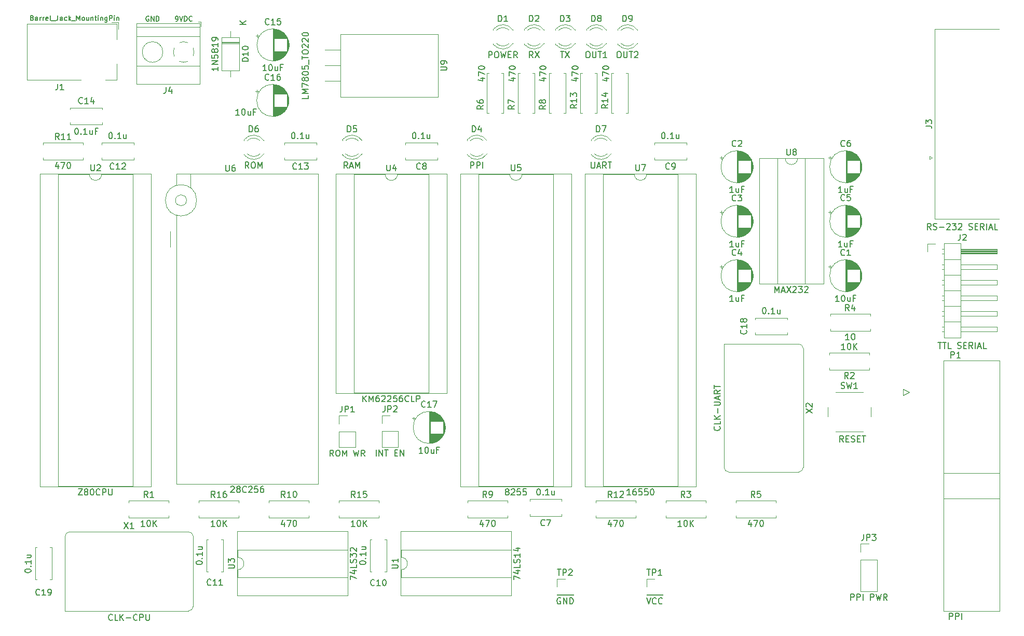
<source format=gbr>
%TF.GenerationSoftware,KiCad,Pcbnew,(6.0.11)*%
%TF.CreationDate,2024-01-26T22:10:07-05:00*%
%TF.ProjectId,FirstZ80,46697273-745a-4383-902e-6b696361645f,rev?*%
%TF.SameCoordinates,Original*%
%TF.FileFunction,Legend,Top*%
%TF.FilePolarity,Positive*%
%FSLAX46Y46*%
G04 Gerber Fmt 4.6, Leading zero omitted, Abs format (unit mm)*
G04 Created by KiCad (PCBNEW (6.0.11)) date 2024-01-26 22:10:07*
%MOMM*%
%LPD*%
G01*
G04 APERTURE LIST*
%ADD10C,0.150000*%
%ADD11C,0.120000*%
G04 APERTURE END LIST*
D10*
X80670476Y-60560000D02*
X80594285Y-60521904D01*
X80480000Y-60521904D01*
X80365714Y-60560000D01*
X80289523Y-60636190D01*
X80251428Y-60712380D01*
X80213333Y-60864761D01*
X80213333Y-60979047D01*
X80251428Y-61131428D01*
X80289523Y-61207619D01*
X80365714Y-61283809D01*
X80480000Y-61321904D01*
X80556190Y-61321904D01*
X80670476Y-61283809D01*
X80708571Y-61245714D01*
X80708571Y-60979047D01*
X80556190Y-60979047D01*
X81051428Y-61321904D02*
X81051428Y-60521904D01*
X81508571Y-61321904D01*
X81508571Y-60521904D01*
X81889523Y-61321904D02*
X81889523Y-60521904D01*
X82080000Y-60521904D01*
X82194285Y-60560000D01*
X82270476Y-60636190D01*
X82308571Y-60712380D01*
X82346666Y-60864761D01*
X82346666Y-60979047D01*
X82308571Y-61131428D01*
X82270476Y-61207619D01*
X82194285Y-61283809D01*
X82080000Y-61321904D01*
X81889523Y-61321904D01*
%TO.C,U3*%
X93637380Y-150611904D02*
X94446904Y-150611904D01*
X94542142Y-150564285D01*
X94589761Y-150516666D01*
X94637380Y-150421428D01*
X94637380Y-150230952D01*
X94589761Y-150135714D01*
X94542142Y-150088095D01*
X94446904Y-150040476D01*
X93637380Y-150040476D01*
X93637380Y-149659523D02*
X93637380Y-149040476D01*
X94018333Y-149373809D01*
X94018333Y-149230952D01*
X94065952Y-149135714D01*
X94113571Y-149088095D01*
X94208809Y-149040476D01*
X94446904Y-149040476D01*
X94542142Y-149088095D01*
X94589761Y-149135714D01*
X94637380Y-149230952D01*
X94637380Y-149516666D01*
X94589761Y-149611904D01*
X94542142Y-149659523D01*
X113537380Y-152492857D02*
X113537380Y-151826190D01*
X114537380Y-152254761D01*
X113870714Y-151016666D02*
X114537380Y-151016666D01*
X113489761Y-151254761D02*
X114204047Y-151492857D01*
X114204047Y-150873809D01*
X114537380Y-150016666D02*
X114537380Y-150492857D01*
X113537380Y-150492857D01*
X114489761Y-149730952D02*
X114537380Y-149588095D01*
X114537380Y-149350000D01*
X114489761Y-149254761D01*
X114442142Y-149207142D01*
X114346904Y-149159523D01*
X114251666Y-149159523D01*
X114156428Y-149207142D01*
X114108809Y-149254761D01*
X114061190Y-149350000D01*
X114013571Y-149540476D01*
X113965952Y-149635714D01*
X113918333Y-149683333D01*
X113823095Y-149730952D01*
X113727857Y-149730952D01*
X113632619Y-149683333D01*
X113585000Y-149635714D01*
X113537380Y-149540476D01*
X113537380Y-149302380D01*
X113585000Y-149159523D01*
X113537380Y-148826190D02*
X113537380Y-148207142D01*
X113918333Y-148540476D01*
X113918333Y-148397619D01*
X113965952Y-148302380D01*
X114013571Y-148254761D01*
X114108809Y-148207142D01*
X114346904Y-148207142D01*
X114442142Y-148254761D01*
X114489761Y-148302380D01*
X114537380Y-148397619D01*
X114537380Y-148683333D01*
X114489761Y-148778571D01*
X114442142Y-148826190D01*
X113632619Y-147826190D02*
X113585000Y-147778571D01*
X113537380Y-147683333D01*
X113537380Y-147445238D01*
X113585000Y-147350000D01*
X113632619Y-147302380D01*
X113727857Y-147254761D01*
X113823095Y-147254761D01*
X113965952Y-147302380D01*
X114537380Y-147873809D01*
X114537380Y-147254761D01*
%TO.C,TP1*%
X161933095Y-150792380D02*
X162504523Y-150792380D01*
X162218809Y-151792380D02*
X162218809Y-150792380D01*
X162837857Y-151792380D02*
X162837857Y-150792380D01*
X163218809Y-150792380D01*
X163314047Y-150840000D01*
X163361666Y-150887619D01*
X163409285Y-150982857D01*
X163409285Y-151125714D01*
X163361666Y-151220952D01*
X163314047Y-151268571D01*
X163218809Y-151316190D01*
X162837857Y-151316190D01*
X164361666Y-151792380D02*
X163790238Y-151792380D01*
X164075952Y-151792380D02*
X164075952Y-150792380D01*
X163980714Y-150935238D01*
X163885476Y-151030476D01*
X163790238Y-151078095D01*
X161861666Y-155452380D02*
X162195000Y-156452380D01*
X162528333Y-155452380D01*
X163433095Y-156357142D02*
X163385476Y-156404761D01*
X163242619Y-156452380D01*
X163147380Y-156452380D01*
X163004523Y-156404761D01*
X162909285Y-156309523D01*
X162861666Y-156214285D01*
X162814047Y-156023809D01*
X162814047Y-155880952D01*
X162861666Y-155690476D01*
X162909285Y-155595238D01*
X163004523Y-155500000D01*
X163147380Y-155452380D01*
X163242619Y-155452380D01*
X163385476Y-155500000D01*
X163433095Y-155547619D01*
X164433095Y-156357142D02*
X164385476Y-156404761D01*
X164242619Y-156452380D01*
X164147380Y-156452380D01*
X164004523Y-156404761D01*
X163909285Y-156309523D01*
X163861666Y-156214285D01*
X163814047Y-156023809D01*
X163814047Y-155880952D01*
X163861666Y-155690476D01*
X163909285Y-155595238D01*
X164004523Y-155500000D01*
X164147380Y-155452380D01*
X164242619Y-155452380D01*
X164385476Y-155500000D01*
X164433095Y-155547619D01*
%TO.C,C3*%
X176453133Y-90587142D02*
X176405514Y-90634761D01*
X176262657Y-90682380D01*
X176167419Y-90682380D01*
X176024561Y-90634761D01*
X175929323Y-90539523D01*
X175881704Y-90444285D01*
X175834085Y-90253809D01*
X175834085Y-90110952D01*
X175881704Y-89920476D01*
X175929323Y-89825238D01*
X176024561Y-89730000D01*
X176167419Y-89682380D01*
X176262657Y-89682380D01*
X176405514Y-89730000D01*
X176453133Y-89777619D01*
X176786466Y-89682380D02*
X177405514Y-89682380D01*
X177072180Y-90063333D01*
X177215038Y-90063333D01*
X177310276Y-90110952D01*
X177357895Y-90158571D01*
X177405514Y-90253809D01*
X177405514Y-90491904D01*
X177357895Y-90587142D01*
X177310276Y-90634761D01*
X177215038Y-90682380D01*
X176929323Y-90682380D01*
X176834085Y-90634761D01*
X176786466Y-90587142D01*
X176024561Y-98182380D02*
X175453133Y-98182380D01*
X175738847Y-98182380D02*
X175738847Y-97182380D01*
X175643609Y-97325238D01*
X175548371Y-97420476D01*
X175453133Y-97468095D01*
X176881704Y-97515714D02*
X176881704Y-98182380D01*
X176453133Y-97515714D02*
X176453133Y-98039523D01*
X176500752Y-98134761D01*
X176595990Y-98182380D01*
X176738847Y-98182380D01*
X176834085Y-98134761D01*
X176881704Y-98087142D01*
X177691228Y-97658571D02*
X177357895Y-97658571D01*
X177357895Y-98182380D02*
X177357895Y-97182380D01*
X177834085Y-97182380D01*
%TO.C,J1*%
X65796666Y-71554880D02*
X65796666Y-72269166D01*
X65749047Y-72412023D01*
X65653809Y-72507261D01*
X65510952Y-72554880D01*
X65415714Y-72554880D01*
X66796666Y-72554880D02*
X66225238Y-72554880D01*
X66510952Y-72554880D02*
X66510952Y-71554880D01*
X66415714Y-71697738D01*
X66320476Y-71792976D01*
X66225238Y-71840595D01*
X61646666Y-60795357D02*
X61760952Y-60833452D01*
X61799047Y-60871547D01*
X61837142Y-60947738D01*
X61837142Y-61062023D01*
X61799047Y-61138214D01*
X61760952Y-61176309D01*
X61684761Y-61214404D01*
X61380000Y-61214404D01*
X61380000Y-60414404D01*
X61646666Y-60414404D01*
X61722857Y-60452500D01*
X61760952Y-60490595D01*
X61799047Y-60566785D01*
X61799047Y-60642976D01*
X61760952Y-60719166D01*
X61722857Y-60757261D01*
X61646666Y-60795357D01*
X61380000Y-60795357D01*
X62522857Y-61214404D02*
X62522857Y-60795357D01*
X62484761Y-60719166D01*
X62408571Y-60681071D01*
X62256190Y-60681071D01*
X62180000Y-60719166D01*
X62522857Y-61176309D02*
X62446666Y-61214404D01*
X62256190Y-61214404D01*
X62180000Y-61176309D01*
X62141904Y-61100119D01*
X62141904Y-61023928D01*
X62180000Y-60947738D01*
X62256190Y-60909642D01*
X62446666Y-60909642D01*
X62522857Y-60871547D01*
X62903809Y-61214404D02*
X62903809Y-60681071D01*
X62903809Y-60833452D02*
X62941904Y-60757261D01*
X62980000Y-60719166D01*
X63056190Y-60681071D01*
X63132380Y-60681071D01*
X63399047Y-61214404D02*
X63399047Y-60681071D01*
X63399047Y-60833452D02*
X63437142Y-60757261D01*
X63475238Y-60719166D01*
X63551428Y-60681071D01*
X63627619Y-60681071D01*
X64199047Y-61176309D02*
X64122857Y-61214404D01*
X63970476Y-61214404D01*
X63894285Y-61176309D01*
X63856190Y-61100119D01*
X63856190Y-60795357D01*
X63894285Y-60719166D01*
X63970476Y-60681071D01*
X64122857Y-60681071D01*
X64199047Y-60719166D01*
X64237142Y-60795357D01*
X64237142Y-60871547D01*
X63856190Y-60947738D01*
X64694285Y-61214404D02*
X64618095Y-61176309D01*
X64580000Y-61100119D01*
X64580000Y-60414404D01*
X64808571Y-61290595D02*
X65418095Y-61290595D01*
X65837142Y-60414404D02*
X65837142Y-60985833D01*
X65799047Y-61100119D01*
X65722857Y-61176309D01*
X65608571Y-61214404D01*
X65532380Y-61214404D01*
X66560952Y-61214404D02*
X66560952Y-60795357D01*
X66522857Y-60719166D01*
X66446666Y-60681071D01*
X66294285Y-60681071D01*
X66218095Y-60719166D01*
X66560952Y-61176309D02*
X66484761Y-61214404D01*
X66294285Y-61214404D01*
X66218095Y-61176309D01*
X66180000Y-61100119D01*
X66180000Y-61023928D01*
X66218095Y-60947738D01*
X66294285Y-60909642D01*
X66484761Y-60909642D01*
X66560952Y-60871547D01*
X67284761Y-61176309D02*
X67208571Y-61214404D01*
X67056190Y-61214404D01*
X66980000Y-61176309D01*
X66941904Y-61138214D01*
X66903809Y-61062023D01*
X66903809Y-60833452D01*
X66941904Y-60757261D01*
X66980000Y-60719166D01*
X67056190Y-60681071D01*
X67208571Y-60681071D01*
X67284761Y-60719166D01*
X67627619Y-61214404D02*
X67627619Y-60414404D01*
X67703809Y-60909642D02*
X67932380Y-61214404D01*
X67932380Y-60681071D02*
X67627619Y-60985833D01*
X68084761Y-61290595D02*
X68694285Y-61290595D01*
X68884761Y-61214404D02*
X68884761Y-60414404D01*
X69151428Y-60985833D01*
X69418095Y-60414404D01*
X69418095Y-61214404D01*
X69913333Y-61214404D02*
X69837142Y-61176309D01*
X69799047Y-61138214D01*
X69760952Y-61062023D01*
X69760952Y-60833452D01*
X69799047Y-60757261D01*
X69837142Y-60719166D01*
X69913333Y-60681071D01*
X70027619Y-60681071D01*
X70103809Y-60719166D01*
X70141904Y-60757261D01*
X70180000Y-60833452D01*
X70180000Y-61062023D01*
X70141904Y-61138214D01*
X70103809Y-61176309D01*
X70027619Y-61214404D01*
X69913333Y-61214404D01*
X70865714Y-60681071D02*
X70865714Y-61214404D01*
X70522857Y-60681071D02*
X70522857Y-61100119D01*
X70560952Y-61176309D01*
X70637142Y-61214404D01*
X70751428Y-61214404D01*
X70827619Y-61176309D01*
X70865714Y-61138214D01*
X71246666Y-60681071D02*
X71246666Y-61214404D01*
X71246666Y-60757261D02*
X71284761Y-60719166D01*
X71360952Y-60681071D01*
X71475238Y-60681071D01*
X71551428Y-60719166D01*
X71589523Y-60795357D01*
X71589523Y-61214404D01*
X71856190Y-60681071D02*
X72160952Y-60681071D01*
X71970476Y-60414404D02*
X71970476Y-61100119D01*
X72008571Y-61176309D01*
X72084761Y-61214404D01*
X72160952Y-61214404D01*
X72427619Y-61214404D02*
X72427619Y-60681071D01*
X72427619Y-60414404D02*
X72389523Y-60452500D01*
X72427619Y-60490595D01*
X72465714Y-60452500D01*
X72427619Y-60414404D01*
X72427619Y-60490595D01*
X72808571Y-60681071D02*
X72808571Y-61214404D01*
X72808571Y-60757261D02*
X72846666Y-60719166D01*
X72922857Y-60681071D01*
X73037142Y-60681071D01*
X73113333Y-60719166D01*
X73151428Y-60795357D01*
X73151428Y-61214404D01*
X73875238Y-60681071D02*
X73875238Y-61328690D01*
X73837142Y-61404880D01*
X73799047Y-61442976D01*
X73722857Y-61481071D01*
X73608571Y-61481071D01*
X73532380Y-61442976D01*
X73875238Y-61176309D02*
X73799047Y-61214404D01*
X73646666Y-61214404D01*
X73570476Y-61176309D01*
X73532380Y-61138214D01*
X73494285Y-61062023D01*
X73494285Y-60833452D01*
X73532380Y-60757261D01*
X73570476Y-60719166D01*
X73646666Y-60681071D01*
X73799047Y-60681071D01*
X73875238Y-60719166D01*
X74256190Y-61214404D02*
X74256190Y-60414404D01*
X74560952Y-60414404D01*
X74637142Y-60452500D01*
X74675238Y-60490595D01*
X74713333Y-60566785D01*
X74713333Y-60681071D01*
X74675238Y-60757261D01*
X74637142Y-60795357D01*
X74560952Y-60833452D01*
X74256190Y-60833452D01*
X75056190Y-61214404D02*
X75056190Y-60681071D01*
X75056190Y-60414404D02*
X75018095Y-60452500D01*
X75056190Y-60490595D01*
X75094285Y-60452500D01*
X75056190Y-60414404D01*
X75056190Y-60490595D01*
X75437142Y-60681071D02*
X75437142Y-61214404D01*
X75437142Y-60757261D02*
X75475238Y-60719166D01*
X75551428Y-60681071D01*
X75665714Y-60681071D01*
X75741904Y-60719166D01*
X75780000Y-60795357D01*
X75780000Y-61214404D01*
%TO.C,D1*%
X137691904Y-61382380D02*
X137691904Y-60382380D01*
X137930000Y-60382380D01*
X138072857Y-60430000D01*
X138168095Y-60525238D01*
X138215714Y-60620476D01*
X138263333Y-60810952D01*
X138263333Y-60953809D01*
X138215714Y-61144285D01*
X138168095Y-61239523D01*
X138072857Y-61334761D01*
X137930000Y-61382380D01*
X137691904Y-61382380D01*
X139215714Y-61382380D02*
X138644285Y-61382380D01*
X138930000Y-61382380D02*
X138930000Y-60382380D01*
X138834761Y-60525238D01*
X138739523Y-60620476D01*
X138644285Y-60668095D01*
X136120476Y-67302380D02*
X136120476Y-66302380D01*
X136501428Y-66302380D01*
X136596666Y-66350000D01*
X136644285Y-66397619D01*
X136691904Y-66492857D01*
X136691904Y-66635714D01*
X136644285Y-66730952D01*
X136596666Y-66778571D01*
X136501428Y-66826190D01*
X136120476Y-66826190D01*
X137310952Y-66302380D02*
X137501428Y-66302380D01*
X137596666Y-66350000D01*
X137691904Y-66445238D01*
X137739523Y-66635714D01*
X137739523Y-66969047D01*
X137691904Y-67159523D01*
X137596666Y-67254761D01*
X137501428Y-67302380D01*
X137310952Y-67302380D01*
X137215714Y-67254761D01*
X137120476Y-67159523D01*
X137072857Y-66969047D01*
X137072857Y-66635714D01*
X137120476Y-66445238D01*
X137215714Y-66350000D01*
X137310952Y-66302380D01*
X138072857Y-66302380D02*
X138310952Y-67302380D01*
X138501428Y-66588095D01*
X138691904Y-67302380D01*
X138930000Y-66302380D01*
X139310952Y-66778571D02*
X139644285Y-66778571D01*
X139787142Y-67302380D02*
X139310952Y-67302380D01*
X139310952Y-66302380D01*
X139787142Y-66302380D01*
X140787142Y-67302380D02*
X140453809Y-66826190D01*
X140215714Y-67302380D02*
X140215714Y-66302380D01*
X140596666Y-66302380D01*
X140691904Y-66350000D01*
X140739523Y-66397619D01*
X140787142Y-66492857D01*
X140787142Y-66635714D01*
X140739523Y-66730952D01*
X140691904Y-66778571D01*
X140596666Y-66826190D01*
X140215714Y-66826190D01*
%TO.C,JP2*%
X119181666Y-124117380D02*
X119181666Y-124831666D01*
X119134047Y-124974523D01*
X119038809Y-125069761D01*
X118895952Y-125117380D01*
X118800714Y-125117380D01*
X119657857Y-125117380D02*
X119657857Y-124117380D01*
X120038809Y-124117380D01*
X120134047Y-124165000D01*
X120181666Y-124212619D01*
X120229285Y-124307857D01*
X120229285Y-124450714D01*
X120181666Y-124545952D01*
X120134047Y-124593571D01*
X120038809Y-124641190D01*
X119657857Y-124641190D01*
X120610238Y-124212619D02*
X120657857Y-124165000D01*
X120753095Y-124117380D01*
X120991190Y-124117380D01*
X121086428Y-124165000D01*
X121134047Y-124212619D01*
X121181666Y-124307857D01*
X121181666Y-124403095D01*
X121134047Y-124545952D01*
X120562619Y-125117380D01*
X121181666Y-125117380D01*
X117753095Y-132317380D02*
X117753095Y-131317380D01*
X118229285Y-132317380D02*
X118229285Y-131317380D01*
X118800714Y-132317380D01*
X118800714Y-131317380D01*
X119134047Y-131317380D02*
X119705476Y-131317380D01*
X119419761Y-132317380D02*
X119419761Y-131317380D01*
X120800714Y-131793571D02*
X121134047Y-131793571D01*
X121276904Y-132317380D02*
X120800714Y-132317380D01*
X120800714Y-131317380D01*
X121276904Y-131317380D01*
X121705476Y-132317380D02*
X121705476Y-131317380D01*
X122276904Y-132317380D01*
X122276904Y-131317380D01*
%TO.C,C11*%
X90797142Y-153312142D02*
X90749523Y-153359761D01*
X90606666Y-153407380D01*
X90511428Y-153407380D01*
X90368571Y-153359761D01*
X90273333Y-153264523D01*
X90225714Y-153169285D01*
X90178095Y-152978809D01*
X90178095Y-152835952D01*
X90225714Y-152645476D01*
X90273333Y-152550238D01*
X90368571Y-152455000D01*
X90511428Y-152407380D01*
X90606666Y-152407380D01*
X90749523Y-152455000D01*
X90797142Y-152502619D01*
X91749523Y-153407380D02*
X91178095Y-153407380D01*
X91463809Y-153407380D02*
X91463809Y-152407380D01*
X91368571Y-152550238D01*
X91273333Y-152645476D01*
X91178095Y-152693095D01*
X92701904Y-153407380D02*
X92130476Y-153407380D01*
X92416190Y-153407380D02*
X92416190Y-152407380D01*
X92320952Y-152550238D01*
X92225714Y-152645476D01*
X92130476Y-152693095D01*
X88392380Y-149764285D02*
X88392380Y-149669047D01*
X88440000Y-149573809D01*
X88487619Y-149526190D01*
X88582857Y-149478571D01*
X88773333Y-149430952D01*
X89011428Y-149430952D01*
X89201904Y-149478571D01*
X89297142Y-149526190D01*
X89344761Y-149573809D01*
X89392380Y-149669047D01*
X89392380Y-149764285D01*
X89344761Y-149859523D01*
X89297142Y-149907142D01*
X89201904Y-149954761D01*
X89011428Y-150002380D01*
X88773333Y-150002380D01*
X88582857Y-149954761D01*
X88487619Y-149907142D01*
X88440000Y-149859523D01*
X88392380Y-149764285D01*
X89297142Y-149002380D02*
X89344761Y-148954761D01*
X89392380Y-149002380D01*
X89344761Y-149050000D01*
X89297142Y-149002380D01*
X89392380Y-149002380D01*
X89392380Y-148002380D02*
X89392380Y-148573809D01*
X89392380Y-148288095D02*
X88392380Y-148288095D01*
X88535238Y-148383333D01*
X88630476Y-148478571D01*
X88678095Y-148573809D01*
X88725714Y-147145238D02*
X89392380Y-147145238D01*
X88725714Y-147573809D02*
X89249523Y-147573809D01*
X89344761Y-147526190D01*
X89392380Y-147430952D01*
X89392380Y-147288095D01*
X89344761Y-147192857D01*
X89297142Y-147145238D01*
%TO.C,U1*%
X120312380Y-150611904D02*
X121121904Y-150611904D01*
X121217142Y-150564285D01*
X121264761Y-150516666D01*
X121312380Y-150421428D01*
X121312380Y-150230952D01*
X121264761Y-150135714D01*
X121217142Y-150088095D01*
X121121904Y-150040476D01*
X120312380Y-150040476D01*
X121312380Y-149040476D02*
X121312380Y-149611904D01*
X121312380Y-149326190D02*
X120312380Y-149326190D01*
X120455238Y-149421428D01*
X120550476Y-149516666D01*
X120598095Y-149611904D01*
X140212380Y-152492857D02*
X140212380Y-151826190D01*
X141212380Y-152254761D01*
X140545714Y-151016666D02*
X141212380Y-151016666D01*
X140164761Y-151254761D02*
X140879047Y-151492857D01*
X140879047Y-150873809D01*
X141212380Y-150016666D02*
X141212380Y-150492857D01*
X140212380Y-150492857D01*
X141164761Y-149730952D02*
X141212380Y-149588095D01*
X141212380Y-149350000D01*
X141164761Y-149254761D01*
X141117142Y-149207142D01*
X141021904Y-149159523D01*
X140926666Y-149159523D01*
X140831428Y-149207142D01*
X140783809Y-149254761D01*
X140736190Y-149350000D01*
X140688571Y-149540476D01*
X140640952Y-149635714D01*
X140593333Y-149683333D01*
X140498095Y-149730952D01*
X140402857Y-149730952D01*
X140307619Y-149683333D01*
X140260000Y-149635714D01*
X140212380Y-149540476D01*
X140212380Y-149302380D01*
X140260000Y-149159523D01*
X141212380Y-148207142D02*
X141212380Y-148778571D01*
X141212380Y-148492857D02*
X140212380Y-148492857D01*
X140355238Y-148588095D01*
X140450476Y-148683333D01*
X140498095Y-148778571D01*
X140545714Y-147350000D02*
X141212380Y-147350000D01*
X140164761Y-147588095D02*
X140879047Y-147826190D01*
X140879047Y-147207142D01*
%TO.C,C18*%
X178117142Y-111767857D02*
X178164761Y-111815476D01*
X178212380Y-111958333D01*
X178212380Y-112053571D01*
X178164761Y-112196428D01*
X178069523Y-112291666D01*
X177974285Y-112339285D01*
X177783809Y-112386904D01*
X177640952Y-112386904D01*
X177450476Y-112339285D01*
X177355238Y-112291666D01*
X177260000Y-112196428D01*
X177212380Y-112053571D01*
X177212380Y-111958333D01*
X177260000Y-111815476D01*
X177307619Y-111767857D01*
X178212380Y-110815476D02*
X178212380Y-111386904D01*
X178212380Y-111101190D02*
X177212380Y-111101190D01*
X177355238Y-111196428D01*
X177450476Y-111291666D01*
X177498095Y-111386904D01*
X177640952Y-110244047D02*
X177593333Y-110339285D01*
X177545714Y-110386904D01*
X177450476Y-110434523D01*
X177402857Y-110434523D01*
X177307619Y-110386904D01*
X177260000Y-110339285D01*
X177212380Y-110244047D01*
X177212380Y-110053571D01*
X177260000Y-109958333D01*
X177307619Y-109910714D01*
X177402857Y-109863095D01*
X177450476Y-109863095D01*
X177545714Y-109910714D01*
X177593333Y-109958333D01*
X177640952Y-110053571D01*
X177640952Y-110244047D01*
X177688571Y-110339285D01*
X177736190Y-110386904D01*
X177831428Y-110434523D01*
X178021904Y-110434523D01*
X178117142Y-110386904D01*
X178164761Y-110339285D01*
X178212380Y-110244047D01*
X178212380Y-110053571D01*
X178164761Y-109958333D01*
X178117142Y-109910714D01*
X178021904Y-109863095D01*
X177831428Y-109863095D01*
X177736190Y-109910714D01*
X177688571Y-109958333D01*
X177640952Y-110053571D01*
X181030714Y-108077380D02*
X181125952Y-108077380D01*
X181221190Y-108125000D01*
X181268809Y-108172619D01*
X181316428Y-108267857D01*
X181364047Y-108458333D01*
X181364047Y-108696428D01*
X181316428Y-108886904D01*
X181268809Y-108982142D01*
X181221190Y-109029761D01*
X181125952Y-109077380D01*
X181030714Y-109077380D01*
X180935476Y-109029761D01*
X180887857Y-108982142D01*
X180840238Y-108886904D01*
X180792619Y-108696428D01*
X180792619Y-108458333D01*
X180840238Y-108267857D01*
X180887857Y-108172619D01*
X180935476Y-108125000D01*
X181030714Y-108077380D01*
X181792619Y-108982142D02*
X181840238Y-109029761D01*
X181792619Y-109077380D01*
X181745000Y-109029761D01*
X181792619Y-108982142D01*
X181792619Y-109077380D01*
X182792619Y-109077380D02*
X182221190Y-109077380D01*
X182506904Y-109077380D02*
X182506904Y-108077380D01*
X182411666Y-108220238D01*
X182316428Y-108315476D01*
X182221190Y-108363095D01*
X183649761Y-108410714D02*
X183649761Y-109077380D01*
X183221190Y-108410714D02*
X183221190Y-108934523D01*
X183268809Y-109029761D01*
X183364047Y-109077380D01*
X183506904Y-109077380D01*
X183602142Y-109029761D01*
X183649761Y-108982142D01*
%TO.C,C9*%
X165608333Y-85407142D02*
X165560714Y-85454761D01*
X165417857Y-85502380D01*
X165322619Y-85502380D01*
X165179761Y-85454761D01*
X165084523Y-85359523D01*
X165036904Y-85264285D01*
X164989285Y-85073809D01*
X164989285Y-84930952D01*
X165036904Y-84740476D01*
X165084523Y-84645238D01*
X165179761Y-84550000D01*
X165322619Y-84502380D01*
X165417857Y-84502380D01*
X165560714Y-84550000D01*
X165608333Y-84597619D01*
X166084523Y-85502380D02*
X166275000Y-85502380D01*
X166370238Y-85454761D01*
X166417857Y-85407142D01*
X166513095Y-85264285D01*
X166560714Y-85073809D01*
X166560714Y-84692857D01*
X166513095Y-84597619D01*
X166465476Y-84550000D01*
X166370238Y-84502380D01*
X166179761Y-84502380D01*
X166084523Y-84550000D01*
X166036904Y-84597619D01*
X165989285Y-84692857D01*
X165989285Y-84930952D01*
X166036904Y-85026190D01*
X166084523Y-85073809D01*
X166179761Y-85121428D01*
X166370238Y-85121428D01*
X166465476Y-85073809D01*
X166513095Y-85026190D01*
X166560714Y-84930952D01*
X164560714Y-79502380D02*
X164655952Y-79502380D01*
X164751190Y-79550000D01*
X164798809Y-79597619D01*
X164846428Y-79692857D01*
X164894047Y-79883333D01*
X164894047Y-80121428D01*
X164846428Y-80311904D01*
X164798809Y-80407142D01*
X164751190Y-80454761D01*
X164655952Y-80502380D01*
X164560714Y-80502380D01*
X164465476Y-80454761D01*
X164417857Y-80407142D01*
X164370238Y-80311904D01*
X164322619Y-80121428D01*
X164322619Y-79883333D01*
X164370238Y-79692857D01*
X164417857Y-79597619D01*
X164465476Y-79550000D01*
X164560714Y-79502380D01*
X165322619Y-80407142D02*
X165370238Y-80454761D01*
X165322619Y-80502380D01*
X165275000Y-80454761D01*
X165322619Y-80407142D01*
X165322619Y-80502380D01*
X166322619Y-80502380D02*
X165751190Y-80502380D01*
X166036904Y-80502380D02*
X166036904Y-79502380D01*
X165941666Y-79645238D01*
X165846428Y-79740476D01*
X165751190Y-79788095D01*
X167179761Y-79835714D02*
X167179761Y-80502380D01*
X166751190Y-79835714D02*
X166751190Y-80359523D01*
X166798809Y-80454761D01*
X166894047Y-80502380D01*
X167036904Y-80502380D01*
X167132142Y-80454761D01*
X167179761Y-80407142D01*
%TO.C,R8*%
X145402380Y-75096666D02*
X144926190Y-75430000D01*
X145402380Y-75668095D02*
X144402380Y-75668095D01*
X144402380Y-75287142D01*
X144450000Y-75191904D01*
X144497619Y-75144285D01*
X144592857Y-75096666D01*
X144735714Y-75096666D01*
X144830952Y-75144285D01*
X144878571Y-75191904D01*
X144926190Y-75287142D01*
X144926190Y-75668095D01*
X144830952Y-74525238D02*
X144783333Y-74620476D01*
X144735714Y-74668095D01*
X144640476Y-74715714D01*
X144592857Y-74715714D01*
X144497619Y-74668095D01*
X144450000Y-74620476D01*
X144402380Y-74525238D01*
X144402380Y-74334761D01*
X144450000Y-74239523D01*
X144497619Y-74191904D01*
X144592857Y-74144285D01*
X144640476Y-74144285D01*
X144735714Y-74191904D01*
X144783333Y-74239523D01*
X144830952Y-74334761D01*
X144830952Y-74525238D01*
X144878571Y-74620476D01*
X144926190Y-74668095D01*
X145021428Y-74715714D01*
X145211904Y-74715714D01*
X145307142Y-74668095D01*
X145354761Y-74620476D01*
X145402380Y-74525238D01*
X145402380Y-74334761D01*
X145354761Y-74239523D01*
X145307142Y-74191904D01*
X145211904Y-74144285D01*
X145021428Y-74144285D01*
X144926190Y-74191904D01*
X144878571Y-74239523D01*
X144830952Y-74334761D01*
X144785714Y-70651904D02*
X145452380Y-70651904D01*
X144404761Y-70890000D02*
X145119047Y-71128095D01*
X145119047Y-70509047D01*
X144452380Y-70223333D02*
X144452380Y-69556666D01*
X145452380Y-69985238D01*
X144452380Y-68985238D02*
X144452380Y-68890000D01*
X144500000Y-68794761D01*
X144547619Y-68747142D01*
X144642857Y-68699523D01*
X144833333Y-68651904D01*
X145071428Y-68651904D01*
X145261904Y-68699523D01*
X145357142Y-68747142D01*
X145404761Y-68794761D01*
X145452380Y-68890000D01*
X145452380Y-68985238D01*
X145404761Y-69080476D01*
X145357142Y-69128095D01*
X145261904Y-69175714D01*
X145071428Y-69223333D01*
X144833333Y-69223333D01*
X144642857Y-69175714D01*
X144547619Y-69128095D01*
X144500000Y-69080476D01*
X144452380Y-68985238D01*
%TO.C,C1*%
X194188233Y-99477142D02*
X194140614Y-99524761D01*
X193997757Y-99572380D01*
X193902519Y-99572380D01*
X193759661Y-99524761D01*
X193664423Y-99429523D01*
X193616804Y-99334285D01*
X193569185Y-99143809D01*
X193569185Y-99000952D01*
X193616804Y-98810476D01*
X193664423Y-98715238D01*
X193759661Y-98620000D01*
X193902519Y-98572380D01*
X193997757Y-98572380D01*
X194140614Y-98620000D01*
X194188233Y-98667619D01*
X195140614Y-99572380D02*
X194569185Y-99572380D01*
X194854900Y-99572380D02*
X194854900Y-98572380D01*
X194759661Y-98715238D01*
X194664423Y-98810476D01*
X194569185Y-98858095D01*
X193283471Y-107072380D02*
X192712042Y-107072380D01*
X192997757Y-107072380D02*
X192997757Y-106072380D01*
X192902519Y-106215238D01*
X192807280Y-106310476D01*
X192712042Y-106358095D01*
X193902519Y-106072380D02*
X193997757Y-106072380D01*
X194092995Y-106120000D01*
X194140614Y-106167619D01*
X194188233Y-106262857D01*
X194235852Y-106453333D01*
X194235852Y-106691428D01*
X194188233Y-106881904D01*
X194140614Y-106977142D01*
X194092995Y-107024761D01*
X193997757Y-107072380D01*
X193902519Y-107072380D01*
X193807280Y-107024761D01*
X193759661Y-106977142D01*
X193712042Y-106881904D01*
X193664423Y-106691428D01*
X193664423Y-106453333D01*
X193712042Y-106262857D01*
X193759661Y-106167619D01*
X193807280Y-106120000D01*
X193902519Y-106072380D01*
X195092995Y-106405714D02*
X195092995Y-107072380D01*
X194664423Y-106405714D02*
X194664423Y-106929523D01*
X194712042Y-107024761D01*
X194807280Y-107072380D01*
X194950138Y-107072380D01*
X195045376Y-107024761D01*
X195092995Y-106977142D01*
X195902519Y-106548571D02*
X195569185Y-106548571D01*
X195569185Y-107072380D02*
X195569185Y-106072380D01*
X196045376Y-106072380D01*
%TO.C,R15*%
X114317142Y-139052380D02*
X113983809Y-138576190D01*
X113745714Y-139052380D02*
X113745714Y-138052380D01*
X114126666Y-138052380D01*
X114221904Y-138100000D01*
X114269523Y-138147619D01*
X114317142Y-138242857D01*
X114317142Y-138385714D01*
X114269523Y-138480952D01*
X114221904Y-138528571D01*
X114126666Y-138576190D01*
X113745714Y-138576190D01*
X115269523Y-139052380D02*
X114698095Y-139052380D01*
X114983809Y-139052380D02*
X114983809Y-138052380D01*
X114888571Y-138195238D01*
X114793333Y-138290476D01*
X114698095Y-138338095D01*
X116174285Y-138052380D02*
X115698095Y-138052380D01*
X115650476Y-138528571D01*
X115698095Y-138480952D01*
X115793333Y-138433333D01*
X116031428Y-138433333D01*
X116126666Y-138480952D01*
X116174285Y-138528571D01*
X116221904Y-138623809D01*
X116221904Y-138861904D01*
X116174285Y-138957142D01*
X116126666Y-139004761D01*
X116031428Y-139052380D01*
X115793333Y-139052380D01*
X115698095Y-139004761D01*
X115650476Y-138957142D01*
X114269523Y-143792380D02*
X113698095Y-143792380D01*
X113983809Y-143792380D02*
X113983809Y-142792380D01*
X113888571Y-142935238D01*
X113793333Y-143030476D01*
X113698095Y-143078095D01*
X114888571Y-142792380D02*
X114983809Y-142792380D01*
X115079047Y-142840000D01*
X115126666Y-142887619D01*
X115174285Y-142982857D01*
X115221904Y-143173333D01*
X115221904Y-143411428D01*
X115174285Y-143601904D01*
X115126666Y-143697142D01*
X115079047Y-143744761D01*
X114983809Y-143792380D01*
X114888571Y-143792380D01*
X114793333Y-143744761D01*
X114745714Y-143697142D01*
X114698095Y-143601904D01*
X114650476Y-143411428D01*
X114650476Y-143173333D01*
X114698095Y-142982857D01*
X114745714Y-142887619D01*
X114793333Y-142840000D01*
X114888571Y-142792380D01*
X115650476Y-143792380D02*
X115650476Y-142792380D01*
X116221904Y-143792380D02*
X115793333Y-143220952D01*
X116221904Y-142792380D02*
X115650476Y-143363809D01*
%TO.C,U2*%
X71218095Y-84757380D02*
X71218095Y-85566904D01*
X71265714Y-85662142D01*
X71313333Y-85709761D01*
X71408571Y-85757380D01*
X71599047Y-85757380D01*
X71694285Y-85709761D01*
X71741904Y-85662142D01*
X71789523Y-85566904D01*
X71789523Y-84757380D01*
X72218095Y-84852619D02*
X72265714Y-84805000D01*
X72360952Y-84757380D01*
X72599047Y-84757380D01*
X72694285Y-84805000D01*
X72741904Y-84852619D01*
X72789523Y-84947857D01*
X72789523Y-85043095D01*
X72741904Y-85185952D01*
X72170476Y-85757380D01*
X72789523Y-85757380D01*
X69170476Y-137677380D02*
X69837142Y-137677380D01*
X69170476Y-138677380D01*
X69837142Y-138677380D01*
X70360952Y-138105952D02*
X70265714Y-138058333D01*
X70218095Y-138010714D01*
X70170476Y-137915476D01*
X70170476Y-137867857D01*
X70218095Y-137772619D01*
X70265714Y-137725000D01*
X70360952Y-137677380D01*
X70551428Y-137677380D01*
X70646666Y-137725000D01*
X70694285Y-137772619D01*
X70741904Y-137867857D01*
X70741904Y-137915476D01*
X70694285Y-138010714D01*
X70646666Y-138058333D01*
X70551428Y-138105952D01*
X70360952Y-138105952D01*
X70265714Y-138153571D01*
X70218095Y-138201190D01*
X70170476Y-138296428D01*
X70170476Y-138486904D01*
X70218095Y-138582142D01*
X70265714Y-138629761D01*
X70360952Y-138677380D01*
X70551428Y-138677380D01*
X70646666Y-138629761D01*
X70694285Y-138582142D01*
X70741904Y-138486904D01*
X70741904Y-138296428D01*
X70694285Y-138201190D01*
X70646666Y-138153571D01*
X70551428Y-138105952D01*
X71360952Y-137677380D02*
X71456190Y-137677380D01*
X71551428Y-137725000D01*
X71599047Y-137772619D01*
X71646666Y-137867857D01*
X71694285Y-138058333D01*
X71694285Y-138296428D01*
X71646666Y-138486904D01*
X71599047Y-138582142D01*
X71551428Y-138629761D01*
X71456190Y-138677380D01*
X71360952Y-138677380D01*
X71265714Y-138629761D01*
X71218095Y-138582142D01*
X71170476Y-138486904D01*
X71122857Y-138296428D01*
X71122857Y-138058333D01*
X71170476Y-137867857D01*
X71218095Y-137772619D01*
X71265714Y-137725000D01*
X71360952Y-137677380D01*
X72694285Y-138582142D02*
X72646666Y-138629761D01*
X72503809Y-138677380D01*
X72408571Y-138677380D01*
X72265714Y-138629761D01*
X72170476Y-138534523D01*
X72122857Y-138439285D01*
X72075238Y-138248809D01*
X72075238Y-138105952D01*
X72122857Y-137915476D01*
X72170476Y-137820238D01*
X72265714Y-137725000D01*
X72408571Y-137677380D01*
X72503809Y-137677380D01*
X72646666Y-137725000D01*
X72694285Y-137772619D01*
X73122857Y-138677380D02*
X73122857Y-137677380D01*
X73503809Y-137677380D01*
X73599047Y-137725000D01*
X73646666Y-137772619D01*
X73694285Y-137867857D01*
X73694285Y-138010714D01*
X73646666Y-138105952D01*
X73599047Y-138153571D01*
X73503809Y-138201190D01*
X73122857Y-138201190D01*
X74122857Y-137677380D02*
X74122857Y-138486904D01*
X74170476Y-138582142D01*
X74218095Y-138629761D01*
X74313333Y-138677380D01*
X74503809Y-138677380D01*
X74599047Y-138629761D01*
X74646666Y-138582142D01*
X74694285Y-138486904D01*
X74694285Y-137677380D01*
%TO.C,C19*%
X62857142Y-154932142D02*
X62809523Y-154979761D01*
X62666666Y-155027380D01*
X62571428Y-155027380D01*
X62428571Y-154979761D01*
X62333333Y-154884523D01*
X62285714Y-154789285D01*
X62238095Y-154598809D01*
X62238095Y-154455952D01*
X62285714Y-154265476D01*
X62333333Y-154170238D01*
X62428571Y-154075000D01*
X62571428Y-154027380D01*
X62666666Y-154027380D01*
X62809523Y-154075000D01*
X62857142Y-154122619D01*
X63809523Y-155027380D02*
X63238095Y-155027380D01*
X63523809Y-155027380D02*
X63523809Y-154027380D01*
X63428571Y-154170238D01*
X63333333Y-154265476D01*
X63238095Y-154313095D01*
X64285714Y-155027380D02*
X64476190Y-155027380D01*
X64571428Y-154979761D01*
X64619047Y-154932142D01*
X64714285Y-154789285D01*
X64761904Y-154598809D01*
X64761904Y-154217857D01*
X64714285Y-154122619D01*
X64666666Y-154075000D01*
X64571428Y-154027380D01*
X64380952Y-154027380D01*
X64285714Y-154075000D01*
X64238095Y-154122619D01*
X64190476Y-154217857D01*
X64190476Y-154455952D01*
X64238095Y-154551190D01*
X64285714Y-154598809D01*
X64380952Y-154646428D01*
X64571428Y-154646428D01*
X64666666Y-154598809D01*
X64714285Y-154551190D01*
X64761904Y-154455952D01*
X60452380Y-151074285D02*
X60452380Y-150979047D01*
X60500000Y-150883809D01*
X60547619Y-150836190D01*
X60642857Y-150788571D01*
X60833333Y-150740952D01*
X61071428Y-150740952D01*
X61261904Y-150788571D01*
X61357142Y-150836190D01*
X61404761Y-150883809D01*
X61452380Y-150979047D01*
X61452380Y-151074285D01*
X61404761Y-151169523D01*
X61357142Y-151217142D01*
X61261904Y-151264761D01*
X61071428Y-151312380D01*
X60833333Y-151312380D01*
X60642857Y-151264761D01*
X60547619Y-151217142D01*
X60500000Y-151169523D01*
X60452380Y-151074285D01*
X61357142Y-150312380D02*
X61404761Y-150264761D01*
X61452380Y-150312380D01*
X61404761Y-150360000D01*
X61357142Y-150312380D01*
X61452380Y-150312380D01*
X61452380Y-149312380D02*
X61452380Y-149883809D01*
X61452380Y-149598095D02*
X60452380Y-149598095D01*
X60595238Y-149693333D01*
X60690476Y-149788571D01*
X60738095Y-149883809D01*
X60785714Y-148455238D02*
X61452380Y-148455238D01*
X60785714Y-148883809D02*
X61309523Y-148883809D01*
X61404761Y-148836190D01*
X61452380Y-148740952D01*
X61452380Y-148598095D01*
X61404761Y-148502857D01*
X61357142Y-148455238D01*
%TO.C,D8*%
X152931904Y-61382380D02*
X152931904Y-60382380D01*
X153170000Y-60382380D01*
X153312857Y-60430000D01*
X153408095Y-60525238D01*
X153455714Y-60620476D01*
X153503333Y-60810952D01*
X153503333Y-60953809D01*
X153455714Y-61144285D01*
X153408095Y-61239523D01*
X153312857Y-61334761D01*
X153170000Y-61382380D01*
X152931904Y-61382380D01*
X154074761Y-60810952D02*
X153979523Y-60763333D01*
X153931904Y-60715714D01*
X153884285Y-60620476D01*
X153884285Y-60572857D01*
X153931904Y-60477619D01*
X153979523Y-60430000D01*
X154074761Y-60382380D01*
X154265238Y-60382380D01*
X154360476Y-60430000D01*
X154408095Y-60477619D01*
X154455714Y-60572857D01*
X154455714Y-60620476D01*
X154408095Y-60715714D01*
X154360476Y-60763333D01*
X154265238Y-60810952D01*
X154074761Y-60810952D01*
X153979523Y-60858571D01*
X153931904Y-60906190D01*
X153884285Y-61001428D01*
X153884285Y-61191904D01*
X153931904Y-61287142D01*
X153979523Y-61334761D01*
X154074761Y-61382380D01*
X154265238Y-61382380D01*
X154360476Y-61334761D01*
X154408095Y-61287142D01*
X154455714Y-61191904D01*
X154455714Y-61001428D01*
X154408095Y-60906190D01*
X154360476Y-60858571D01*
X154265238Y-60810952D01*
X152193809Y-66302380D02*
X152384285Y-66302380D01*
X152479523Y-66350000D01*
X152574761Y-66445238D01*
X152622380Y-66635714D01*
X152622380Y-66969047D01*
X152574761Y-67159523D01*
X152479523Y-67254761D01*
X152384285Y-67302380D01*
X152193809Y-67302380D01*
X152098571Y-67254761D01*
X152003333Y-67159523D01*
X151955714Y-66969047D01*
X151955714Y-66635714D01*
X152003333Y-66445238D01*
X152098571Y-66350000D01*
X152193809Y-66302380D01*
X153050952Y-66302380D02*
X153050952Y-67111904D01*
X153098571Y-67207142D01*
X153146190Y-67254761D01*
X153241428Y-67302380D01*
X153431904Y-67302380D01*
X153527142Y-67254761D01*
X153574761Y-67207142D01*
X153622380Y-67111904D01*
X153622380Y-66302380D01*
X153955714Y-66302380D02*
X154527142Y-66302380D01*
X154241428Y-67302380D02*
X154241428Y-66302380D01*
X155384285Y-67302380D02*
X154812857Y-67302380D01*
X155098571Y-67302380D02*
X155098571Y-66302380D01*
X155003333Y-66445238D01*
X154908095Y-66540476D01*
X154812857Y-66588095D01*
%TO.C,C6*%
X194197233Y-81697142D02*
X194149614Y-81744761D01*
X194006757Y-81792380D01*
X193911519Y-81792380D01*
X193768661Y-81744761D01*
X193673423Y-81649523D01*
X193625804Y-81554285D01*
X193578185Y-81363809D01*
X193578185Y-81220952D01*
X193625804Y-81030476D01*
X193673423Y-80935238D01*
X193768661Y-80840000D01*
X193911519Y-80792380D01*
X194006757Y-80792380D01*
X194149614Y-80840000D01*
X194197233Y-80887619D01*
X195054376Y-80792380D02*
X194863900Y-80792380D01*
X194768661Y-80840000D01*
X194721042Y-80887619D01*
X194625804Y-81030476D01*
X194578185Y-81220952D01*
X194578185Y-81601904D01*
X194625804Y-81697142D01*
X194673423Y-81744761D01*
X194768661Y-81792380D01*
X194959138Y-81792380D01*
X195054376Y-81744761D01*
X195101995Y-81697142D01*
X195149614Y-81601904D01*
X195149614Y-81363809D01*
X195101995Y-81268571D01*
X195054376Y-81220952D01*
X194959138Y-81173333D01*
X194768661Y-81173333D01*
X194673423Y-81220952D01*
X194625804Y-81268571D01*
X194578185Y-81363809D01*
X193768661Y-89292380D02*
X193197233Y-89292380D01*
X193482947Y-89292380D02*
X193482947Y-88292380D01*
X193387709Y-88435238D01*
X193292471Y-88530476D01*
X193197233Y-88578095D01*
X194625804Y-88625714D02*
X194625804Y-89292380D01*
X194197233Y-88625714D02*
X194197233Y-89149523D01*
X194244852Y-89244761D01*
X194340090Y-89292380D01*
X194482947Y-89292380D01*
X194578185Y-89244761D01*
X194625804Y-89197142D01*
X195435328Y-88768571D02*
X195101995Y-88768571D01*
X195101995Y-89292380D02*
X195101995Y-88292380D01*
X195578185Y-88292380D01*
%TO.C,U8*%
X184743095Y-82182380D02*
X184743095Y-82991904D01*
X184790714Y-83087142D01*
X184838333Y-83134761D01*
X184933571Y-83182380D01*
X185124047Y-83182380D01*
X185219285Y-83134761D01*
X185266904Y-83087142D01*
X185314523Y-82991904D01*
X185314523Y-82182380D01*
X185933571Y-82610952D02*
X185838333Y-82563333D01*
X185790714Y-82515714D01*
X185743095Y-82420476D01*
X185743095Y-82372857D01*
X185790714Y-82277619D01*
X185838333Y-82230000D01*
X185933571Y-82182380D01*
X186124047Y-82182380D01*
X186219285Y-82230000D01*
X186266904Y-82277619D01*
X186314523Y-82372857D01*
X186314523Y-82420476D01*
X186266904Y-82515714D01*
X186219285Y-82563333D01*
X186124047Y-82610952D01*
X185933571Y-82610952D01*
X185838333Y-82658571D01*
X185790714Y-82706190D01*
X185743095Y-82801428D01*
X185743095Y-82991904D01*
X185790714Y-83087142D01*
X185838333Y-83134761D01*
X185933571Y-83182380D01*
X186124047Y-83182380D01*
X186219285Y-83134761D01*
X186266904Y-83087142D01*
X186314523Y-82991904D01*
X186314523Y-82801428D01*
X186266904Y-82706190D01*
X186219285Y-82658571D01*
X186124047Y-82610952D01*
X182838333Y-105622380D02*
X182838333Y-104622380D01*
X183171666Y-105336666D01*
X183505000Y-104622380D01*
X183505000Y-105622380D01*
X183933571Y-105336666D02*
X184409761Y-105336666D01*
X183838333Y-105622380D02*
X184171666Y-104622380D01*
X184505000Y-105622380D01*
X184743095Y-104622380D02*
X185409761Y-105622380D01*
X185409761Y-104622380D02*
X184743095Y-105622380D01*
X185743095Y-104717619D02*
X185790714Y-104670000D01*
X185885952Y-104622380D01*
X186124047Y-104622380D01*
X186219285Y-104670000D01*
X186266904Y-104717619D01*
X186314523Y-104812857D01*
X186314523Y-104908095D01*
X186266904Y-105050952D01*
X185695476Y-105622380D01*
X186314523Y-105622380D01*
X186647857Y-104622380D02*
X187266904Y-104622380D01*
X186933571Y-105003333D01*
X187076428Y-105003333D01*
X187171666Y-105050952D01*
X187219285Y-105098571D01*
X187266904Y-105193809D01*
X187266904Y-105431904D01*
X187219285Y-105527142D01*
X187171666Y-105574761D01*
X187076428Y-105622380D01*
X186790714Y-105622380D01*
X186695476Y-105574761D01*
X186647857Y-105527142D01*
X187647857Y-104717619D02*
X187695476Y-104670000D01*
X187790714Y-104622380D01*
X188028809Y-104622380D01*
X188124047Y-104670000D01*
X188171666Y-104717619D01*
X188219285Y-104812857D01*
X188219285Y-104908095D01*
X188171666Y-105050952D01*
X187600238Y-105622380D01*
X188219285Y-105622380D01*
%TO.C,R1*%
X80503333Y-139052380D02*
X80170000Y-138576190D01*
X79931904Y-139052380D02*
X79931904Y-138052380D01*
X80312857Y-138052380D01*
X80408095Y-138100000D01*
X80455714Y-138147619D01*
X80503333Y-138242857D01*
X80503333Y-138385714D01*
X80455714Y-138480952D01*
X80408095Y-138528571D01*
X80312857Y-138576190D01*
X79931904Y-138576190D01*
X81455714Y-139052380D02*
X80884285Y-139052380D01*
X81170000Y-139052380D02*
X81170000Y-138052380D01*
X81074761Y-138195238D01*
X80979523Y-138290476D01*
X80884285Y-138338095D01*
X79979523Y-143792380D02*
X79408095Y-143792380D01*
X79693809Y-143792380D02*
X79693809Y-142792380D01*
X79598571Y-142935238D01*
X79503333Y-143030476D01*
X79408095Y-143078095D01*
X80598571Y-142792380D02*
X80693809Y-142792380D01*
X80789047Y-142840000D01*
X80836666Y-142887619D01*
X80884285Y-142982857D01*
X80931904Y-143173333D01*
X80931904Y-143411428D01*
X80884285Y-143601904D01*
X80836666Y-143697142D01*
X80789047Y-143744761D01*
X80693809Y-143792380D01*
X80598571Y-143792380D01*
X80503333Y-143744761D01*
X80455714Y-143697142D01*
X80408095Y-143601904D01*
X80360476Y-143411428D01*
X80360476Y-143173333D01*
X80408095Y-142982857D01*
X80455714Y-142887619D01*
X80503333Y-142840000D01*
X80598571Y-142792380D01*
X81360476Y-143792380D02*
X81360476Y-142792380D01*
X81931904Y-143792380D02*
X81503333Y-143220952D01*
X81931904Y-142792380D02*
X81360476Y-143363809D01*
%TO.C,R2*%
X194778333Y-119662380D02*
X194445000Y-119186190D01*
X194206904Y-119662380D02*
X194206904Y-118662380D01*
X194587857Y-118662380D01*
X194683095Y-118710000D01*
X194730714Y-118757619D01*
X194778333Y-118852857D01*
X194778333Y-118995714D01*
X194730714Y-119090952D01*
X194683095Y-119138571D01*
X194587857Y-119186190D01*
X194206904Y-119186190D01*
X195159285Y-118757619D02*
X195206904Y-118710000D01*
X195302142Y-118662380D01*
X195540238Y-118662380D01*
X195635476Y-118710000D01*
X195683095Y-118757619D01*
X195730714Y-118852857D01*
X195730714Y-118948095D01*
X195683095Y-119090952D01*
X195111666Y-119662380D01*
X195730714Y-119662380D01*
X194254523Y-114922380D02*
X193683095Y-114922380D01*
X193968809Y-114922380D02*
X193968809Y-113922380D01*
X193873571Y-114065238D01*
X193778333Y-114160476D01*
X193683095Y-114208095D01*
X194873571Y-113922380D02*
X194968809Y-113922380D01*
X195064047Y-113970000D01*
X195111666Y-114017619D01*
X195159285Y-114112857D01*
X195206904Y-114303333D01*
X195206904Y-114541428D01*
X195159285Y-114731904D01*
X195111666Y-114827142D01*
X195064047Y-114874761D01*
X194968809Y-114922380D01*
X194873571Y-114922380D01*
X194778333Y-114874761D01*
X194730714Y-114827142D01*
X194683095Y-114731904D01*
X194635476Y-114541428D01*
X194635476Y-114303333D01*
X194683095Y-114112857D01*
X194730714Y-114017619D01*
X194778333Y-113970000D01*
X194873571Y-113922380D01*
X195635476Y-114922380D02*
X195635476Y-113922380D01*
X196206904Y-114922380D02*
X195778333Y-114350952D01*
X196206904Y-113922380D02*
X195635476Y-114493809D01*
%TO.C,C8*%
X124968333Y-85407142D02*
X124920714Y-85454761D01*
X124777857Y-85502380D01*
X124682619Y-85502380D01*
X124539761Y-85454761D01*
X124444523Y-85359523D01*
X124396904Y-85264285D01*
X124349285Y-85073809D01*
X124349285Y-84930952D01*
X124396904Y-84740476D01*
X124444523Y-84645238D01*
X124539761Y-84550000D01*
X124682619Y-84502380D01*
X124777857Y-84502380D01*
X124920714Y-84550000D01*
X124968333Y-84597619D01*
X125539761Y-84930952D02*
X125444523Y-84883333D01*
X125396904Y-84835714D01*
X125349285Y-84740476D01*
X125349285Y-84692857D01*
X125396904Y-84597619D01*
X125444523Y-84550000D01*
X125539761Y-84502380D01*
X125730238Y-84502380D01*
X125825476Y-84550000D01*
X125873095Y-84597619D01*
X125920714Y-84692857D01*
X125920714Y-84740476D01*
X125873095Y-84835714D01*
X125825476Y-84883333D01*
X125730238Y-84930952D01*
X125539761Y-84930952D01*
X125444523Y-84978571D01*
X125396904Y-85026190D01*
X125349285Y-85121428D01*
X125349285Y-85311904D01*
X125396904Y-85407142D01*
X125444523Y-85454761D01*
X125539761Y-85502380D01*
X125730238Y-85502380D01*
X125825476Y-85454761D01*
X125873095Y-85407142D01*
X125920714Y-85311904D01*
X125920714Y-85121428D01*
X125873095Y-85026190D01*
X125825476Y-84978571D01*
X125730238Y-84930952D01*
X123920714Y-79502380D02*
X124015952Y-79502380D01*
X124111190Y-79550000D01*
X124158809Y-79597619D01*
X124206428Y-79692857D01*
X124254047Y-79883333D01*
X124254047Y-80121428D01*
X124206428Y-80311904D01*
X124158809Y-80407142D01*
X124111190Y-80454761D01*
X124015952Y-80502380D01*
X123920714Y-80502380D01*
X123825476Y-80454761D01*
X123777857Y-80407142D01*
X123730238Y-80311904D01*
X123682619Y-80121428D01*
X123682619Y-79883333D01*
X123730238Y-79692857D01*
X123777857Y-79597619D01*
X123825476Y-79550000D01*
X123920714Y-79502380D01*
X124682619Y-80407142D02*
X124730238Y-80454761D01*
X124682619Y-80502380D01*
X124635000Y-80454761D01*
X124682619Y-80407142D01*
X124682619Y-80502380D01*
X125682619Y-80502380D02*
X125111190Y-80502380D01*
X125396904Y-80502380D02*
X125396904Y-79502380D01*
X125301666Y-79645238D01*
X125206428Y-79740476D01*
X125111190Y-79788095D01*
X126539761Y-79835714D02*
X126539761Y-80502380D01*
X126111190Y-79835714D02*
X126111190Y-80359523D01*
X126158809Y-80454761D01*
X126254047Y-80502380D01*
X126396904Y-80502380D01*
X126492142Y-80454761D01*
X126539761Y-80407142D01*
%TO.C,R7*%
X140322380Y-75096666D02*
X139846190Y-75430000D01*
X140322380Y-75668095D02*
X139322380Y-75668095D01*
X139322380Y-75287142D01*
X139370000Y-75191904D01*
X139417619Y-75144285D01*
X139512857Y-75096666D01*
X139655714Y-75096666D01*
X139750952Y-75144285D01*
X139798571Y-75191904D01*
X139846190Y-75287142D01*
X139846190Y-75668095D01*
X139322380Y-74763333D02*
X139322380Y-74096666D01*
X140322380Y-74525238D01*
X139785714Y-70651904D02*
X140452380Y-70651904D01*
X139404761Y-70890000D02*
X140119047Y-71128095D01*
X140119047Y-70509047D01*
X139452380Y-70223333D02*
X139452380Y-69556666D01*
X140452380Y-69985238D01*
X139452380Y-68985238D02*
X139452380Y-68890000D01*
X139500000Y-68794761D01*
X139547619Y-68747142D01*
X139642857Y-68699523D01*
X139833333Y-68651904D01*
X140071428Y-68651904D01*
X140261904Y-68699523D01*
X140357142Y-68747142D01*
X140404761Y-68794761D01*
X140452380Y-68890000D01*
X140452380Y-68985238D01*
X140404761Y-69080476D01*
X140357142Y-69128095D01*
X140261904Y-69175714D01*
X140071428Y-69223333D01*
X139833333Y-69223333D01*
X139642857Y-69175714D01*
X139547619Y-69128095D01*
X139500000Y-69080476D01*
X139452380Y-68985238D01*
%TO.C,U7*%
X160118095Y-84757380D02*
X160118095Y-85566904D01*
X160165714Y-85662142D01*
X160213333Y-85709761D01*
X160308571Y-85757380D01*
X160499047Y-85757380D01*
X160594285Y-85709761D01*
X160641904Y-85662142D01*
X160689523Y-85566904D01*
X160689523Y-84757380D01*
X161070476Y-84757380D02*
X161737142Y-84757380D01*
X161308571Y-85757380D01*
X159260952Y-138677380D02*
X158689523Y-138677380D01*
X158975238Y-138677380D02*
X158975238Y-137677380D01*
X158880000Y-137820238D01*
X158784761Y-137915476D01*
X158689523Y-137963095D01*
X160118095Y-137677380D02*
X159927619Y-137677380D01*
X159832380Y-137725000D01*
X159784761Y-137772619D01*
X159689523Y-137915476D01*
X159641904Y-138105952D01*
X159641904Y-138486904D01*
X159689523Y-138582142D01*
X159737142Y-138629761D01*
X159832380Y-138677380D01*
X160022857Y-138677380D01*
X160118095Y-138629761D01*
X160165714Y-138582142D01*
X160213333Y-138486904D01*
X160213333Y-138248809D01*
X160165714Y-138153571D01*
X160118095Y-138105952D01*
X160022857Y-138058333D01*
X159832380Y-138058333D01*
X159737142Y-138105952D01*
X159689523Y-138153571D01*
X159641904Y-138248809D01*
X161118095Y-137677380D02*
X160641904Y-137677380D01*
X160594285Y-138153571D01*
X160641904Y-138105952D01*
X160737142Y-138058333D01*
X160975238Y-138058333D01*
X161070476Y-138105952D01*
X161118095Y-138153571D01*
X161165714Y-138248809D01*
X161165714Y-138486904D01*
X161118095Y-138582142D01*
X161070476Y-138629761D01*
X160975238Y-138677380D01*
X160737142Y-138677380D01*
X160641904Y-138629761D01*
X160594285Y-138582142D01*
X162070476Y-137677380D02*
X161594285Y-137677380D01*
X161546666Y-138153571D01*
X161594285Y-138105952D01*
X161689523Y-138058333D01*
X161927619Y-138058333D01*
X162022857Y-138105952D01*
X162070476Y-138153571D01*
X162118095Y-138248809D01*
X162118095Y-138486904D01*
X162070476Y-138582142D01*
X162022857Y-138629761D01*
X161927619Y-138677380D01*
X161689523Y-138677380D01*
X161594285Y-138629761D01*
X161546666Y-138582142D01*
X162737142Y-137677380D02*
X162832380Y-137677380D01*
X162927619Y-137725000D01*
X162975238Y-137772619D01*
X163022857Y-137867857D01*
X163070476Y-138058333D01*
X163070476Y-138296428D01*
X163022857Y-138486904D01*
X162975238Y-138582142D01*
X162927619Y-138629761D01*
X162832380Y-138677380D01*
X162737142Y-138677380D01*
X162641904Y-138629761D01*
X162594285Y-138582142D01*
X162546666Y-138486904D01*
X162499047Y-138296428D01*
X162499047Y-138058333D01*
X162546666Y-137867857D01*
X162594285Y-137772619D01*
X162641904Y-137725000D01*
X162737142Y-137677380D01*
%TO.C,R3*%
X168108333Y-139052380D02*
X167775000Y-138576190D01*
X167536904Y-139052380D02*
X167536904Y-138052380D01*
X167917857Y-138052380D01*
X168013095Y-138100000D01*
X168060714Y-138147619D01*
X168108333Y-138242857D01*
X168108333Y-138385714D01*
X168060714Y-138480952D01*
X168013095Y-138528571D01*
X167917857Y-138576190D01*
X167536904Y-138576190D01*
X168441666Y-138052380D02*
X169060714Y-138052380D01*
X168727380Y-138433333D01*
X168870238Y-138433333D01*
X168965476Y-138480952D01*
X169013095Y-138528571D01*
X169060714Y-138623809D01*
X169060714Y-138861904D01*
X169013095Y-138957142D01*
X168965476Y-139004761D01*
X168870238Y-139052380D01*
X168584523Y-139052380D01*
X168489285Y-139004761D01*
X168441666Y-138957142D01*
X167584523Y-143792380D02*
X167013095Y-143792380D01*
X167298809Y-143792380D02*
X167298809Y-142792380D01*
X167203571Y-142935238D01*
X167108333Y-143030476D01*
X167013095Y-143078095D01*
X168203571Y-142792380D02*
X168298809Y-142792380D01*
X168394047Y-142840000D01*
X168441666Y-142887619D01*
X168489285Y-142982857D01*
X168536904Y-143173333D01*
X168536904Y-143411428D01*
X168489285Y-143601904D01*
X168441666Y-143697142D01*
X168394047Y-143744761D01*
X168298809Y-143792380D01*
X168203571Y-143792380D01*
X168108333Y-143744761D01*
X168060714Y-143697142D01*
X168013095Y-143601904D01*
X167965476Y-143411428D01*
X167965476Y-143173333D01*
X168013095Y-142982857D01*
X168060714Y-142887619D01*
X168108333Y-142840000D01*
X168203571Y-142792380D01*
X168965476Y-143792380D02*
X168965476Y-142792380D01*
X169536904Y-143792380D02*
X169108333Y-143220952D01*
X169536904Y-142792380D02*
X168965476Y-143363809D01*
%TO.C,C5*%
X194188233Y-90527142D02*
X194140614Y-90574761D01*
X193997757Y-90622380D01*
X193902519Y-90622380D01*
X193759661Y-90574761D01*
X193664423Y-90479523D01*
X193616804Y-90384285D01*
X193569185Y-90193809D01*
X193569185Y-90050952D01*
X193616804Y-89860476D01*
X193664423Y-89765238D01*
X193759661Y-89670000D01*
X193902519Y-89622380D01*
X193997757Y-89622380D01*
X194140614Y-89670000D01*
X194188233Y-89717619D01*
X195092995Y-89622380D02*
X194616804Y-89622380D01*
X194569185Y-90098571D01*
X194616804Y-90050952D01*
X194712042Y-90003333D01*
X194950138Y-90003333D01*
X195045376Y-90050952D01*
X195092995Y-90098571D01*
X195140614Y-90193809D01*
X195140614Y-90431904D01*
X195092995Y-90527142D01*
X195045376Y-90574761D01*
X194950138Y-90622380D01*
X194712042Y-90622380D01*
X194616804Y-90574761D01*
X194569185Y-90527142D01*
X193759661Y-98182380D02*
X193188233Y-98182380D01*
X193473947Y-98182380D02*
X193473947Y-97182380D01*
X193378709Y-97325238D01*
X193283471Y-97420476D01*
X193188233Y-97468095D01*
X194616804Y-97515714D02*
X194616804Y-98182380D01*
X194188233Y-97515714D02*
X194188233Y-98039523D01*
X194235852Y-98134761D01*
X194331090Y-98182380D01*
X194473947Y-98182380D01*
X194569185Y-98134761D01*
X194616804Y-98087142D01*
X195426328Y-97658571D02*
X195092995Y-97658571D01*
X195092995Y-98182380D02*
X195092995Y-97182380D01*
X195569185Y-97182380D01*
%TO.C,R9*%
X135773333Y-139052380D02*
X135440000Y-138576190D01*
X135201904Y-139052380D02*
X135201904Y-138052380D01*
X135582857Y-138052380D01*
X135678095Y-138100000D01*
X135725714Y-138147619D01*
X135773333Y-138242857D01*
X135773333Y-138385714D01*
X135725714Y-138480952D01*
X135678095Y-138528571D01*
X135582857Y-138576190D01*
X135201904Y-138576190D01*
X136249523Y-139052380D02*
X136440000Y-139052380D01*
X136535238Y-139004761D01*
X136582857Y-138957142D01*
X136678095Y-138814285D01*
X136725714Y-138623809D01*
X136725714Y-138242857D01*
X136678095Y-138147619D01*
X136630476Y-138100000D01*
X136535238Y-138052380D01*
X136344761Y-138052380D01*
X136249523Y-138100000D01*
X136201904Y-138147619D01*
X136154285Y-138242857D01*
X136154285Y-138480952D01*
X136201904Y-138576190D01*
X136249523Y-138623809D01*
X136344761Y-138671428D01*
X136535238Y-138671428D01*
X136630476Y-138623809D01*
X136678095Y-138576190D01*
X136725714Y-138480952D01*
X135178095Y-143125714D02*
X135178095Y-143792380D01*
X134940000Y-142744761D02*
X134701904Y-143459047D01*
X135320952Y-143459047D01*
X135606666Y-142792380D02*
X136273333Y-142792380D01*
X135844761Y-143792380D01*
X136844761Y-142792380D02*
X136940000Y-142792380D01*
X137035238Y-142840000D01*
X137082857Y-142887619D01*
X137130476Y-142982857D01*
X137178095Y-143173333D01*
X137178095Y-143411428D01*
X137130476Y-143601904D01*
X137082857Y-143697142D01*
X137035238Y-143744761D01*
X136940000Y-143792380D01*
X136844761Y-143792380D01*
X136749523Y-143744761D01*
X136701904Y-143697142D01*
X136654285Y-143601904D01*
X136606666Y-143411428D01*
X136606666Y-143173333D01*
X136654285Y-142982857D01*
X136701904Y-142887619D01*
X136749523Y-142840000D01*
X136844761Y-142792380D01*
%TO.C,JP3*%
X197286666Y-145077380D02*
X197286666Y-145791666D01*
X197239047Y-145934523D01*
X197143809Y-146029761D01*
X197000952Y-146077380D01*
X196905714Y-146077380D01*
X197762857Y-146077380D02*
X197762857Y-145077380D01*
X198143809Y-145077380D01*
X198239047Y-145125000D01*
X198286666Y-145172619D01*
X198334285Y-145267857D01*
X198334285Y-145410714D01*
X198286666Y-145505952D01*
X198239047Y-145553571D01*
X198143809Y-145601190D01*
X197762857Y-145601190D01*
X198667619Y-145077380D02*
X199286666Y-145077380D01*
X198953333Y-145458333D01*
X199096190Y-145458333D01*
X199191428Y-145505952D01*
X199239047Y-145553571D01*
X199286666Y-145648809D01*
X199286666Y-145886904D01*
X199239047Y-145982142D01*
X199191428Y-146029761D01*
X199096190Y-146077380D01*
X198810476Y-146077380D01*
X198715238Y-146029761D01*
X198667619Y-145982142D01*
X195167619Y-155817380D02*
X195167619Y-154817380D01*
X195548571Y-154817380D01*
X195643809Y-154865000D01*
X195691428Y-154912619D01*
X195739047Y-155007857D01*
X195739047Y-155150714D01*
X195691428Y-155245952D01*
X195643809Y-155293571D01*
X195548571Y-155341190D01*
X195167619Y-155341190D01*
X196167619Y-155817380D02*
X196167619Y-154817380D01*
X196548571Y-154817380D01*
X196643809Y-154865000D01*
X196691428Y-154912619D01*
X196739047Y-155007857D01*
X196739047Y-155150714D01*
X196691428Y-155245952D01*
X196643809Y-155293571D01*
X196548571Y-155341190D01*
X196167619Y-155341190D01*
X197167619Y-155817380D02*
X197167619Y-154817380D01*
X198405714Y-155817380D02*
X198405714Y-154817380D01*
X198786666Y-154817380D01*
X198881904Y-154865000D01*
X198929523Y-154912619D01*
X198977142Y-155007857D01*
X198977142Y-155150714D01*
X198929523Y-155245952D01*
X198881904Y-155293571D01*
X198786666Y-155341190D01*
X198405714Y-155341190D01*
X199310476Y-154817380D02*
X199548571Y-155817380D01*
X199739047Y-155103095D01*
X199929523Y-155817380D01*
X200167619Y-154817380D01*
X201120000Y-155817380D02*
X200786666Y-155341190D01*
X200548571Y-155817380D02*
X200548571Y-154817380D01*
X200929523Y-154817380D01*
X201024761Y-154865000D01*
X201072380Y-154912619D01*
X201120000Y-155007857D01*
X201120000Y-155150714D01*
X201072380Y-155245952D01*
X201024761Y-155293571D01*
X200929523Y-155341190D01*
X200548571Y-155341190D01*
%TO.C,P1*%
X211531904Y-116272380D02*
X211531904Y-115272380D01*
X211912857Y-115272380D01*
X212008095Y-115320000D01*
X212055714Y-115367619D01*
X212103333Y-115462857D01*
X212103333Y-115605714D01*
X212055714Y-115700952D01*
X212008095Y-115748571D01*
X211912857Y-115796190D01*
X211531904Y-115796190D01*
X213055714Y-116272380D02*
X212484285Y-116272380D01*
X212770000Y-116272380D02*
X212770000Y-115272380D01*
X212674761Y-115415238D01*
X212579523Y-115510476D01*
X212484285Y-115558095D01*
X211270000Y-158952380D02*
X211270000Y-157952380D01*
X211650952Y-157952380D01*
X211746190Y-158000000D01*
X211793809Y-158047619D01*
X211841428Y-158142857D01*
X211841428Y-158285714D01*
X211793809Y-158380952D01*
X211746190Y-158428571D01*
X211650952Y-158476190D01*
X211270000Y-158476190D01*
X212270000Y-158952380D02*
X212270000Y-157952380D01*
X212650952Y-157952380D01*
X212746190Y-158000000D01*
X212793809Y-158047619D01*
X212841428Y-158142857D01*
X212841428Y-158285714D01*
X212793809Y-158380952D01*
X212746190Y-158428571D01*
X212650952Y-158476190D01*
X212270000Y-158476190D01*
X213270000Y-158952380D02*
X213270000Y-157952380D01*
%TO.C,C12*%
X74962142Y-85407142D02*
X74914523Y-85454761D01*
X74771666Y-85502380D01*
X74676428Y-85502380D01*
X74533571Y-85454761D01*
X74438333Y-85359523D01*
X74390714Y-85264285D01*
X74343095Y-85073809D01*
X74343095Y-84930952D01*
X74390714Y-84740476D01*
X74438333Y-84645238D01*
X74533571Y-84550000D01*
X74676428Y-84502380D01*
X74771666Y-84502380D01*
X74914523Y-84550000D01*
X74962142Y-84597619D01*
X75914523Y-85502380D02*
X75343095Y-85502380D01*
X75628809Y-85502380D02*
X75628809Y-84502380D01*
X75533571Y-84645238D01*
X75438333Y-84740476D01*
X75343095Y-84788095D01*
X76295476Y-84597619D02*
X76343095Y-84550000D01*
X76438333Y-84502380D01*
X76676428Y-84502380D01*
X76771666Y-84550000D01*
X76819285Y-84597619D01*
X76866904Y-84692857D01*
X76866904Y-84788095D01*
X76819285Y-84930952D01*
X76247857Y-85502380D01*
X76866904Y-85502380D01*
X74390714Y-79502380D02*
X74485952Y-79502380D01*
X74581190Y-79550000D01*
X74628809Y-79597619D01*
X74676428Y-79692857D01*
X74724047Y-79883333D01*
X74724047Y-80121428D01*
X74676428Y-80311904D01*
X74628809Y-80407142D01*
X74581190Y-80454761D01*
X74485952Y-80502380D01*
X74390714Y-80502380D01*
X74295476Y-80454761D01*
X74247857Y-80407142D01*
X74200238Y-80311904D01*
X74152619Y-80121428D01*
X74152619Y-79883333D01*
X74200238Y-79692857D01*
X74247857Y-79597619D01*
X74295476Y-79550000D01*
X74390714Y-79502380D01*
X75152619Y-80407142D02*
X75200238Y-80454761D01*
X75152619Y-80502380D01*
X75105000Y-80454761D01*
X75152619Y-80407142D01*
X75152619Y-80502380D01*
X76152619Y-80502380D02*
X75581190Y-80502380D01*
X75866904Y-80502380D02*
X75866904Y-79502380D01*
X75771666Y-79645238D01*
X75676428Y-79740476D01*
X75581190Y-79788095D01*
X77009761Y-79835714D02*
X77009761Y-80502380D01*
X76581190Y-79835714D02*
X76581190Y-80359523D01*
X76628809Y-80454761D01*
X76724047Y-80502380D01*
X76866904Y-80502380D01*
X76962142Y-80454761D01*
X77009761Y-80407142D01*
%TO.C,SW1*%
X193611666Y-121249761D02*
X193754523Y-121297380D01*
X193992619Y-121297380D01*
X194087857Y-121249761D01*
X194135476Y-121202142D01*
X194183095Y-121106904D01*
X194183095Y-121011666D01*
X194135476Y-120916428D01*
X194087857Y-120868809D01*
X193992619Y-120821190D01*
X193802142Y-120773571D01*
X193706904Y-120725952D01*
X193659285Y-120678333D01*
X193611666Y-120583095D01*
X193611666Y-120487857D01*
X193659285Y-120392619D01*
X193706904Y-120345000D01*
X193802142Y-120297380D01*
X194040238Y-120297380D01*
X194183095Y-120345000D01*
X194516428Y-120297380D02*
X194754523Y-121297380D01*
X194945000Y-120583095D01*
X195135476Y-121297380D01*
X195373571Y-120297380D01*
X196278333Y-121297380D02*
X195706904Y-121297380D01*
X195992619Y-121297380D02*
X195992619Y-120297380D01*
X195897380Y-120440238D01*
X195802142Y-120535476D01*
X195706904Y-120583095D01*
X193992619Y-129997380D02*
X193659285Y-129521190D01*
X193421190Y-129997380D02*
X193421190Y-128997380D01*
X193802142Y-128997380D01*
X193897380Y-129045000D01*
X193945000Y-129092619D01*
X193992619Y-129187857D01*
X193992619Y-129330714D01*
X193945000Y-129425952D01*
X193897380Y-129473571D01*
X193802142Y-129521190D01*
X193421190Y-129521190D01*
X194421190Y-129473571D02*
X194754523Y-129473571D01*
X194897380Y-129997380D02*
X194421190Y-129997380D01*
X194421190Y-128997380D01*
X194897380Y-128997380D01*
X195278333Y-129949761D02*
X195421190Y-129997380D01*
X195659285Y-129997380D01*
X195754523Y-129949761D01*
X195802142Y-129902142D01*
X195849761Y-129806904D01*
X195849761Y-129711666D01*
X195802142Y-129616428D01*
X195754523Y-129568809D01*
X195659285Y-129521190D01*
X195468809Y-129473571D01*
X195373571Y-129425952D01*
X195325952Y-129378333D01*
X195278333Y-129283095D01*
X195278333Y-129187857D01*
X195325952Y-129092619D01*
X195373571Y-129045000D01*
X195468809Y-128997380D01*
X195706904Y-128997380D01*
X195849761Y-129045000D01*
X196278333Y-129473571D02*
X196611666Y-129473571D01*
X196754523Y-129997380D02*
X196278333Y-129997380D01*
X196278333Y-128997380D01*
X196754523Y-128997380D01*
X197040238Y-128997380D02*
X197611666Y-128997380D01*
X197325952Y-129997380D02*
X197325952Y-128997380D01*
%TO.C,C13*%
X104767142Y-85407142D02*
X104719523Y-85454761D01*
X104576666Y-85502380D01*
X104481428Y-85502380D01*
X104338571Y-85454761D01*
X104243333Y-85359523D01*
X104195714Y-85264285D01*
X104148095Y-85073809D01*
X104148095Y-84930952D01*
X104195714Y-84740476D01*
X104243333Y-84645238D01*
X104338571Y-84550000D01*
X104481428Y-84502380D01*
X104576666Y-84502380D01*
X104719523Y-84550000D01*
X104767142Y-84597619D01*
X105719523Y-85502380D02*
X105148095Y-85502380D01*
X105433809Y-85502380D02*
X105433809Y-84502380D01*
X105338571Y-84645238D01*
X105243333Y-84740476D01*
X105148095Y-84788095D01*
X106052857Y-84502380D02*
X106671904Y-84502380D01*
X106338571Y-84883333D01*
X106481428Y-84883333D01*
X106576666Y-84930952D01*
X106624285Y-84978571D01*
X106671904Y-85073809D01*
X106671904Y-85311904D01*
X106624285Y-85407142D01*
X106576666Y-85454761D01*
X106481428Y-85502380D01*
X106195714Y-85502380D01*
X106100476Y-85454761D01*
X106052857Y-85407142D01*
X104195714Y-79502380D02*
X104290952Y-79502380D01*
X104386190Y-79550000D01*
X104433809Y-79597619D01*
X104481428Y-79692857D01*
X104529047Y-79883333D01*
X104529047Y-80121428D01*
X104481428Y-80311904D01*
X104433809Y-80407142D01*
X104386190Y-80454761D01*
X104290952Y-80502380D01*
X104195714Y-80502380D01*
X104100476Y-80454761D01*
X104052857Y-80407142D01*
X104005238Y-80311904D01*
X103957619Y-80121428D01*
X103957619Y-79883333D01*
X104005238Y-79692857D01*
X104052857Y-79597619D01*
X104100476Y-79550000D01*
X104195714Y-79502380D01*
X104957619Y-80407142D02*
X105005238Y-80454761D01*
X104957619Y-80502380D01*
X104910000Y-80454761D01*
X104957619Y-80407142D01*
X104957619Y-80502380D01*
X105957619Y-80502380D02*
X105386190Y-80502380D01*
X105671904Y-80502380D02*
X105671904Y-79502380D01*
X105576666Y-79645238D01*
X105481428Y-79740476D01*
X105386190Y-79788095D01*
X106814761Y-79835714D02*
X106814761Y-80502380D01*
X106386190Y-79835714D02*
X106386190Y-80359523D01*
X106433809Y-80454761D01*
X106529047Y-80502380D01*
X106671904Y-80502380D01*
X106767142Y-80454761D01*
X106814761Y-80407142D01*
%TO.C,D3*%
X147851904Y-61382380D02*
X147851904Y-60382380D01*
X148090000Y-60382380D01*
X148232857Y-60430000D01*
X148328095Y-60525238D01*
X148375714Y-60620476D01*
X148423333Y-60810952D01*
X148423333Y-60953809D01*
X148375714Y-61144285D01*
X148328095Y-61239523D01*
X148232857Y-61334761D01*
X148090000Y-61382380D01*
X147851904Y-61382380D01*
X148756666Y-60382380D02*
X149375714Y-60382380D01*
X149042380Y-60763333D01*
X149185238Y-60763333D01*
X149280476Y-60810952D01*
X149328095Y-60858571D01*
X149375714Y-60953809D01*
X149375714Y-61191904D01*
X149328095Y-61287142D01*
X149280476Y-61334761D01*
X149185238Y-61382380D01*
X148899523Y-61382380D01*
X148804285Y-61334761D01*
X148756666Y-61287142D01*
X147828095Y-66302380D02*
X148399523Y-66302380D01*
X148113809Y-67302380D02*
X148113809Y-66302380D01*
X148637619Y-66302380D02*
X149304285Y-67302380D01*
X149304285Y-66302380D02*
X148637619Y-67302380D01*
%TO.C,C16*%
X100249142Y-70869642D02*
X100201523Y-70917261D01*
X100058666Y-70964880D01*
X99963428Y-70964880D01*
X99820571Y-70917261D01*
X99725333Y-70822023D01*
X99677714Y-70726785D01*
X99630095Y-70536309D01*
X99630095Y-70393452D01*
X99677714Y-70202976D01*
X99725333Y-70107738D01*
X99820571Y-70012500D01*
X99963428Y-69964880D01*
X100058666Y-69964880D01*
X100201523Y-70012500D01*
X100249142Y-70060119D01*
X101201523Y-70964880D02*
X100630095Y-70964880D01*
X100915809Y-70964880D02*
X100915809Y-69964880D01*
X100820571Y-70107738D01*
X100725333Y-70202976D01*
X100630095Y-70250595D01*
X102058666Y-69964880D02*
X101868190Y-69964880D01*
X101772952Y-70012500D01*
X101725333Y-70060119D01*
X101630095Y-70202976D01*
X101582476Y-70393452D01*
X101582476Y-70774404D01*
X101630095Y-70869642D01*
X101677714Y-70917261D01*
X101772952Y-70964880D01*
X101963428Y-70964880D01*
X102058666Y-70917261D01*
X102106285Y-70869642D01*
X102153904Y-70774404D01*
X102153904Y-70536309D01*
X102106285Y-70441071D01*
X102058666Y-70393452D01*
X101963428Y-70345833D01*
X101772952Y-70345833D01*
X101677714Y-70393452D01*
X101630095Y-70441071D01*
X101582476Y-70536309D01*
X95448596Y-76652380D02*
X94877167Y-76652380D01*
X95162882Y-76652380D02*
X95162882Y-75652380D01*
X95067644Y-75795238D01*
X94972405Y-75890476D01*
X94877167Y-75938095D01*
X96067644Y-75652380D02*
X96162882Y-75652380D01*
X96258120Y-75700000D01*
X96305739Y-75747619D01*
X96353358Y-75842857D01*
X96400977Y-76033333D01*
X96400977Y-76271428D01*
X96353358Y-76461904D01*
X96305739Y-76557142D01*
X96258120Y-76604761D01*
X96162882Y-76652380D01*
X96067644Y-76652380D01*
X95972405Y-76604761D01*
X95924786Y-76557142D01*
X95877167Y-76461904D01*
X95829548Y-76271428D01*
X95829548Y-76033333D01*
X95877167Y-75842857D01*
X95924786Y-75747619D01*
X95972405Y-75700000D01*
X96067644Y-75652380D01*
X97258120Y-75985714D02*
X97258120Y-76652380D01*
X96829548Y-75985714D02*
X96829548Y-76509523D01*
X96877167Y-76604761D01*
X96972405Y-76652380D01*
X97115263Y-76652380D01*
X97210501Y-76604761D01*
X97258120Y-76557142D01*
X98067644Y-76128571D02*
X97734310Y-76128571D01*
X97734310Y-76652380D02*
X97734310Y-75652380D01*
X98210501Y-75652380D01*
%TO.C,D7*%
X153681904Y-79407380D02*
X153681904Y-78407380D01*
X153920000Y-78407380D01*
X154062857Y-78455000D01*
X154158095Y-78550238D01*
X154205714Y-78645476D01*
X154253333Y-78835952D01*
X154253333Y-78978809D01*
X154205714Y-79169285D01*
X154158095Y-79264523D01*
X154062857Y-79359761D01*
X153920000Y-79407380D01*
X153681904Y-79407380D01*
X154586666Y-78407380D02*
X155253333Y-78407380D01*
X154824761Y-79407380D01*
X152824761Y-84327380D02*
X152824761Y-85136904D01*
X152872380Y-85232142D01*
X152920000Y-85279761D01*
X153015238Y-85327380D01*
X153205714Y-85327380D01*
X153300952Y-85279761D01*
X153348571Y-85232142D01*
X153396190Y-85136904D01*
X153396190Y-84327380D01*
X153824761Y-85041666D02*
X154300952Y-85041666D01*
X153729523Y-85327380D02*
X154062857Y-84327380D01*
X154396190Y-85327380D01*
X155300952Y-85327380D02*
X154967619Y-84851190D01*
X154729523Y-85327380D02*
X154729523Y-84327380D01*
X155110476Y-84327380D01*
X155205714Y-84375000D01*
X155253333Y-84422619D01*
X155300952Y-84517857D01*
X155300952Y-84660714D01*
X155253333Y-84755952D01*
X155205714Y-84803571D01*
X155110476Y-84851190D01*
X154729523Y-84851190D01*
X155586666Y-84327380D02*
X156158095Y-84327380D01*
X155872380Y-85327380D02*
X155872380Y-84327380D01*
%TO.C,R14*%
X155562380Y-74937857D02*
X155086190Y-75271190D01*
X155562380Y-75509285D02*
X154562380Y-75509285D01*
X154562380Y-75128333D01*
X154610000Y-75033095D01*
X154657619Y-74985476D01*
X154752857Y-74937857D01*
X154895714Y-74937857D01*
X154990952Y-74985476D01*
X155038571Y-75033095D01*
X155086190Y-75128333D01*
X155086190Y-75509285D01*
X155562380Y-73985476D02*
X155562380Y-74556904D01*
X155562380Y-74271190D02*
X154562380Y-74271190D01*
X154705238Y-74366428D01*
X154800476Y-74461666D01*
X154848095Y-74556904D01*
X154895714Y-73128333D02*
X155562380Y-73128333D01*
X154514761Y-73366428D02*
X155229047Y-73604523D01*
X155229047Y-72985476D01*
X155035714Y-70651904D02*
X155702380Y-70651904D01*
X154654761Y-70890000D02*
X155369047Y-71128095D01*
X155369047Y-70509047D01*
X154702380Y-70223333D02*
X154702380Y-69556666D01*
X155702380Y-69985238D01*
X154702380Y-68985238D02*
X154702380Y-68890000D01*
X154750000Y-68794761D01*
X154797619Y-68747142D01*
X154892857Y-68699523D01*
X155083333Y-68651904D01*
X155321428Y-68651904D01*
X155511904Y-68699523D01*
X155607142Y-68747142D01*
X155654761Y-68794761D01*
X155702380Y-68890000D01*
X155702380Y-68985238D01*
X155654761Y-69080476D01*
X155607142Y-69128095D01*
X155511904Y-69175714D01*
X155321428Y-69223333D01*
X155083333Y-69223333D01*
X154892857Y-69175714D01*
X154797619Y-69128095D01*
X154750000Y-69080476D01*
X154702380Y-68985238D01*
%TO.C,D2*%
X142771904Y-61382380D02*
X142771904Y-60382380D01*
X143010000Y-60382380D01*
X143152857Y-60430000D01*
X143248095Y-60525238D01*
X143295714Y-60620476D01*
X143343333Y-60810952D01*
X143343333Y-60953809D01*
X143295714Y-61144285D01*
X143248095Y-61239523D01*
X143152857Y-61334761D01*
X143010000Y-61382380D01*
X142771904Y-61382380D01*
X143724285Y-60477619D02*
X143771904Y-60430000D01*
X143867142Y-60382380D01*
X144105238Y-60382380D01*
X144200476Y-60430000D01*
X144248095Y-60477619D01*
X144295714Y-60572857D01*
X144295714Y-60668095D01*
X144248095Y-60810952D01*
X143676666Y-61382380D01*
X144295714Y-61382380D01*
X143343333Y-67302380D02*
X143010000Y-66826190D01*
X142771904Y-67302380D02*
X142771904Y-66302380D01*
X143152857Y-66302380D01*
X143248095Y-66350000D01*
X143295714Y-66397619D01*
X143343333Y-66492857D01*
X143343333Y-66635714D01*
X143295714Y-66730952D01*
X143248095Y-66778571D01*
X143152857Y-66826190D01*
X142771904Y-66826190D01*
X143676666Y-66302380D02*
X144343333Y-67302380D01*
X144343333Y-66302380D02*
X143676666Y-67302380D01*
%TO.C,R13*%
X150482380Y-74937857D02*
X150006190Y-75271190D01*
X150482380Y-75509285D02*
X149482380Y-75509285D01*
X149482380Y-75128333D01*
X149530000Y-75033095D01*
X149577619Y-74985476D01*
X149672857Y-74937857D01*
X149815714Y-74937857D01*
X149910952Y-74985476D01*
X149958571Y-75033095D01*
X150006190Y-75128333D01*
X150006190Y-75509285D01*
X150482380Y-73985476D02*
X150482380Y-74556904D01*
X150482380Y-74271190D02*
X149482380Y-74271190D01*
X149625238Y-74366428D01*
X149720476Y-74461666D01*
X149768095Y-74556904D01*
X149482380Y-73652142D02*
X149482380Y-73033095D01*
X149863333Y-73366428D01*
X149863333Y-73223571D01*
X149910952Y-73128333D01*
X149958571Y-73080714D01*
X150053809Y-73033095D01*
X150291904Y-73033095D01*
X150387142Y-73080714D01*
X150434761Y-73128333D01*
X150482380Y-73223571D01*
X150482380Y-73509285D01*
X150434761Y-73604523D01*
X150387142Y-73652142D01*
X150035714Y-70651904D02*
X150702380Y-70651904D01*
X149654761Y-70890000D02*
X150369047Y-71128095D01*
X150369047Y-70509047D01*
X149702380Y-70223333D02*
X149702380Y-69556666D01*
X150702380Y-69985238D01*
X149702380Y-68985238D02*
X149702380Y-68890000D01*
X149750000Y-68794761D01*
X149797619Y-68747142D01*
X149892857Y-68699523D01*
X150083333Y-68651904D01*
X150321428Y-68651904D01*
X150511904Y-68699523D01*
X150607142Y-68747142D01*
X150654761Y-68794761D01*
X150702380Y-68890000D01*
X150702380Y-68985238D01*
X150654761Y-69080476D01*
X150607142Y-69128095D01*
X150511904Y-69175714D01*
X150321428Y-69223333D01*
X150083333Y-69223333D01*
X149892857Y-69175714D01*
X149797619Y-69128095D01*
X149750000Y-69080476D01*
X149702380Y-68985238D01*
%TO.C,R10*%
X102887142Y-139052380D02*
X102553809Y-138576190D01*
X102315714Y-139052380D02*
X102315714Y-138052380D01*
X102696666Y-138052380D01*
X102791904Y-138100000D01*
X102839523Y-138147619D01*
X102887142Y-138242857D01*
X102887142Y-138385714D01*
X102839523Y-138480952D01*
X102791904Y-138528571D01*
X102696666Y-138576190D01*
X102315714Y-138576190D01*
X103839523Y-139052380D02*
X103268095Y-139052380D01*
X103553809Y-139052380D02*
X103553809Y-138052380D01*
X103458571Y-138195238D01*
X103363333Y-138290476D01*
X103268095Y-138338095D01*
X104458571Y-138052380D02*
X104553809Y-138052380D01*
X104649047Y-138100000D01*
X104696666Y-138147619D01*
X104744285Y-138242857D01*
X104791904Y-138433333D01*
X104791904Y-138671428D01*
X104744285Y-138861904D01*
X104696666Y-138957142D01*
X104649047Y-139004761D01*
X104553809Y-139052380D01*
X104458571Y-139052380D01*
X104363333Y-139004761D01*
X104315714Y-138957142D01*
X104268095Y-138861904D01*
X104220476Y-138671428D01*
X104220476Y-138433333D01*
X104268095Y-138242857D01*
X104315714Y-138147619D01*
X104363333Y-138100000D01*
X104458571Y-138052380D01*
X102768095Y-143125714D02*
X102768095Y-143792380D01*
X102530000Y-142744761D02*
X102291904Y-143459047D01*
X102910952Y-143459047D01*
X103196666Y-142792380D02*
X103863333Y-142792380D01*
X103434761Y-143792380D01*
X104434761Y-142792380D02*
X104530000Y-142792380D01*
X104625238Y-142840000D01*
X104672857Y-142887619D01*
X104720476Y-142982857D01*
X104768095Y-143173333D01*
X104768095Y-143411428D01*
X104720476Y-143601904D01*
X104672857Y-143697142D01*
X104625238Y-143744761D01*
X104530000Y-143792380D01*
X104434761Y-143792380D01*
X104339523Y-143744761D01*
X104291904Y-143697142D01*
X104244285Y-143601904D01*
X104196666Y-143411428D01*
X104196666Y-143173333D01*
X104244285Y-142982857D01*
X104291904Y-142887619D01*
X104339523Y-142840000D01*
X104434761Y-142792380D01*
%TO.C,C14*%
X69842142Y-74692142D02*
X69794523Y-74739761D01*
X69651666Y-74787380D01*
X69556428Y-74787380D01*
X69413571Y-74739761D01*
X69318333Y-74644523D01*
X69270714Y-74549285D01*
X69223095Y-74358809D01*
X69223095Y-74215952D01*
X69270714Y-74025476D01*
X69318333Y-73930238D01*
X69413571Y-73835000D01*
X69556428Y-73787380D01*
X69651666Y-73787380D01*
X69794523Y-73835000D01*
X69842142Y-73882619D01*
X70794523Y-74787380D02*
X70223095Y-74787380D01*
X70508809Y-74787380D02*
X70508809Y-73787380D01*
X70413571Y-73930238D01*
X70318333Y-74025476D01*
X70223095Y-74073095D01*
X71651666Y-74120714D02*
X71651666Y-74787380D01*
X71413571Y-73739761D02*
X71175476Y-74454047D01*
X71794523Y-74454047D01*
X68842142Y-78787380D02*
X68937380Y-78787380D01*
X69032619Y-78835000D01*
X69080238Y-78882619D01*
X69127857Y-78977857D01*
X69175476Y-79168333D01*
X69175476Y-79406428D01*
X69127857Y-79596904D01*
X69080238Y-79692142D01*
X69032619Y-79739761D01*
X68937380Y-79787380D01*
X68842142Y-79787380D01*
X68746904Y-79739761D01*
X68699285Y-79692142D01*
X68651666Y-79596904D01*
X68604047Y-79406428D01*
X68604047Y-79168333D01*
X68651666Y-78977857D01*
X68699285Y-78882619D01*
X68746904Y-78835000D01*
X68842142Y-78787380D01*
X69604047Y-79692142D02*
X69651666Y-79739761D01*
X69604047Y-79787380D01*
X69556428Y-79739761D01*
X69604047Y-79692142D01*
X69604047Y-79787380D01*
X70604047Y-79787380D02*
X70032619Y-79787380D01*
X70318333Y-79787380D02*
X70318333Y-78787380D01*
X70223095Y-78930238D01*
X70127857Y-79025476D01*
X70032619Y-79073095D01*
X71461190Y-79120714D02*
X71461190Y-79787380D01*
X71032619Y-79120714D02*
X71032619Y-79644523D01*
X71080238Y-79739761D01*
X71175476Y-79787380D01*
X71318333Y-79787380D01*
X71413571Y-79739761D01*
X71461190Y-79692142D01*
X72270714Y-79263571D02*
X71937380Y-79263571D01*
X71937380Y-79787380D02*
X71937380Y-78787380D01*
X72413571Y-78787380D01*
%TO.C,X1*%
X76660476Y-143132380D02*
X77327142Y-144132380D01*
X77327142Y-143132380D02*
X76660476Y-144132380D01*
X78231904Y-144132380D02*
X77660476Y-144132380D01*
X77946190Y-144132380D02*
X77946190Y-143132380D01*
X77850952Y-143275238D01*
X77755714Y-143370476D01*
X77660476Y-143418095D01*
X74731904Y-159037142D02*
X74684285Y-159084761D01*
X74541428Y-159132380D01*
X74446190Y-159132380D01*
X74303333Y-159084761D01*
X74208095Y-158989523D01*
X74160476Y-158894285D01*
X74112857Y-158703809D01*
X74112857Y-158560952D01*
X74160476Y-158370476D01*
X74208095Y-158275238D01*
X74303333Y-158180000D01*
X74446190Y-158132380D01*
X74541428Y-158132380D01*
X74684285Y-158180000D01*
X74731904Y-158227619D01*
X75636666Y-159132380D02*
X75160476Y-159132380D01*
X75160476Y-158132380D01*
X75970000Y-159132380D02*
X75970000Y-158132380D01*
X76541428Y-159132380D02*
X76112857Y-158560952D01*
X76541428Y-158132380D02*
X75970000Y-158703809D01*
X76970000Y-158751428D02*
X77731904Y-158751428D01*
X78779523Y-159037142D02*
X78731904Y-159084761D01*
X78589047Y-159132380D01*
X78493809Y-159132380D01*
X78350952Y-159084761D01*
X78255714Y-158989523D01*
X78208095Y-158894285D01*
X78160476Y-158703809D01*
X78160476Y-158560952D01*
X78208095Y-158370476D01*
X78255714Y-158275238D01*
X78350952Y-158180000D01*
X78493809Y-158132380D01*
X78589047Y-158132380D01*
X78731904Y-158180000D01*
X78779523Y-158227619D01*
X79208095Y-159132380D02*
X79208095Y-158132380D01*
X79589047Y-158132380D01*
X79684285Y-158180000D01*
X79731904Y-158227619D01*
X79779523Y-158322857D01*
X79779523Y-158465714D01*
X79731904Y-158560952D01*
X79684285Y-158608571D01*
X79589047Y-158656190D01*
X79208095Y-158656190D01*
X80208095Y-158132380D02*
X80208095Y-158941904D01*
X80255714Y-159037142D01*
X80303333Y-159084761D01*
X80398571Y-159132380D01*
X80589047Y-159132380D01*
X80684285Y-159084761D01*
X80731904Y-159037142D01*
X80779523Y-158941904D01*
X80779523Y-158132380D01*
%TO.C,D4*%
X133431904Y-79407380D02*
X133431904Y-78407380D01*
X133670000Y-78407380D01*
X133812857Y-78455000D01*
X133908095Y-78550238D01*
X133955714Y-78645476D01*
X134003333Y-78835952D01*
X134003333Y-78978809D01*
X133955714Y-79169285D01*
X133908095Y-79264523D01*
X133812857Y-79359761D01*
X133670000Y-79407380D01*
X133431904Y-79407380D01*
X134860476Y-78740714D02*
X134860476Y-79407380D01*
X134622380Y-78359761D02*
X134384285Y-79074047D01*
X135003333Y-79074047D01*
X133170000Y-85327380D02*
X133170000Y-84327380D01*
X133550952Y-84327380D01*
X133646190Y-84375000D01*
X133693809Y-84422619D01*
X133741428Y-84517857D01*
X133741428Y-84660714D01*
X133693809Y-84755952D01*
X133646190Y-84803571D01*
X133550952Y-84851190D01*
X133170000Y-84851190D01*
X134170000Y-85327380D02*
X134170000Y-84327380D01*
X134550952Y-84327380D01*
X134646190Y-84375000D01*
X134693809Y-84422619D01*
X134741428Y-84517857D01*
X134741428Y-84660714D01*
X134693809Y-84755952D01*
X134646190Y-84803571D01*
X134550952Y-84851190D01*
X134170000Y-84851190D01*
X135170000Y-85327380D02*
X135170000Y-84327380D01*
%TO.C,J2*%
X213036666Y-96117380D02*
X213036666Y-96831666D01*
X212989047Y-96974523D01*
X212893809Y-97069761D01*
X212750952Y-97117380D01*
X212655714Y-97117380D01*
X213465238Y-96212619D02*
X213512857Y-96165000D01*
X213608095Y-96117380D01*
X213846190Y-96117380D01*
X213941428Y-96165000D01*
X213989047Y-96212619D01*
X214036666Y-96307857D01*
X214036666Y-96403095D01*
X213989047Y-96545952D01*
X213417619Y-97117380D01*
X214036666Y-97117380D01*
X209417619Y-113752380D02*
X209989047Y-113752380D01*
X209703333Y-114752380D02*
X209703333Y-113752380D01*
X210179523Y-113752380D02*
X210750952Y-113752380D01*
X210465238Y-114752380D02*
X210465238Y-113752380D01*
X211560476Y-114752380D02*
X211084285Y-114752380D01*
X211084285Y-113752380D01*
X212608095Y-114704761D02*
X212750952Y-114752380D01*
X212989047Y-114752380D01*
X213084285Y-114704761D01*
X213131904Y-114657142D01*
X213179523Y-114561904D01*
X213179523Y-114466666D01*
X213131904Y-114371428D01*
X213084285Y-114323809D01*
X212989047Y-114276190D01*
X212798571Y-114228571D01*
X212703333Y-114180952D01*
X212655714Y-114133333D01*
X212608095Y-114038095D01*
X212608095Y-113942857D01*
X212655714Y-113847619D01*
X212703333Y-113800000D01*
X212798571Y-113752380D01*
X213036666Y-113752380D01*
X213179523Y-113800000D01*
X213608095Y-114228571D02*
X213941428Y-114228571D01*
X214084285Y-114752380D02*
X213608095Y-114752380D01*
X213608095Y-113752380D01*
X214084285Y-113752380D01*
X215084285Y-114752380D02*
X214750952Y-114276190D01*
X214512857Y-114752380D02*
X214512857Y-113752380D01*
X214893809Y-113752380D01*
X214989047Y-113800000D01*
X215036666Y-113847619D01*
X215084285Y-113942857D01*
X215084285Y-114085714D01*
X215036666Y-114180952D01*
X214989047Y-114228571D01*
X214893809Y-114276190D01*
X214512857Y-114276190D01*
X215512857Y-114752380D02*
X215512857Y-113752380D01*
X215941428Y-114466666D02*
X216417619Y-114466666D01*
X215846190Y-114752380D02*
X216179523Y-113752380D01*
X216512857Y-114752380D01*
X217322380Y-114752380D02*
X216846190Y-114752380D01*
X216846190Y-113752380D01*
%TO.C,R4*%
X194928333Y-108592380D02*
X194595000Y-108116190D01*
X194356904Y-108592380D02*
X194356904Y-107592380D01*
X194737857Y-107592380D01*
X194833095Y-107640000D01*
X194880714Y-107687619D01*
X194928333Y-107782857D01*
X194928333Y-107925714D01*
X194880714Y-108020952D01*
X194833095Y-108068571D01*
X194737857Y-108116190D01*
X194356904Y-108116190D01*
X195785476Y-107925714D02*
X195785476Y-108592380D01*
X195547380Y-107544761D02*
X195309285Y-108259047D01*
X195928333Y-108259047D01*
X194904523Y-113332380D02*
X194333095Y-113332380D01*
X194618809Y-113332380D02*
X194618809Y-112332380D01*
X194523571Y-112475238D01*
X194428333Y-112570476D01*
X194333095Y-112618095D01*
X195523571Y-112332380D02*
X195618809Y-112332380D01*
X195714047Y-112380000D01*
X195761666Y-112427619D01*
X195809285Y-112522857D01*
X195856904Y-112713333D01*
X195856904Y-112951428D01*
X195809285Y-113141904D01*
X195761666Y-113237142D01*
X195714047Y-113284761D01*
X195618809Y-113332380D01*
X195523571Y-113332380D01*
X195428333Y-113284761D01*
X195380714Y-113237142D01*
X195333095Y-113141904D01*
X195285476Y-112951428D01*
X195285476Y-112713333D01*
X195333095Y-112522857D01*
X195380714Y-112427619D01*
X195428333Y-112380000D01*
X195523571Y-112332380D01*
%TO.C,R6*%
X135242380Y-75096666D02*
X134766190Y-75430000D01*
X135242380Y-75668095D02*
X134242380Y-75668095D01*
X134242380Y-75287142D01*
X134290000Y-75191904D01*
X134337619Y-75144285D01*
X134432857Y-75096666D01*
X134575714Y-75096666D01*
X134670952Y-75144285D01*
X134718571Y-75191904D01*
X134766190Y-75287142D01*
X134766190Y-75668095D01*
X134242380Y-74239523D02*
X134242380Y-74430000D01*
X134290000Y-74525238D01*
X134337619Y-74572857D01*
X134480476Y-74668095D01*
X134670952Y-74715714D01*
X135051904Y-74715714D01*
X135147142Y-74668095D01*
X135194761Y-74620476D01*
X135242380Y-74525238D01*
X135242380Y-74334761D01*
X135194761Y-74239523D01*
X135147142Y-74191904D01*
X135051904Y-74144285D01*
X134813809Y-74144285D01*
X134718571Y-74191904D01*
X134670952Y-74239523D01*
X134623333Y-74334761D01*
X134623333Y-74525238D01*
X134670952Y-74620476D01*
X134718571Y-74668095D01*
X134813809Y-74715714D01*
X134785714Y-70651904D02*
X135452380Y-70651904D01*
X134404761Y-70890000D02*
X135119047Y-71128095D01*
X135119047Y-70509047D01*
X134452380Y-70223333D02*
X134452380Y-69556666D01*
X135452380Y-69985238D01*
X134452380Y-68985238D02*
X134452380Y-68890000D01*
X134500000Y-68794761D01*
X134547619Y-68747142D01*
X134642857Y-68699523D01*
X134833333Y-68651904D01*
X135071428Y-68651904D01*
X135261904Y-68699523D01*
X135357142Y-68747142D01*
X135404761Y-68794761D01*
X135452380Y-68890000D01*
X135452380Y-68985238D01*
X135404761Y-69080476D01*
X135357142Y-69128095D01*
X135261904Y-69175714D01*
X135071428Y-69223333D01*
X134833333Y-69223333D01*
X134642857Y-69175714D01*
X134547619Y-69128095D01*
X134500000Y-69080476D01*
X134452380Y-68985238D01*
%TO.C,D6*%
X97041904Y-79407380D02*
X97041904Y-78407380D01*
X97280000Y-78407380D01*
X97422857Y-78455000D01*
X97518095Y-78550238D01*
X97565714Y-78645476D01*
X97613333Y-78835952D01*
X97613333Y-78978809D01*
X97565714Y-79169285D01*
X97518095Y-79264523D01*
X97422857Y-79359761D01*
X97280000Y-79407380D01*
X97041904Y-79407380D01*
X98470476Y-78407380D02*
X98280000Y-78407380D01*
X98184761Y-78455000D01*
X98137142Y-78502619D01*
X98041904Y-78645476D01*
X97994285Y-78835952D01*
X97994285Y-79216904D01*
X98041904Y-79312142D01*
X98089523Y-79359761D01*
X98184761Y-79407380D01*
X98375238Y-79407380D01*
X98470476Y-79359761D01*
X98518095Y-79312142D01*
X98565714Y-79216904D01*
X98565714Y-78978809D01*
X98518095Y-78883571D01*
X98470476Y-78835952D01*
X98375238Y-78788333D01*
X98184761Y-78788333D01*
X98089523Y-78835952D01*
X98041904Y-78883571D01*
X97994285Y-78978809D01*
X96994285Y-85327380D02*
X96660952Y-84851190D01*
X96422857Y-85327380D02*
X96422857Y-84327380D01*
X96803809Y-84327380D01*
X96899047Y-84375000D01*
X96946666Y-84422619D01*
X96994285Y-84517857D01*
X96994285Y-84660714D01*
X96946666Y-84755952D01*
X96899047Y-84803571D01*
X96803809Y-84851190D01*
X96422857Y-84851190D01*
X97613333Y-84327380D02*
X97803809Y-84327380D01*
X97899047Y-84375000D01*
X97994285Y-84470238D01*
X98041904Y-84660714D01*
X98041904Y-84994047D01*
X97994285Y-85184523D01*
X97899047Y-85279761D01*
X97803809Y-85327380D01*
X97613333Y-85327380D01*
X97518095Y-85279761D01*
X97422857Y-85184523D01*
X97375238Y-84994047D01*
X97375238Y-84660714D01*
X97422857Y-84470238D01*
X97518095Y-84375000D01*
X97613333Y-84327380D01*
X98470476Y-85327380D02*
X98470476Y-84327380D01*
X98803809Y-85041666D01*
X99137142Y-84327380D01*
X99137142Y-85327380D01*
%TO.C,R16*%
X91457142Y-139052380D02*
X91123809Y-138576190D01*
X90885714Y-139052380D02*
X90885714Y-138052380D01*
X91266666Y-138052380D01*
X91361904Y-138100000D01*
X91409523Y-138147619D01*
X91457142Y-138242857D01*
X91457142Y-138385714D01*
X91409523Y-138480952D01*
X91361904Y-138528571D01*
X91266666Y-138576190D01*
X90885714Y-138576190D01*
X92409523Y-139052380D02*
X91838095Y-139052380D01*
X92123809Y-139052380D02*
X92123809Y-138052380D01*
X92028571Y-138195238D01*
X91933333Y-138290476D01*
X91838095Y-138338095D01*
X93266666Y-138052380D02*
X93076190Y-138052380D01*
X92980952Y-138100000D01*
X92933333Y-138147619D01*
X92838095Y-138290476D01*
X92790476Y-138480952D01*
X92790476Y-138861904D01*
X92838095Y-138957142D01*
X92885714Y-139004761D01*
X92980952Y-139052380D01*
X93171428Y-139052380D01*
X93266666Y-139004761D01*
X93314285Y-138957142D01*
X93361904Y-138861904D01*
X93361904Y-138623809D01*
X93314285Y-138528571D01*
X93266666Y-138480952D01*
X93171428Y-138433333D01*
X92980952Y-138433333D01*
X92885714Y-138480952D01*
X92838095Y-138528571D01*
X92790476Y-138623809D01*
X91409523Y-143792380D02*
X90838095Y-143792380D01*
X91123809Y-143792380D02*
X91123809Y-142792380D01*
X91028571Y-142935238D01*
X90933333Y-143030476D01*
X90838095Y-143078095D01*
X92028571Y-142792380D02*
X92123809Y-142792380D01*
X92219047Y-142840000D01*
X92266666Y-142887619D01*
X92314285Y-142982857D01*
X92361904Y-143173333D01*
X92361904Y-143411428D01*
X92314285Y-143601904D01*
X92266666Y-143697142D01*
X92219047Y-143744761D01*
X92123809Y-143792380D01*
X92028571Y-143792380D01*
X91933333Y-143744761D01*
X91885714Y-143697142D01*
X91838095Y-143601904D01*
X91790476Y-143411428D01*
X91790476Y-143173333D01*
X91838095Y-142982857D01*
X91885714Y-142887619D01*
X91933333Y-142840000D01*
X92028571Y-142792380D01*
X92790476Y-143792380D02*
X92790476Y-142792380D01*
X93361904Y-143792380D02*
X92933333Y-143220952D01*
X93361904Y-142792380D02*
X92790476Y-143363809D01*
%TO.C,R11*%
X66032142Y-80632380D02*
X65698809Y-80156190D01*
X65460714Y-80632380D02*
X65460714Y-79632380D01*
X65841666Y-79632380D01*
X65936904Y-79680000D01*
X65984523Y-79727619D01*
X66032142Y-79822857D01*
X66032142Y-79965714D01*
X65984523Y-80060952D01*
X65936904Y-80108571D01*
X65841666Y-80156190D01*
X65460714Y-80156190D01*
X66984523Y-80632380D02*
X66413095Y-80632380D01*
X66698809Y-80632380D02*
X66698809Y-79632380D01*
X66603571Y-79775238D01*
X66508333Y-79870476D01*
X66413095Y-79918095D01*
X67936904Y-80632380D02*
X67365476Y-80632380D01*
X67651190Y-80632380D02*
X67651190Y-79632380D01*
X67555952Y-79775238D01*
X67460714Y-79870476D01*
X67365476Y-79918095D01*
X65913095Y-84705714D02*
X65913095Y-85372380D01*
X65675000Y-84324761D02*
X65436904Y-85039047D01*
X66055952Y-85039047D01*
X66341666Y-84372380D02*
X67008333Y-84372380D01*
X66579761Y-85372380D01*
X67579761Y-84372380D02*
X67675000Y-84372380D01*
X67770238Y-84420000D01*
X67817857Y-84467619D01*
X67865476Y-84562857D01*
X67913095Y-84753333D01*
X67913095Y-84991428D01*
X67865476Y-85181904D01*
X67817857Y-85277142D01*
X67770238Y-85324761D01*
X67675000Y-85372380D01*
X67579761Y-85372380D01*
X67484523Y-85324761D01*
X67436904Y-85277142D01*
X67389285Y-85181904D01*
X67341666Y-84991428D01*
X67341666Y-84753333D01*
X67389285Y-84562857D01*
X67436904Y-84467619D01*
X67484523Y-84420000D01*
X67579761Y-84372380D01*
%TO.C,C17*%
X125767042Y-124242142D02*
X125719423Y-124289761D01*
X125576566Y-124337380D01*
X125481328Y-124337380D01*
X125338471Y-124289761D01*
X125243233Y-124194523D01*
X125195614Y-124099285D01*
X125147995Y-123908809D01*
X125147995Y-123765952D01*
X125195614Y-123575476D01*
X125243233Y-123480238D01*
X125338471Y-123385000D01*
X125481328Y-123337380D01*
X125576566Y-123337380D01*
X125719423Y-123385000D01*
X125767042Y-123432619D01*
X126719423Y-124337380D02*
X126147995Y-124337380D01*
X126433709Y-124337380D02*
X126433709Y-123337380D01*
X126338471Y-123480238D01*
X126243233Y-123575476D01*
X126147995Y-123623095D01*
X127052757Y-123337380D02*
X127719423Y-123337380D01*
X127290852Y-124337380D01*
X125338471Y-131837380D02*
X124767042Y-131837380D01*
X125052757Y-131837380D02*
X125052757Y-130837380D01*
X124957519Y-130980238D01*
X124862280Y-131075476D01*
X124767042Y-131123095D01*
X125957519Y-130837380D02*
X126052757Y-130837380D01*
X126147995Y-130885000D01*
X126195614Y-130932619D01*
X126243233Y-131027857D01*
X126290852Y-131218333D01*
X126290852Y-131456428D01*
X126243233Y-131646904D01*
X126195614Y-131742142D01*
X126147995Y-131789761D01*
X126052757Y-131837380D01*
X125957519Y-131837380D01*
X125862280Y-131789761D01*
X125814661Y-131742142D01*
X125767042Y-131646904D01*
X125719423Y-131456428D01*
X125719423Y-131218333D01*
X125767042Y-131027857D01*
X125814661Y-130932619D01*
X125862280Y-130885000D01*
X125957519Y-130837380D01*
X127147995Y-131170714D02*
X127147995Y-131837380D01*
X126719423Y-131170714D02*
X126719423Y-131694523D01*
X126767042Y-131789761D01*
X126862280Y-131837380D01*
X127005138Y-131837380D01*
X127100376Y-131789761D01*
X127147995Y-131742142D01*
X127957519Y-131313571D02*
X127624185Y-131313571D01*
X127624185Y-131837380D02*
X127624185Y-130837380D01*
X128100376Y-130837380D01*
%TO.C,J3*%
X207417080Y-78448333D02*
X208131366Y-78448333D01*
X208274223Y-78495952D01*
X208369461Y-78591190D01*
X208417080Y-78734047D01*
X208417080Y-78829285D01*
X207417080Y-78067380D02*
X207417080Y-77448333D01*
X207798033Y-77781666D01*
X207798033Y-77638809D01*
X207845652Y-77543571D01*
X207893271Y-77495952D01*
X207988509Y-77448333D01*
X208226604Y-77448333D01*
X208321842Y-77495952D01*
X208369461Y-77543571D01*
X208417080Y-77638809D01*
X208417080Y-77924523D01*
X208369461Y-78019761D01*
X208321842Y-78067380D01*
X208264792Y-95357380D02*
X207931459Y-94881190D01*
X207693364Y-95357380D02*
X207693364Y-94357380D01*
X208074316Y-94357380D01*
X208169554Y-94405000D01*
X208217173Y-94452619D01*
X208264792Y-94547857D01*
X208264792Y-94690714D01*
X208217173Y-94785952D01*
X208169554Y-94833571D01*
X208074316Y-94881190D01*
X207693364Y-94881190D01*
X208645745Y-95309761D02*
X208788602Y-95357380D01*
X209026697Y-95357380D01*
X209121935Y-95309761D01*
X209169554Y-95262142D01*
X209217173Y-95166904D01*
X209217173Y-95071666D01*
X209169554Y-94976428D01*
X209121935Y-94928809D01*
X209026697Y-94881190D01*
X208836221Y-94833571D01*
X208740983Y-94785952D01*
X208693364Y-94738333D01*
X208645745Y-94643095D01*
X208645745Y-94547857D01*
X208693364Y-94452619D01*
X208740983Y-94405000D01*
X208836221Y-94357380D01*
X209074316Y-94357380D01*
X209217173Y-94405000D01*
X209645745Y-94976428D02*
X210407650Y-94976428D01*
X210836221Y-94452619D02*
X210883840Y-94405000D01*
X210979078Y-94357380D01*
X211217173Y-94357380D01*
X211312411Y-94405000D01*
X211360031Y-94452619D01*
X211407650Y-94547857D01*
X211407650Y-94643095D01*
X211360031Y-94785952D01*
X210788602Y-95357380D01*
X211407650Y-95357380D01*
X211740983Y-94357380D02*
X212360031Y-94357380D01*
X212026697Y-94738333D01*
X212169554Y-94738333D01*
X212264792Y-94785952D01*
X212312411Y-94833571D01*
X212360031Y-94928809D01*
X212360031Y-95166904D01*
X212312411Y-95262142D01*
X212264792Y-95309761D01*
X212169554Y-95357380D01*
X211883840Y-95357380D01*
X211788602Y-95309761D01*
X211740983Y-95262142D01*
X212740983Y-94452619D02*
X212788602Y-94405000D01*
X212883840Y-94357380D01*
X213121935Y-94357380D01*
X213217173Y-94405000D01*
X213264792Y-94452619D01*
X213312411Y-94547857D01*
X213312411Y-94643095D01*
X213264792Y-94785952D01*
X212693364Y-95357380D01*
X213312411Y-95357380D01*
X214455269Y-95309761D02*
X214598126Y-95357380D01*
X214836221Y-95357380D01*
X214931459Y-95309761D01*
X214979078Y-95262142D01*
X215026697Y-95166904D01*
X215026697Y-95071666D01*
X214979078Y-94976428D01*
X214931459Y-94928809D01*
X214836221Y-94881190D01*
X214645745Y-94833571D01*
X214550507Y-94785952D01*
X214502888Y-94738333D01*
X214455269Y-94643095D01*
X214455269Y-94547857D01*
X214502888Y-94452619D01*
X214550507Y-94405000D01*
X214645745Y-94357380D01*
X214883840Y-94357380D01*
X215026697Y-94405000D01*
X215455269Y-94833571D02*
X215788602Y-94833571D01*
X215931459Y-95357380D02*
X215455269Y-95357380D01*
X215455269Y-94357380D01*
X215931459Y-94357380D01*
X216931459Y-95357380D02*
X216598126Y-94881190D01*
X216360031Y-95357380D02*
X216360031Y-94357380D01*
X216740983Y-94357380D01*
X216836221Y-94405000D01*
X216883840Y-94452619D01*
X216931459Y-94547857D01*
X216931459Y-94690714D01*
X216883840Y-94785952D01*
X216836221Y-94833571D01*
X216740983Y-94881190D01*
X216360031Y-94881190D01*
X217360031Y-95357380D02*
X217360031Y-94357380D01*
X217788602Y-95071666D02*
X218264792Y-95071666D01*
X217693364Y-95357380D02*
X218026697Y-94357380D01*
X218360031Y-95357380D01*
X219169554Y-95357380D02*
X218693364Y-95357380D01*
X218693364Y-94357380D01*
%TO.C,U4*%
X119478095Y-84762380D02*
X119478095Y-85571904D01*
X119525714Y-85667142D01*
X119573333Y-85714761D01*
X119668571Y-85762380D01*
X119859047Y-85762380D01*
X119954285Y-85714761D01*
X120001904Y-85667142D01*
X120049523Y-85571904D01*
X120049523Y-84762380D01*
X120954285Y-85095714D02*
X120954285Y-85762380D01*
X120716190Y-84714761D02*
X120478095Y-85429047D01*
X121097142Y-85429047D01*
X115620952Y-123442380D02*
X115620952Y-122442380D01*
X116192380Y-123442380D02*
X115763809Y-122870952D01*
X116192380Y-122442380D02*
X115620952Y-123013809D01*
X116620952Y-123442380D02*
X116620952Y-122442380D01*
X116954285Y-123156666D01*
X117287619Y-122442380D01*
X117287619Y-123442380D01*
X118192380Y-122442380D02*
X118001904Y-122442380D01*
X117906666Y-122490000D01*
X117859047Y-122537619D01*
X117763809Y-122680476D01*
X117716190Y-122870952D01*
X117716190Y-123251904D01*
X117763809Y-123347142D01*
X117811428Y-123394761D01*
X117906666Y-123442380D01*
X118097142Y-123442380D01*
X118192380Y-123394761D01*
X118240000Y-123347142D01*
X118287619Y-123251904D01*
X118287619Y-123013809D01*
X118240000Y-122918571D01*
X118192380Y-122870952D01*
X118097142Y-122823333D01*
X117906666Y-122823333D01*
X117811428Y-122870952D01*
X117763809Y-122918571D01*
X117716190Y-123013809D01*
X118668571Y-122537619D02*
X118716190Y-122490000D01*
X118811428Y-122442380D01*
X119049523Y-122442380D01*
X119144761Y-122490000D01*
X119192380Y-122537619D01*
X119240000Y-122632857D01*
X119240000Y-122728095D01*
X119192380Y-122870952D01*
X118620952Y-123442380D01*
X119240000Y-123442380D01*
X119620952Y-122537619D02*
X119668571Y-122490000D01*
X119763809Y-122442380D01*
X120001904Y-122442380D01*
X120097142Y-122490000D01*
X120144761Y-122537619D01*
X120192380Y-122632857D01*
X120192380Y-122728095D01*
X120144761Y-122870952D01*
X119573333Y-123442380D01*
X120192380Y-123442380D01*
X121097142Y-122442380D02*
X120620952Y-122442380D01*
X120573333Y-122918571D01*
X120620952Y-122870952D01*
X120716190Y-122823333D01*
X120954285Y-122823333D01*
X121049523Y-122870952D01*
X121097142Y-122918571D01*
X121144761Y-123013809D01*
X121144761Y-123251904D01*
X121097142Y-123347142D01*
X121049523Y-123394761D01*
X120954285Y-123442380D01*
X120716190Y-123442380D01*
X120620952Y-123394761D01*
X120573333Y-123347142D01*
X122001904Y-122442380D02*
X121811428Y-122442380D01*
X121716190Y-122490000D01*
X121668571Y-122537619D01*
X121573333Y-122680476D01*
X121525714Y-122870952D01*
X121525714Y-123251904D01*
X121573333Y-123347142D01*
X121620952Y-123394761D01*
X121716190Y-123442380D01*
X121906666Y-123442380D01*
X122001904Y-123394761D01*
X122049523Y-123347142D01*
X122097142Y-123251904D01*
X122097142Y-123013809D01*
X122049523Y-122918571D01*
X122001904Y-122870952D01*
X121906666Y-122823333D01*
X121716190Y-122823333D01*
X121620952Y-122870952D01*
X121573333Y-122918571D01*
X121525714Y-123013809D01*
X123097142Y-123347142D02*
X123049523Y-123394761D01*
X122906666Y-123442380D01*
X122811428Y-123442380D01*
X122668571Y-123394761D01*
X122573333Y-123299523D01*
X122525714Y-123204285D01*
X122478095Y-123013809D01*
X122478095Y-122870952D01*
X122525714Y-122680476D01*
X122573333Y-122585238D01*
X122668571Y-122490000D01*
X122811428Y-122442380D01*
X122906666Y-122442380D01*
X123049523Y-122490000D01*
X123097142Y-122537619D01*
X124001904Y-123442380D02*
X123525714Y-123442380D01*
X123525714Y-122442380D01*
X124335238Y-123442380D02*
X124335238Y-122442380D01*
X124716190Y-122442380D01*
X124811428Y-122490000D01*
X124859047Y-122537619D01*
X124906666Y-122632857D01*
X124906666Y-122775714D01*
X124859047Y-122870952D01*
X124811428Y-122918571D01*
X124716190Y-122966190D01*
X124335238Y-122966190D01*
%TO.C,R12*%
X156202142Y-139052380D02*
X155868809Y-138576190D01*
X155630714Y-139052380D02*
X155630714Y-138052380D01*
X156011666Y-138052380D01*
X156106904Y-138100000D01*
X156154523Y-138147619D01*
X156202142Y-138242857D01*
X156202142Y-138385714D01*
X156154523Y-138480952D01*
X156106904Y-138528571D01*
X156011666Y-138576190D01*
X155630714Y-138576190D01*
X157154523Y-139052380D02*
X156583095Y-139052380D01*
X156868809Y-139052380D02*
X156868809Y-138052380D01*
X156773571Y-138195238D01*
X156678333Y-138290476D01*
X156583095Y-138338095D01*
X157535476Y-138147619D02*
X157583095Y-138100000D01*
X157678333Y-138052380D01*
X157916428Y-138052380D01*
X158011666Y-138100000D01*
X158059285Y-138147619D01*
X158106904Y-138242857D01*
X158106904Y-138338095D01*
X158059285Y-138480952D01*
X157487857Y-139052380D01*
X158106904Y-139052380D01*
X156083095Y-143125714D02*
X156083095Y-143792380D01*
X155845000Y-142744761D02*
X155606904Y-143459047D01*
X156225952Y-143459047D01*
X156511666Y-142792380D02*
X157178333Y-142792380D01*
X156749761Y-143792380D01*
X157749761Y-142792380D02*
X157845000Y-142792380D01*
X157940238Y-142840000D01*
X157987857Y-142887619D01*
X158035476Y-142982857D01*
X158083095Y-143173333D01*
X158083095Y-143411428D01*
X158035476Y-143601904D01*
X157987857Y-143697142D01*
X157940238Y-143744761D01*
X157845000Y-143792380D01*
X157749761Y-143792380D01*
X157654523Y-143744761D01*
X157606904Y-143697142D01*
X157559285Y-143601904D01*
X157511666Y-143411428D01*
X157511666Y-143173333D01*
X157559285Y-142982857D01*
X157606904Y-142887619D01*
X157654523Y-142840000D01*
X157749761Y-142792380D01*
%TO.C,C7*%
X145258333Y-143582142D02*
X145210714Y-143629761D01*
X145067857Y-143677380D01*
X144972619Y-143677380D01*
X144829761Y-143629761D01*
X144734523Y-143534523D01*
X144686904Y-143439285D01*
X144639285Y-143248809D01*
X144639285Y-143105952D01*
X144686904Y-142915476D01*
X144734523Y-142820238D01*
X144829761Y-142725000D01*
X144972619Y-142677380D01*
X145067857Y-142677380D01*
X145210714Y-142725000D01*
X145258333Y-142772619D01*
X145591666Y-142677380D02*
X146258333Y-142677380D01*
X145829761Y-143677380D01*
X144210714Y-137677380D02*
X144305952Y-137677380D01*
X144401190Y-137725000D01*
X144448809Y-137772619D01*
X144496428Y-137867857D01*
X144544047Y-138058333D01*
X144544047Y-138296428D01*
X144496428Y-138486904D01*
X144448809Y-138582142D01*
X144401190Y-138629761D01*
X144305952Y-138677380D01*
X144210714Y-138677380D01*
X144115476Y-138629761D01*
X144067857Y-138582142D01*
X144020238Y-138486904D01*
X143972619Y-138296428D01*
X143972619Y-138058333D01*
X144020238Y-137867857D01*
X144067857Y-137772619D01*
X144115476Y-137725000D01*
X144210714Y-137677380D01*
X144972619Y-138582142D02*
X145020238Y-138629761D01*
X144972619Y-138677380D01*
X144925000Y-138629761D01*
X144972619Y-138582142D01*
X144972619Y-138677380D01*
X145972619Y-138677380D02*
X145401190Y-138677380D01*
X145686904Y-138677380D02*
X145686904Y-137677380D01*
X145591666Y-137820238D01*
X145496428Y-137915476D01*
X145401190Y-137963095D01*
X146829761Y-138010714D02*
X146829761Y-138677380D01*
X146401190Y-138010714D02*
X146401190Y-138534523D01*
X146448809Y-138629761D01*
X146544047Y-138677380D01*
X146686904Y-138677380D01*
X146782142Y-138629761D01*
X146829761Y-138582142D01*
%TO.C,X2*%
X187877380Y-125269523D02*
X188877380Y-124602857D01*
X187877380Y-124602857D02*
X188877380Y-125269523D01*
X187972619Y-124269523D02*
X187925000Y-124221904D01*
X187877380Y-124126666D01*
X187877380Y-123888571D01*
X187925000Y-123793333D01*
X187972619Y-123745714D01*
X188067857Y-123698095D01*
X188163095Y-123698095D01*
X188305952Y-123745714D01*
X188877380Y-124317142D01*
X188877380Y-123698095D01*
X173782142Y-127507619D02*
X173829761Y-127555238D01*
X173877380Y-127698095D01*
X173877380Y-127793333D01*
X173829761Y-127936190D01*
X173734523Y-128031428D01*
X173639285Y-128079047D01*
X173448809Y-128126666D01*
X173305952Y-128126666D01*
X173115476Y-128079047D01*
X173020238Y-128031428D01*
X172925000Y-127936190D01*
X172877380Y-127793333D01*
X172877380Y-127698095D01*
X172925000Y-127555238D01*
X172972619Y-127507619D01*
X173877380Y-126602857D02*
X173877380Y-127079047D01*
X172877380Y-127079047D01*
X173877380Y-126269523D02*
X172877380Y-126269523D01*
X173877380Y-125698095D02*
X173305952Y-126126666D01*
X172877380Y-125698095D02*
X173448809Y-126269523D01*
X173496428Y-125269523D02*
X173496428Y-124507619D01*
X172877380Y-124031428D02*
X173686904Y-124031428D01*
X173782142Y-123983809D01*
X173829761Y-123936190D01*
X173877380Y-123840952D01*
X173877380Y-123650476D01*
X173829761Y-123555238D01*
X173782142Y-123507619D01*
X173686904Y-123460000D01*
X172877380Y-123460000D01*
X173591666Y-123031428D02*
X173591666Y-122555238D01*
X173877380Y-123126666D02*
X172877380Y-122793333D01*
X173877380Y-122460000D01*
X173877380Y-121555238D02*
X173401190Y-121888571D01*
X173877380Y-122126666D02*
X172877380Y-122126666D01*
X172877380Y-121745714D01*
X172925000Y-121650476D01*
X172972619Y-121602857D01*
X173067857Y-121555238D01*
X173210714Y-121555238D01*
X173305952Y-121602857D01*
X173353571Y-121650476D01*
X173401190Y-121745714D01*
X173401190Y-122126666D01*
X172877380Y-121269523D02*
X172877380Y-120698095D01*
X173877380Y-120983809D02*
X172877380Y-120983809D01*
%TO.C,C10*%
X117467142Y-153352142D02*
X117419523Y-153399761D01*
X117276666Y-153447380D01*
X117181428Y-153447380D01*
X117038571Y-153399761D01*
X116943333Y-153304523D01*
X116895714Y-153209285D01*
X116848095Y-153018809D01*
X116848095Y-152875952D01*
X116895714Y-152685476D01*
X116943333Y-152590238D01*
X117038571Y-152495000D01*
X117181428Y-152447380D01*
X117276666Y-152447380D01*
X117419523Y-152495000D01*
X117467142Y-152542619D01*
X118419523Y-153447380D02*
X117848095Y-153447380D01*
X118133809Y-153447380D02*
X118133809Y-152447380D01*
X118038571Y-152590238D01*
X117943333Y-152685476D01*
X117848095Y-152733095D01*
X119038571Y-152447380D02*
X119133809Y-152447380D01*
X119229047Y-152495000D01*
X119276666Y-152542619D01*
X119324285Y-152637857D01*
X119371904Y-152828333D01*
X119371904Y-153066428D01*
X119324285Y-153256904D01*
X119276666Y-153352142D01*
X119229047Y-153399761D01*
X119133809Y-153447380D01*
X119038571Y-153447380D01*
X118943333Y-153399761D01*
X118895714Y-153352142D01*
X118848095Y-153256904D01*
X118800476Y-153066428D01*
X118800476Y-152828333D01*
X118848095Y-152637857D01*
X118895714Y-152542619D01*
X118943333Y-152495000D01*
X119038571Y-152447380D01*
X115062380Y-149764285D02*
X115062380Y-149669047D01*
X115110000Y-149573809D01*
X115157619Y-149526190D01*
X115252857Y-149478571D01*
X115443333Y-149430952D01*
X115681428Y-149430952D01*
X115871904Y-149478571D01*
X115967142Y-149526190D01*
X116014761Y-149573809D01*
X116062380Y-149669047D01*
X116062380Y-149764285D01*
X116014761Y-149859523D01*
X115967142Y-149907142D01*
X115871904Y-149954761D01*
X115681428Y-150002380D01*
X115443333Y-150002380D01*
X115252857Y-149954761D01*
X115157619Y-149907142D01*
X115110000Y-149859523D01*
X115062380Y-149764285D01*
X115967142Y-149002380D02*
X116014761Y-148954761D01*
X116062380Y-149002380D01*
X116014761Y-149050000D01*
X115967142Y-149002380D01*
X116062380Y-149002380D01*
X116062380Y-148002380D02*
X116062380Y-148573809D01*
X116062380Y-148288095D02*
X115062380Y-148288095D01*
X115205238Y-148383333D01*
X115300476Y-148478571D01*
X115348095Y-148573809D01*
X115395714Y-147145238D02*
X116062380Y-147145238D01*
X115395714Y-147573809D02*
X115919523Y-147573809D01*
X116014761Y-147526190D01*
X116062380Y-147430952D01*
X116062380Y-147288095D01*
X116014761Y-147192857D01*
X115967142Y-147145238D01*
%TO.C,D10*%
X96902380Y-67889285D02*
X95902380Y-67889285D01*
X95902380Y-67651190D01*
X95950000Y-67508333D01*
X96045238Y-67413095D01*
X96140476Y-67365476D01*
X96330952Y-67317857D01*
X96473809Y-67317857D01*
X96664285Y-67365476D01*
X96759523Y-67413095D01*
X96854761Y-67508333D01*
X96902380Y-67651190D01*
X96902380Y-67889285D01*
X96902380Y-66365476D02*
X96902380Y-66936904D01*
X96902380Y-66651190D02*
X95902380Y-66651190D01*
X96045238Y-66746428D01*
X96140476Y-66841666D01*
X96188095Y-66936904D01*
X95902380Y-65746428D02*
X95902380Y-65651190D01*
X95950000Y-65555952D01*
X95997619Y-65508333D01*
X96092857Y-65460714D01*
X96283333Y-65413095D01*
X96521428Y-65413095D01*
X96711904Y-65460714D01*
X96807142Y-65508333D01*
X96854761Y-65555952D01*
X96902380Y-65651190D01*
X96902380Y-65746428D01*
X96854761Y-65841666D01*
X96807142Y-65889285D01*
X96711904Y-65936904D01*
X96521428Y-65984523D01*
X96283333Y-65984523D01*
X96092857Y-65936904D01*
X95997619Y-65889285D01*
X95950000Y-65841666D01*
X95902380Y-65746428D01*
X91962380Y-68817857D02*
X91962380Y-69389285D01*
X91962380Y-69103571D02*
X90962380Y-69103571D01*
X91105238Y-69198809D01*
X91200476Y-69294047D01*
X91248095Y-69389285D01*
X91962380Y-68389285D02*
X90962380Y-68389285D01*
X91962380Y-67817857D01*
X90962380Y-67817857D01*
X90962380Y-66865476D02*
X90962380Y-67341666D01*
X91438571Y-67389285D01*
X91390952Y-67341666D01*
X91343333Y-67246428D01*
X91343333Y-67008333D01*
X91390952Y-66913095D01*
X91438571Y-66865476D01*
X91533809Y-66817857D01*
X91771904Y-66817857D01*
X91867142Y-66865476D01*
X91914761Y-66913095D01*
X91962380Y-67008333D01*
X91962380Y-67246428D01*
X91914761Y-67341666D01*
X91867142Y-67389285D01*
X91390952Y-66246428D02*
X91343333Y-66341666D01*
X91295714Y-66389285D01*
X91200476Y-66436904D01*
X91152857Y-66436904D01*
X91057619Y-66389285D01*
X91010000Y-66341666D01*
X90962380Y-66246428D01*
X90962380Y-66055952D01*
X91010000Y-65960714D01*
X91057619Y-65913095D01*
X91152857Y-65865476D01*
X91200476Y-65865476D01*
X91295714Y-65913095D01*
X91343333Y-65960714D01*
X91390952Y-66055952D01*
X91390952Y-66246428D01*
X91438571Y-66341666D01*
X91486190Y-66389285D01*
X91581428Y-66436904D01*
X91771904Y-66436904D01*
X91867142Y-66389285D01*
X91914761Y-66341666D01*
X91962380Y-66246428D01*
X91962380Y-66055952D01*
X91914761Y-65960714D01*
X91867142Y-65913095D01*
X91771904Y-65865476D01*
X91581428Y-65865476D01*
X91486190Y-65913095D01*
X91438571Y-65960714D01*
X91390952Y-66055952D01*
X91962380Y-64913095D02*
X91962380Y-65484523D01*
X91962380Y-65198809D02*
X90962380Y-65198809D01*
X91105238Y-65294047D01*
X91200476Y-65389285D01*
X91248095Y-65484523D01*
X91962380Y-64436904D02*
X91962380Y-64246428D01*
X91914761Y-64151190D01*
X91867142Y-64103571D01*
X91724285Y-64008333D01*
X91533809Y-63960714D01*
X91152857Y-63960714D01*
X91057619Y-64008333D01*
X91010000Y-64055952D01*
X90962380Y-64151190D01*
X90962380Y-64341666D01*
X91010000Y-64436904D01*
X91057619Y-64484523D01*
X91152857Y-64532142D01*
X91390952Y-64532142D01*
X91486190Y-64484523D01*
X91533809Y-64436904D01*
X91581428Y-64341666D01*
X91581428Y-64151190D01*
X91533809Y-64055952D01*
X91486190Y-64008333D01*
X91390952Y-63960714D01*
X96532380Y-61856904D02*
X95532380Y-61856904D01*
X96532380Y-61285476D02*
X95960952Y-61714047D01*
X95532380Y-61285476D02*
X96103809Y-61856904D01*
%TO.C,J4*%
X83486666Y-72082380D02*
X83486666Y-72796666D01*
X83439047Y-72939523D01*
X83343809Y-73034761D01*
X83200952Y-73082380D01*
X83105714Y-73082380D01*
X84391428Y-72415714D02*
X84391428Y-73082380D01*
X84153333Y-72034761D02*
X83915238Y-72749047D01*
X84534285Y-72749047D01*
X85064761Y-61321904D02*
X85217142Y-61321904D01*
X85293333Y-61283809D01*
X85331428Y-61245714D01*
X85407619Y-61131428D01*
X85445714Y-60979047D01*
X85445714Y-60674285D01*
X85407619Y-60598095D01*
X85369523Y-60560000D01*
X85293333Y-60521904D01*
X85140952Y-60521904D01*
X85064761Y-60560000D01*
X85026666Y-60598095D01*
X84988571Y-60674285D01*
X84988571Y-60864761D01*
X85026666Y-60940952D01*
X85064761Y-60979047D01*
X85140952Y-61017142D01*
X85293333Y-61017142D01*
X85369523Y-60979047D01*
X85407619Y-60940952D01*
X85445714Y-60864761D01*
X85674285Y-60521904D02*
X85940952Y-61321904D01*
X86207619Y-60521904D01*
X86474285Y-61321904D02*
X86474285Y-60521904D01*
X86664761Y-60521904D01*
X86779047Y-60560000D01*
X86855238Y-60636190D01*
X86893333Y-60712380D01*
X86931428Y-60864761D01*
X86931428Y-60979047D01*
X86893333Y-61131428D01*
X86855238Y-61207619D01*
X86779047Y-61283809D01*
X86664761Y-61321904D01*
X86474285Y-61321904D01*
X87731428Y-61245714D02*
X87693333Y-61283809D01*
X87579047Y-61321904D01*
X87502857Y-61321904D01*
X87388571Y-61283809D01*
X87312380Y-61207619D01*
X87274285Y-61131428D01*
X87236190Y-60979047D01*
X87236190Y-60864761D01*
X87274285Y-60712380D01*
X87312380Y-60636190D01*
X87388571Y-60560000D01*
X87502857Y-60521904D01*
X87579047Y-60521904D01*
X87693333Y-60560000D01*
X87731428Y-60598095D01*
%TO.C,U5*%
X139798095Y-84757380D02*
X139798095Y-85566904D01*
X139845714Y-85662142D01*
X139893333Y-85709761D01*
X139988571Y-85757380D01*
X140179047Y-85757380D01*
X140274285Y-85709761D01*
X140321904Y-85662142D01*
X140369523Y-85566904D01*
X140369523Y-84757380D01*
X141321904Y-84757380D02*
X140845714Y-84757380D01*
X140798095Y-85233571D01*
X140845714Y-85185952D01*
X140940952Y-85138333D01*
X141179047Y-85138333D01*
X141274285Y-85185952D01*
X141321904Y-85233571D01*
X141369523Y-85328809D01*
X141369523Y-85566904D01*
X141321904Y-85662142D01*
X141274285Y-85709761D01*
X141179047Y-85757380D01*
X140940952Y-85757380D01*
X140845714Y-85709761D01*
X140798095Y-85662142D01*
X139036190Y-138105952D02*
X138940952Y-138058333D01*
X138893333Y-138010714D01*
X138845714Y-137915476D01*
X138845714Y-137867857D01*
X138893333Y-137772619D01*
X138940952Y-137725000D01*
X139036190Y-137677380D01*
X139226666Y-137677380D01*
X139321904Y-137725000D01*
X139369523Y-137772619D01*
X139417142Y-137867857D01*
X139417142Y-137915476D01*
X139369523Y-138010714D01*
X139321904Y-138058333D01*
X139226666Y-138105952D01*
X139036190Y-138105952D01*
X138940952Y-138153571D01*
X138893333Y-138201190D01*
X138845714Y-138296428D01*
X138845714Y-138486904D01*
X138893333Y-138582142D01*
X138940952Y-138629761D01*
X139036190Y-138677380D01*
X139226666Y-138677380D01*
X139321904Y-138629761D01*
X139369523Y-138582142D01*
X139417142Y-138486904D01*
X139417142Y-138296428D01*
X139369523Y-138201190D01*
X139321904Y-138153571D01*
X139226666Y-138105952D01*
X139798095Y-137772619D02*
X139845714Y-137725000D01*
X139940952Y-137677380D01*
X140179047Y-137677380D01*
X140274285Y-137725000D01*
X140321904Y-137772619D01*
X140369523Y-137867857D01*
X140369523Y-137963095D01*
X140321904Y-138105952D01*
X139750476Y-138677380D01*
X140369523Y-138677380D01*
X141274285Y-137677380D02*
X140798095Y-137677380D01*
X140750476Y-138153571D01*
X140798095Y-138105952D01*
X140893333Y-138058333D01*
X141131428Y-138058333D01*
X141226666Y-138105952D01*
X141274285Y-138153571D01*
X141321904Y-138248809D01*
X141321904Y-138486904D01*
X141274285Y-138582142D01*
X141226666Y-138629761D01*
X141131428Y-138677380D01*
X140893333Y-138677380D01*
X140798095Y-138629761D01*
X140750476Y-138582142D01*
X142226666Y-137677380D02*
X141750476Y-137677380D01*
X141702857Y-138153571D01*
X141750476Y-138105952D01*
X141845714Y-138058333D01*
X142083809Y-138058333D01*
X142179047Y-138105952D01*
X142226666Y-138153571D01*
X142274285Y-138248809D01*
X142274285Y-138486904D01*
X142226666Y-138582142D01*
X142179047Y-138629761D01*
X142083809Y-138677380D01*
X141845714Y-138677380D01*
X141750476Y-138629761D01*
X141702857Y-138582142D01*
%TO.C,C4*%
X176453133Y-99477142D02*
X176405514Y-99524761D01*
X176262657Y-99572380D01*
X176167419Y-99572380D01*
X176024561Y-99524761D01*
X175929323Y-99429523D01*
X175881704Y-99334285D01*
X175834085Y-99143809D01*
X175834085Y-99000952D01*
X175881704Y-98810476D01*
X175929323Y-98715238D01*
X176024561Y-98620000D01*
X176167419Y-98572380D01*
X176262657Y-98572380D01*
X176405514Y-98620000D01*
X176453133Y-98667619D01*
X177310276Y-98905714D02*
X177310276Y-99572380D01*
X177072180Y-98524761D02*
X176834085Y-99239047D01*
X177453133Y-99239047D01*
X176024561Y-107072380D02*
X175453133Y-107072380D01*
X175738847Y-107072380D02*
X175738847Y-106072380D01*
X175643609Y-106215238D01*
X175548371Y-106310476D01*
X175453133Y-106358095D01*
X176881704Y-106405714D02*
X176881704Y-107072380D01*
X176453133Y-106405714D02*
X176453133Y-106929523D01*
X176500752Y-107024761D01*
X176595990Y-107072380D01*
X176738847Y-107072380D01*
X176834085Y-107024761D01*
X176881704Y-106977142D01*
X177691228Y-106548571D02*
X177357895Y-106548571D01*
X177357895Y-107072380D02*
X177357895Y-106072380D01*
X177834085Y-106072380D01*
%TO.C,D9*%
X158011904Y-61382380D02*
X158011904Y-60382380D01*
X158250000Y-60382380D01*
X158392857Y-60430000D01*
X158488095Y-60525238D01*
X158535714Y-60620476D01*
X158583333Y-60810952D01*
X158583333Y-60953809D01*
X158535714Y-61144285D01*
X158488095Y-61239523D01*
X158392857Y-61334761D01*
X158250000Y-61382380D01*
X158011904Y-61382380D01*
X159059523Y-61382380D02*
X159250000Y-61382380D01*
X159345238Y-61334761D01*
X159392857Y-61287142D01*
X159488095Y-61144285D01*
X159535714Y-60953809D01*
X159535714Y-60572857D01*
X159488095Y-60477619D01*
X159440476Y-60430000D01*
X159345238Y-60382380D01*
X159154761Y-60382380D01*
X159059523Y-60430000D01*
X159011904Y-60477619D01*
X158964285Y-60572857D01*
X158964285Y-60810952D01*
X159011904Y-60906190D01*
X159059523Y-60953809D01*
X159154761Y-61001428D01*
X159345238Y-61001428D01*
X159440476Y-60953809D01*
X159488095Y-60906190D01*
X159535714Y-60810952D01*
X157273809Y-66302380D02*
X157464285Y-66302380D01*
X157559523Y-66350000D01*
X157654761Y-66445238D01*
X157702380Y-66635714D01*
X157702380Y-66969047D01*
X157654761Y-67159523D01*
X157559523Y-67254761D01*
X157464285Y-67302380D01*
X157273809Y-67302380D01*
X157178571Y-67254761D01*
X157083333Y-67159523D01*
X157035714Y-66969047D01*
X157035714Y-66635714D01*
X157083333Y-66445238D01*
X157178571Y-66350000D01*
X157273809Y-66302380D01*
X158130952Y-66302380D02*
X158130952Y-67111904D01*
X158178571Y-67207142D01*
X158226190Y-67254761D01*
X158321428Y-67302380D01*
X158511904Y-67302380D01*
X158607142Y-67254761D01*
X158654761Y-67207142D01*
X158702380Y-67111904D01*
X158702380Y-66302380D01*
X159035714Y-66302380D02*
X159607142Y-66302380D01*
X159321428Y-67302380D02*
X159321428Y-66302380D01*
X159892857Y-66397619D02*
X159940476Y-66350000D01*
X160035714Y-66302380D01*
X160273809Y-66302380D01*
X160369047Y-66350000D01*
X160416666Y-66397619D01*
X160464285Y-66492857D01*
X160464285Y-66588095D01*
X160416666Y-66730952D01*
X159845238Y-67302380D01*
X160464285Y-67302380D01*
%TO.C,JP1*%
X112196666Y-124137380D02*
X112196666Y-124851666D01*
X112149047Y-124994523D01*
X112053809Y-125089761D01*
X111910952Y-125137380D01*
X111815714Y-125137380D01*
X112672857Y-125137380D02*
X112672857Y-124137380D01*
X113053809Y-124137380D01*
X113149047Y-124185000D01*
X113196666Y-124232619D01*
X113244285Y-124327857D01*
X113244285Y-124470714D01*
X113196666Y-124565952D01*
X113149047Y-124613571D01*
X113053809Y-124661190D01*
X112672857Y-124661190D01*
X114196666Y-125137380D02*
X113625238Y-125137380D01*
X113910952Y-125137380D02*
X113910952Y-124137380D01*
X113815714Y-124280238D01*
X113720476Y-124375476D01*
X113625238Y-124423095D01*
X110791904Y-132337380D02*
X110458571Y-131861190D01*
X110220476Y-132337380D02*
X110220476Y-131337380D01*
X110601428Y-131337380D01*
X110696666Y-131385000D01*
X110744285Y-131432619D01*
X110791904Y-131527857D01*
X110791904Y-131670714D01*
X110744285Y-131765952D01*
X110696666Y-131813571D01*
X110601428Y-131861190D01*
X110220476Y-131861190D01*
X111410952Y-131337380D02*
X111601428Y-131337380D01*
X111696666Y-131385000D01*
X111791904Y-131480238D01*
X111839523Y-131670714D01*
X111839523Y-132004047D01*
X111791904Y-132194523D01*
X111696666Y-132289761D01*
X111601428Y-132337380D01*
X111410952Y-132337380D01*
X111315714Y-132289761D01*
X111220476Y-132194523D01*
X111172857Y-132004047D01*
X111172857Y-131670714D01*
X111220476Y-131480238D01*
X111315714Y-131385000D01*
X111410952Y-131337380D01*
X112268095Y-132337380D02*
X112268095Y-131337380D01*
X112601428Y-132051666D01*
X112934761Y-131337380D01*
X112934761Y-132337380D01*
X114077619Y-131337380D02*
X114315714Y-132337380D01*
X114506190Y-131623095D01*
X114696666Y-132337380D01*
X114934761Y-131337380D01*
X115887142Y-132337380D02*
X115553809Y-131861190D01*
X115315714Y-132337380D02*
X115315714Y-131337380D01*
X115696666Y-131337380D01*
X115791904Y-131385000D01*
X115839523Y-131432619D01*
X115887142Y-131527857D01*
X115887142Y-131670714D01*
X115839523Y-131765952D01*
X115791904Y-131813571D01*
X115696666Y-131861190D01*
X115315714Y-131861190D01*
%TO.C,TP2*%
X147328095Y-150792380D02*
X147899523Y-150792380D01*
X147613809Y-151792380D02*
X147613809Y-150792380D01*
X148232857Y-151792380D02*
X148232857Y-150792380D01*
X148613809Y-150792380D01*
X148709047Y-150840000D01*
X148756666Y-150887619D01*
X148804285Y-150982857D01*
X148804285Y-151125714D01*
X148756666Y-151220952D01*
X148709047Y-151268571D01*
X148613809Y-151316190D01*
X148232857Y-151316190D01*
X149185238Y-150887619D02*
X149232857Y-150840000D01*
X149328095Y-150792380D01*
X149566190Y-150792380D01*
X149661428Y-150840000D01*
X149709047Y-150887619D01*
X149756666Y-150982857D01*
X149756666Y-151078095D01*
X149709047Y-151220952D01*
X149137619Y-151792380D01*
X149756666Y-151792380D01*
X147828095Y-155500000D02*
X147732857Y-155452380D01*
X147590000Y-155452380D01*
X147447142Y-155500000D01*
X147351904Y-155595238D01*
X147304285Y-155690476D01*
X147256666Y-155880952D01*
X147256666Y-156023809D01*
X147304285Y-156214285D01*
X147351904Y-156309523D01*
X147447142Y-156404761D01*
X147590000Y-156452380D01*
X147685238Y-156452380D01*
X147828095Y-156404761D01*
X147875714Y-156357142D01*
X147875714Y-156023809D01*
X147685238Y-156023809D01*
X148304285Y-156452380D02*
X148304285Y-155452380D01*
X148875714Y-156452380D01*
X148875714Y-155452380D01*
X149351904Y-156452380D02*
X149351904Y-155452380D01*
X149590000Y-155452380D01*
X149732857Y-155500000D01*
X149828095Y-155595238D01*
X149875714Y-155690476D01*
X149923333Y-155880952D01*
X149923333Y-156023809D01*
X149875714Y-156214285D01*
X149828095Y-156309523D01*
X149732857Y-156404761D01*
X149590000Y-156452380D01*
X149351904Y-156452380D01*
%TO.C,D5*%
X113071904Y-79407380D02*
X113071904Y-78407380D01*
X113310000Y-78407380D01*
X113452857Y-78455000D01*
X113548095Y-78550238D01*
X113595714Y-78645476D01*
X113643333Y-78835952D01*
X113643333Y-78978809D01*
X113595714Y-79169285D01*
X113548095Y-79264523D01*
X113452857Y-79359761D01*
X113310000Y-79407380D01*
X113071904Y-79407380D01*
X114548095Y-78407380D02*
X114071904Y-78407380D01*
X114024285Y-78883571D01*
X114071904Y-78835952D01*
X114167142Y-78788333D01*
X114405238Y-78788333D01*
X114500476Y-78835952D01*
X114548095Y-78883571D01*
X114595714Y-78978809D01*
X114595714Y-79216904D01*
X114548095Y-79312142D01*
X114500476Y-79359761D01*
X114405238Y-79407380D01*
X114167142Y-79407380D01*
X114071904Y-79359761D01*
X114024285Y-79312142D01*
X113119523Y-85327380D02*
X112786190Y-84851190D01*
X112548095Y-85327380D02*
X112548095Y-84327380D01*
X112929047Y-84327380D01*
X113024285Y-84375000D01*
X113071904Y-84422619D01*
X113119523Y-84517857D01*
X113119523Y-84660714D01*
X113071904Y-84755952D01*
X113024285Y-84803571D01*
X112929047Y-84851190D01*
X112548095Y-84851190D01*
X113500476Y-85041666D02*
X113976666Y-85041666D01*
X113405238Y-85327380D02*
X113738571Y-84327380D01*
X114071904Y-85327380D01*
X114405238Y-85327380D02*
X114405238Y-84327380D01*
X114738571Y-85041666D01*
X115071904Y-84327380D01*
X115071904Y-85327380D01*
%TO.C,U6*%
X93218095Y-84812380D02*
X93218095Y-85621904D01*
X93265714Y-85717142D01*
X93313333Y-85764761D01*
X93408571Y-85812380D01*
X93599047Y-85812380D01*
X93694285Y-85764761D01*
X93741904Y-85717142D01*
X93789523Y-85621904D01*
X93789523Y-84812380D01*
X94694285Y-84812380D02*
X94503809Y-84812380D01*
X94408571Y-84860000D01*
X94360952Y-84907619D01*
X94265714Y-85050476D01*
X94218095Y-85240952D01*
X94218095Y-85621904D01*
X94265714Y-85717142D01*
X94313333Y-85764761D01*
X94408571Y-85812380D01*
X94599047Y-85812380D01*
X94694285Y-85764761D01*
X94741904Y-85717142D01*
X94789523Y-85621904D01*
X94789523Y-85383809D01*
X94741904Y-85288571D01*
X94694285Y-85240952D01*
X94599047Y-85193333D01*
X94408571Y-85193333D01*
X94313333Y-85240952D01*
X94265714Y-85288571D01*
X94218095Y-85383809D01*
X94054523Y-137342619D02*
X94102142Y-137295000D01*
X94197380Y-137247380D01*
X94435476Y-137247380D01*
X94530714Y-137295000D01*
X94578333Y-137342619D01*
X94625952Y-137437857D01*
X94625952Y-137533095D01*
X94578333Y-137675952D01*
X94006904Y-138247380D01*
X94625952Y-138247380D01*
X95197380Y-137675952D02*
X95102142Y-137628333D01*
X95054523Y-137580714D01*
X95006904Y-137485476D01*
X95006904Y-137437857D01*
X95054523Y-137342619D01*
X95102142Y-137295000D01*
X95197380Y-137247380D01*
X95387857Y-137247380D01*
X95483095Y-137295000D01*
X95530714Y-137342619D01*
X95578333Y-137437857D01*
X95578333Y-137485476D01*
X95530714Y-137580714D01*
X95483095Y-137628333D01*
X95387857Y-137675952D01*
X95197380Y-137675952D01*
X95102142Y-137723571D01*
X95054523Y-137771190D01*
X95006904Y-137866428D01*
X95006904Y-138056904D01*
X95054523Y-138152142D01*
X95102142Y-138199761D01*
X95197380Y-138247380D01*
X95387857Y-138247380D01*
X95483095Y-138199761D01*
X95530714Y-138152142D01*
X95578333Y-138056904D01*
X95578333Y-137866428D01*
X95530714Y-137771190D01*
X95483095Y-137723571D01*
X95387857Y-137675952D01*
X96578333Y-138152142D02*
X96530714Y-138199761D01*
X96387857Y-138247380D01*
X96292619Y-138247380D01*
X96149761Y-138199761D01*
X96054523Y-138104523D01*
X96006904Y-138009285D01*
X95959285Y-137818809D01*
X95959285Y-137675952D01*
X96006904Y-137485476D01*
X96054523Y-137390238D01*
X96149761Y-137295000D01*
X96292619Y-137247380D01*
X96387857Y-137247380D01*
X96530714Y-137295000D01*
X96578333Y-137342619D01*
X96959285Y-137342619D02*
X97006904Y-137295000D01*
X97102142Y-137247380D01*
X97340238Y-137247380D01*
X97435476Y-137295000D01*
X97483095Y-137342619D01*
X97530714Y-137437857D01*
X97530714Y-137533095D01*
X97483095Y-137675952D01*
X96911666Y-138247380D01*
X97530714Y-138247380D01*
X98435476Y-137247380D02*
X97959285Y-137247380D01*
X97911666Y-137723571D01*
X97959285Y-137675952D01*
X98054523Y-137628333D01*
X98292619Y-137628333D01*
X98387857Y-137675952D01*
X98435476Y-137723571D01*
X98483095Y-137818809D01*
X98483095Y-138056904D01*
X98435476Y-138152142D01*
X98387857Y-138199761D01*
X98292619Y-138247380D01*
X98054523Y-138247380D01*
X97959285Y-138199761D01*
X97911666Y-138152142D01*
X99340238Y-137247380D02*
X99149761Y-137247380D01*
X99054523Y-137295000D01*
X99006904Y-137342619D01*
X98911666Y-137485476D01*
X98864047Y-137675952D01*
X98864047Y-138056904D01*
X98911666Y-138152142D01*
X98959285Y-138199761D01*
X99054523Y-138247380D01*
X99245000Y-138247380D01*
X99340238Y-138199761D01*
X99387857Y-138152142D01*
X99435476Y-138056904D01*
X99435476Y-137818809D01*
X99387857Y-137723571D01*
X99340238Y-137675952D01*
X99245000Y-137628333D01*
X99054523Y-137628333D01*
X98959285Y-137675952D01*
X98911666Y-137723571D01*
X98864047Y-137818809D01*
%TO.C,R5*%
X179538333Y-139052380D02*
X179205000Y-138576190D01*
X178966904Y-139052380D02*
X178966904Y-138052380D01*
X179347857Y-138052380D01*
X179443095Y-138100000D01*
X179490714Y-138147619D01*
X179538333Y-138242857D01*
X179538333Y-138385714D01*
X179490714Y-138480952D01*
X179443095Y-138528571D01*
X179347857Y-138576190D01*
X178966904Y-138576190D01*
X180443095Y-138052380D02*
X179966904Y-138052380D01*
X179919285Y-138528571D01*
X179966904Y-138480952D01*
X180062142Y-138433333D01*
X180300238Y-138433333D01*
X180395476Y-138480952D01*
X180443095Y-138528571D01*
X180490714Y-138623809D01*
X180490714Y-138861904D01*
X180443095Y-138957142D01*
X180395476Y-139004761D01*
X180300238Y-139052380D01*
X180062142Y-139052380D01*
X179966904Y-139004761D01*
X179919285Y-138957142D01*
X178943095Y-143125714D02*
X178943095Y-143792380D01*
X178705000Y-142744761D02*
X178466904Y-143459047D01*
X179085952Y-143459047D01*
X179371666Y-142792380D02*
X180038333Y-142792380D01*
X179609761Y-143792380D01*
X180609761Y-142792380D02*
X180705000Y-142792380D01*
X180800238Y-142840000D01*
X180847857Y-142887619D01*
X180895476Y-142982857D01*
X180943095Y-143173333D01*
X180943095Y-143411428D01*
X180895476Y-143601904D01*
X180847857Y-143697142D01*
X180800238Y-143744761D01*
X180705000Y-143792380D01*
X180609761Y-143792380D01*
X180514523Y-143744761D01*
X180466904Y-143697142D01*
X180419285Y-143601904D01*
X180371666Y-143411428D01*
X180371666Y-143173333D01*
X180419285Y-142982857D01*
X180466904Y-142887619D01*
X180514523Y-142840000D01*
X180609761Y-142792380D01*
%TO.C,C2*%
X176453133Y-81697142D02*
X176405514Y-81744761D01*
X176262657Y-81792380D01*
X176167419Y-81792380D01*
X176024561Y-81744761D01*
X175929323Y-81649523D01*
X175881704Y-81554285D01*
X175834085Y-81363809D01*
X175834085Y-81220952D01*
X175881704Y-81030476D01*
X175929323Y-80935238D01*
X176024561Y-80840000D01*
X176167419Y-80792380D01*
X176262657Y-80792380D01*
X176405514Y-80840000D01*
X176453133Y-80887619D01*
X176834085Y-80887619D02*
X176881704Y-80840000D01*
X176976942Y-80792380D01*
X177215038Y-80792380D01*
X177310276Y-80840000D01*
X177357895Y-80887619D01*
X177405514Y-80982857D01*
X177405514Y-81078095D01*
X177357895Y-81220952D01*
X176786466Y-81792380D01*
X177405514Y-81792380D01*
X176024561Y-89292380D02*
X175453133Y-89292380D01*
X175738847Y-89292380D02*
X175738847Y-88292380D01*
X175643609Y-88435238D01*
X175548371Y-88530476D01*
X175453133Y-88578095D01*
X176881704Y-88625714D02*
X176881704Y-89292380D01*
X176453133Y-88625714D02*
X176453133Y-89149523D01*
X176500752Y-89244761D01*
X176595990Y-89292380D01*
X176738847Y-89292380D01*
X176834085Y-89244761D01*
X176881704Y-89197142D01*
X177691228Y-88768571D02*
X177357895Y-88768571D01*
X177357895Y-89292380D02*
X177357895Y-88292380D01*
X177834085Y-88292380D01*
%TO.C,U9*%
X106697380Y-73460952D02*
X106697380Y-73937142D01*
X105697380Y-73937142D01*
X106697380Y-73127619D02*
X105697380Y-73127619D01*
X106411666Y-72794285D01*
X105697380Y-72460952D01*
X106697380Y-72460952D01*
X105697380Y-72080000D02*
X105697380Y-71413333D01*
X106697380Y-71841904D01*
X106125952Y-70889523D02*
X106078333Y-70984761D01*
X106030714Y-71032380D01*
X105935476Y-71080000D01*
X105887857Y-71080000D01*
X105792619Y-71032380D01*
X105745000Y-70984761D01*
X105697380Y-70889523D01*
X105697380Y-70699047D01*
X105745000Y-70603809D01*
X105792619Y-70556190D01*
X105887857Y-70508571D01*
X105935476Y-70508571D01*
X106030714Y-70556190D01*
X106078333Y-70603809D01*
X106125952Y-70699047D01*
X106125952Y-70889523D01*
X106173571Y-70984761D01*
X106221190Y-71032380D01*
X106316428Y-71080000D01*
X106506904Y-71080000D01*
X106602142Y-71032380D01*
X106649761Y-70984761D01*
X106697380Y-70889523D01*
X106697380Y-70699047D01*
X106649761Y-70603809D01*
X106602142Y-70556190D01*
X106506904Y-70508571D01*
X106316428Y-70508571D01*
X106221190Y-70556190D01*
X106173571Y-70603809D01*
X106125952Y-70699047D01*
X105697380Y-69889523D02*
X105697380Y-69794285D01*
X105745000Y-69699047D01*
X105792619Y-69651428D01*
X105887857Y-69603809D01*
X106078333Y-69556190D01*
X106316428Y-69556190D01*
X106506904Y-69603809D01*
X106602142Y-69651428D01*
X106649761Y-69699047D01*
X106697380Y-69794285D01*
X106697380Y-69889523D01*
X106649761Y-69984761D01*
X106602142Y-70032380D01*
X106506904Y-70080000D01*
X106316428Y-70127619D01*
X106078333Y-70127619D01*
X105887857Y-70080000D01*
X105792619Y-70032380D01*
X105745000Y-69984761D01*
X105697380Y-69889523D01*
X105697380Y-68651428D02*
X105697380Y-69127619D01*
X106173571Y-69175238D01*
X106125952Y-69127619D01*
X106078333Y-69032380D01*
X106078333Y-68794285D01*
X106125952Y-68699047D01*
X106173571Y-68651428D01*
X106268809Y-68603809D01*
X106506904Y-68603809D01*
X106602142Y-68651428D01*
X106649761Y-68699047D01*
X106697380Y-68794285D01*
X106697380Y-69032380D01*
X106649761Y-69127619D01*
X106602142Y-69175238D01*
X106792619Y-68413333D02*
X106792619Y-67651428D01*
X105697380Y-67556190D02*
X105697380Y-66984761D01*
X106697380Y-67270476D02*
X105697380Y-67270476D01*
X105697380Y-66460952D02*
X105697380Y-66270476D01*
X105745000Y-66175238D01*
X105840238Y-66080000D01*
X106030714Y-66032380D01*
X106364047Y-66032380D01*
X106554523Y-66080000D01*
X106649761Y-66175238D01*
X106697380Y-66270476D01*
X106697380Y-66460952D01*
X106649761Y-66556190D01*
X106554523Y-66651428D01*
X106364047Y-66699047D01*
X106030714Y-66699047D01*
X105840238Y-66651428D01*
X105745000Y-66556190D01*
X105697380Y-66460952D01*
X105792619Y-65651428D02*
X105745000Y-65603809D01*
X105697380Y-65508571D01*
X105697380Y-65270476D01*
X105745000Y-65175238D01*
X105792619Y-65127619D01*
X105887857Y-65080000D01*
X105983095Y-65080000D01*
X106125952Y-65127619D01*
X106697380Y-65699047D01*
X106697380Y-65080000D01*
X105792619Y-64699047D02*
X105745000Y-64651428D01*
X105697380Y-64556190D01*
X105697380Y-64318095D01*
X105745000Y-64222857D01*
X105792619Y-64175238D01*
X105887857Y-64127619D01*
X105983095Y-64127619D01*
X106125952Y-64175238D01*
X106697380Y-64746666D01*
X106697380Y-64127619D01*
X105697380Y-63508571D02*
X105697380Y-63413333D01*
X105745000Y-63318095D01*
X105792619Y-63270476D01*
X105887857Y-63222857D01*
X106078333Y-63175238D01*
X106316428Y-63175238D01*
X106506904Y-63222857D01*
X106602142Y-63270476D01*
X106649761Y-63318095D01*
X106697380Y-63413333D01*
X106697380Y-63508571D01*
X106649761Y-63603809D01*
X106602142Y-63651428D01*
X106506904Y-63699047D01*
X106316428Y-63746666D01*
X106078333Y-63746666D01*
X105887857Y-63699047D01*
X105792619Y-63651428D01*
X105745000Y-63603809D01*
X105697380Y-63508571D01*
X128277380Y-69341904D02*
X129086904Y-69341904D01*
X129182142Y-69294285D01*
X129229761Y-69246666D01*
X129277380Y-69151428D01*
X129277380Y-68960952D01*
X129229761Y-68865714D01*
X129182142Y-68818095D01*
X129086904Y-68770476D01*
X128277380Y-68770476D01*
X129277380Y-68246666D02*
X129277380Y-68056190D01*
X129229761Y-67960952D01*
X129182142Y-67913333D01*
X129039285Y-67818095D01*
X128848809Y-67770476D01*
X128467857Y-67770476D01*
X128372619Y-67818095D01*
X128325000Y-67865714D01*
X128277380Y-67960952D01*
X128277380Y-68151428D01*
X128325000Y-68246666D01*
X128372619Y-68294285D01*
X128467857Y-68341904D01*
X128705952Y-68341904D01*
X128801190Y-68294285D01*
X128848809Y-68246666D01*
X128896428Y-68151428D01*
X128896428Y-67960952D01*
X128848809Y-67865714D01*
X128801190Y-67818095D01*
X128705952Y-67770476D01*
%TO.C,C15*%
X100283542Y-61809642D02*
X100235923Y-61857261D01*
X100093066Y-61904880D01*
X99997828Y-61904880D01*
X99854971Y-61857261D01*
X99759733Y-61762023D01*
X99712114Y-61666785D01*
X99664495Y-61476309D01*
X99664495Y-61333452D01*
X99712114Y-61142976D01*
X99759733Y-61047738D01*
X99854971Y-60952500D01*
X99997828Y-60904880D01*
X100093066Y-60904880D01*
X100235923Y-60952500D01*
X100283542Y-61000119D01*
X101235923Y-61904880D02*
X100664495Y-61904880D01*
X100950209Y-61904880D02*
X100950209Y-60904880D01*
X100854971Y-61047738D01*
X100759733Y-61142976D01*
X100664495Y-61190595D01*
X102140685Y-60904880D02*
X101664495Y-60904880D01*
X101616876Y-61381071D01*
X101664495Y-61333452D01*
X101759733Y-61285833D01*
X101997828Y-61285833D01*
X102093066Y-61333452D01*
X102140685Y-61381071D01*
X102188304Y-61476309D01*
X102188304Y-61714404D01*
X102140685Y-61809642D01*
X102093066Y-61857261D01*
X101997828Y-61904880D01*
X101759733Y-61904880D01*
X101664495Y-61857261D01*
X101616876Y-61809642D01*
X99854971Y-69404880D02*
X99283542Y-69404880D01*
X99569257Y-69404880D02*
X99569257Y-68404880D01*
X99474019Y-68547738D01*
X99378780Y-68642976D01*
X99283542Y-68690595D01*
X100474019Y-68404880D02*
X100569257Y-68404880D01*
X100664495Y-68452500D01*
X100712114Y-68500119D01*
X100759733Y-68595357D01*
X100807352Y-68785833D01*
X100807352Y-69023928D01*
X100759733Y-69214404D01*
X100712114Y-69309642D01*
X100664495Y-69357261D01*
X100569257Y-69404880D01*
X100474019Y-69404880D01*
X100378780Y-69357261D01*
X100331161Y-69309642D01*
X100283542Y-69214404D01*
X100235923Y-69023928D01*
X100235923Y-68785833D01*
X100283542Y-68595357D01*
X100331161Y-68500119D01*
X100378780Y-68452500D01*
X100474019Y-68404880D01*
X101664495Y-68738214D02*
X101664495Y-69404880D01*
X101235923Y-68738214D02*
X101235923Y-69262023D01*
X101283542Y-69357261D01*
X101378780Y-69404880D01*
X101521638Y-69404880D01*
X101616876Y-69357261D01*
X101664495Y-69309642D01*
X102474019Y-68881071D02*
X102140685Y-68881071D01*
X102140685Y-69404880D02*
X102140685Y-68404880D01*
X102616876Y-68404880D01*
D11*
%TO.C,U3*%
X95125000Y-144600000D02*
X95125000Y-155100000D01*
X113085000Y-147600000D02*
X95185000Y-147600000D01*
X113145000Y-144600000D02*
X95125000Y-144600000D01*
X95125000Y-155100000D02*
X113145000Y-155100000D01*
X95185000Y-152100000D02*
X113085000Y-152100000D01*
X113145000Y-155100000D02*
X113145000Y-144600000D01*
X113085000Y-152100000D02*
X113085000Y-147600000D01*
X95185000Y-147600000D02*
X95185000Y-148850000D01*
X95185000Y-150850000D02*
X95185000Y-152100000D01*
X95185000Y-150850000D02*
G75*
G03*
X95185000Y-148850000I0J1000000D01*
G01*
%TO.C,TP1*%
X164525000Y-154940000D02*
X164525000Y-155000000D01*
X161865000Y-152340000D02*
X163195000Y-152340000D01*
X161865000Y-153670000D02*
X161865000Y-152340000D01*
X161865000Y-154940000D02*
X164525000Y-154940000D01*
X161865000Y-155000000D02*
X164525000Y-155000000D01*
X161865000Y-154940000D02*
X161865000Y-155000000D01*
%TO.C,C3*%
X177340800Y-95020000D02*
X177340800Y-96460000D01*
X177540800Y-91566000D02*
X177540800Y-92940000D01*
X177660800Y-91615000D02*
X177660800Y-92940000D01*
X178300800Y-92009000D02*
X178300800Y-92940000D01*
X178660800Y-95020000D02*
X178660800Y-95585000D01*
X177179800Y-95020000D02*
X177179800Y-96500000D01*
X178940800Y-92802000D02*
X178940800Y-95158000D01*
X177820800Y-95020000D02*
X177820800Y-96270000D01*
X178820800Y-95020000D02*
X178820800Y-95363000D01*
X178420800Y-95020000D02*
X178420800Y-95844000D01*
X178300800Y-95020000D02*
X178300800Y-95951000D01*
X177820800Y-91690000D02*
X177820800Y-92940000D01*
X177460800Y-95020000D02*
X177460800Y-96422000D01*
X176619800Y-91400000D02*
X176619800Y-96560000D01*
X177460800Y-91538000D02*
X177460800Y-92940000D01*
X176899800Y-91415000D02*
X176899800Y-92940000D01*
X178220800Y-91945000D02*
X178220800Y-92940000D01*
X178900800Y-95020000D02*
X178900800Y-95231000D01*
X177380800Y-91512000D02*
X177380800Y-92940000D01*
X178340800Y-95020000D02*
X178340800Y-95917000D01*
X178020800Y-95020000D02*
X178020800Y-96155000D01*
X177139800Y-95020000D02*
X177139800Y-96508000D01*
X178740800Y-95020000D02*
X178740800Y-95480000D01*
X178220800Y-95020000D02*
X178220800Y-96015000D01*
X178540800Y-92237000D02*
X178540800Y-92940000D01*
X178140800Y-95020000D02*
X178140800Y-96075000D01*
X178780800Y-92537000D02*
X178780800Y-92940000D01*
X177219800Y-95020000D02*
X177219800Y-96491000D01*
X178500800Y-95020000D02*
X178500800Y-95765000D01*
X178020800Y-91805000D02*
X178020800Y-92940000D01*
X179100800Y-93175000D02*
X179100800Y-94785000D01*
X174065025Y-92255000D02*
X174065025Y-92755000D01*
X177019800Y-91430000D02*
X177019800Y-92940000D01*
X177420800Y-91525000D02*
X177420800Y-92940000D01*
X178780800Y-95020000D02*
X178780800Y-95423000D01*
X177700800Y-95020000D02*
X177700800Y-96328000D01*
X178380800Y-95020000D02*
X178380800Y-95881000D01*
X177059800Y-91437000D02*
X177059800Y-92940000D01*
X176939800Y-95020000D02*
X176939800Y-96541000D01*
X177219800Y-91469000D02*
X177219800Y-92940000D01*
X178100800Y-91858000D02*
X178100800Y-92940000D01*
X177620800Y-95020000D02*
X177620800Y-96362000D01*
X178260800Y-95020000D02*
X178260800Y-95984000D01*
X173815025Y-92505000D02*
X174315025Y-92505000D01*
X177580800Y-91582000D02*
X177580800Y-92940000D01*
X178580800Y-92281000D02*
X178580800Y-92940000D01*
X177099800Y-95020000D02*
X177099800Y-96516000D01*
X177980800Y-91780000D02*
X177980800Y-92940000D01*
X178820800Y-92597000D02*
X178820800Y-92940000D01*
X179180800Y-93462000D02*
X179180800Y-94498000D01*
X177780800Y-95020000D02*
X177780800Y-96290000D01*
X178260800Y-91976000D02*
X178260800Y-92940000D01*
X177900800Y-91733000D02*
X177900800Y-92940000D01*
X179020800Y-92969000D02*
X179020800Y-94991000D01*
X177259800Y-95020000D02*
X177259800Y-96481000D01*
X178500800Y-92195000D02*
X178500800Y-92940000D01*
X178420800Y-92116000D02*
X178420800Y-92940000D01*
X178180800Y-95020000D02*
X178180800Y-96045000D01*
X176939800Y-91419000D02*
X176939800Y-92940000D01*
X176859800Y-91411000D02*
X176859800Y-92940000D01*
X179060800Y-93065000D02*
X179060800Y-94895000D01*
X177500800Y-91552000D02*
X177500800Y-92940000D01*
X179220800Y-93696000D02*
X179220800Y-94264000D01*
X178860800Y-95020000D02*
X178860800Y-95299000D01*
X177019800Y-95020000D02*
X177019800Y-96530000D01*
X176899800Y-95020000D02*
X176899800Y-96545000D01*
X178860800Y-92661000D02*
X178860800Y-92940000D01*
X176739800Y-91402000D02*
X176739800Y-96558000D01*
X179140800Y-93303000D02*
X179140800Y-94657000D01*
X177980800Y-95020000D02*
X177980800Y-96180000D01*
X176699800Y-91401000D02*
X176699800Y-96559000D01*
X177500800Y-95020000D02*
X177500800Y-96408000D01*
X177540800Y-95020000D02*
X177540800Y-96394000D01*
X176979800Y-91424000D02*
X176979800Y-92940000D01*
X177940800Y-95020000D02*
X177940800Y-96204000D01*
X177860800Y-91712000D02*
X177860800Y-92940000D01*
X178100800Y-95020000D02*
X178100800Y-96102000D01*
X177580800Y-95020000D02*
X177580800Y-96378000D01*
X178580800Y-95020000D02*
X178580800Y-95679000D01*
X178540800Y-95020000D02*
X178540800Y-95723000D01*
X177860800Y-95020000D02*
X177860800Y-96248000D01*
X177099800Y-91444000D02*
X177099800Y-92940000D01*
X176819800Y-91407000D02*
X176819800Y-96553000D01*
X178620800Y-95020000D02*
X178620800Y-95633000D01*
X178660800Y-92375000D02*
X178660800Y-92940000D01*
X178340800Y-92043000D02*
X178340800Y-92940000D01*
X177299800Y-91489000D02*
X177299800Y-92940000D01*
X177780800Y-91670000D02*
X177780800Y-92940000D01*
X177620800Y-91598000D02*
X177620800Y-92940000D01*
X177059800Y-95020000D02*
X177059800Y-96523000D01*
X177660800Y-95020000D02*
X177660800Y-96345000D01*
X178380800Y-92079000D02*
X178380800Y-92940000D01*
X178900800Y-92729000D02*
X178900800Y-92940000D01*
X176859800Y-95020000D02*
X176859800Y-96549000D01*
X178180800Y-91915000D02*
X178180800Y-92940000D01*
X177700800Y-91632000D02*
X177700800Y-92940000D01*
X177259800Y-91479000D02*
X177259800Y-92940000D01*
X178700800Y-95020000D02*
X178700800Y-95534000D01*
X177740800Y-91651000D02*
X177740800Y-92940000D01*
X177299800Y-95020000D02*
X177299800Y-96471000D01*
X176659800Y-91400000D02*
X176659800Y-96560000D01*
X178700800Y-92426000D02*
X178700800Y-92940000D01*
X178060800Y-95020000D02*
X178060800Y-96129000D01*
X178060800Y-91831000D02*
X178060800Y-92940000D01*
X177420800Y-95020000D02*
X177420800Y-96435000D01*
X178620800Y-92327000D02*
X178620800Y-92940000D01*
X178460800Y-95020000D02*
X178460800Y-95806000D01*
X177340800Y-91500000D02*
X177340800Y-92940000D01*
X176779800Y-91404000D02*
X176779800Y-96556000D01*
X177740800Y-95020000D02*
X177740800Y-96309000D01*
X176979800Y-95020000D02*
X176979800Y-96536000D01*
X177940800Y-91756000D02*
X177940800Y-92940000D01*
X177900800Y-95020000D02*
X177900800Y-96227000D01*
X177139800Y-91452000D02*
X177139800Y-92940000D01*
X178460800Y-92154000D02*
X178460800Y-92940000D01*
X178980800Y-92882000D02*
X178980800Y-95078000D01*
X177179800Y-91460000D02*
X177179800Y-92940000D01*
X178140800Y-91885000D02*
X178140800Y-92940000D01*
X178740800Y-92480000D02*
X178740800Y-92940000D01*
X177380800Y-95020000D02*
X177380800Y-96448000D01*
X179239800Y-93980000D02*
G75*
G03*
X179239800Y-93980000I-2620000J0D01*
G01*
%TO.C,J1*%
X74630000Y-61552500D02*
X75680000Y-61552500D01*
X60780000Y-61752500D02*
X75480000Y-61752500D01*
X75480000Y-61752500D02*
X75480000Y-64352500D01*
X75680000Y-62602500D02*
X75680000Y-61552500D01*
X69580000Y-70952500D02*
X60780000Y-70952500D01*
X75480000Y-70952500D02*
X73580000Y-70952500D01*
X75480000Y-68252500D02*
X75480000Y-70952500D01*
X60780000Y-70952500D02*
X60780000Y-61752500D01*
%TO.C,D1*%
X136870000Y-64970000D02*
X136870000Y-65126000D01*
X136870000Y-62654000D02*
X136870000Y-62810000D01*
X140102335Y-62811392D02*
G75*
G03*
X136870000Y-62654484I-1672335J-1078608D01*
G01*
X136870000Y-65125516D02*
G75*
G03*
X140102335Y-64968608I1560000J1235516D01*
G01*
X137389039Y-64970000D02*
G75*
G03*
X139471130Y-64969837I1040961J1080000D01*
G01*
X139471130Y-62810163D02*
G75*
G03*
X137389039Y-62810000I-1041130J-1079837D01*
G01*
%TO.C,JP2*%
X121345000Y-128265000D02*
X121345000Y-130865000D01*
X118685000Y-130865000D02*
X121345000Y-130865000D01*
X118685000Y-126995000D02*
X118685000Y-125665000D01*
X118685000Y-128265000D02*
X118685000Y-130865000D01*
X118685000Y-125665000D02*
X120015000Y-125665000D01*
X118685000Y-128265000D02*
X121345000Y-128265000D01*
%TO.C,C11*%
X90385000Y-145930000D02*
X90070000Y-145930000D01*
X92810000Y-145930000D02*
X92810000Y-151170000D01*
X92810000Y-151170000D02*
X92495000Y-151170000D01*
X90070000Y-145930000D02*
X90070000Y-151170000D01*
X92810000Y-145930000D02*
X92495000Y-145930000D01*
X90385000Y-151170000D02*
X90070000Y-151170000D01*
%TO.C,U1*%
X139760000Y-147600000D02*
X121860000Y-147600000D01*
X139760000Y-152100000D02*
X139760000Y-147600000D01*
X121800000Y-144600000D02*
X121800000Y-155100000D01*
X139820000Y-155100000D02*
X139820000Y-144600000D01*
X121860000Y-152100000D02*
X139760000Y-152100000D01*
X121860000Y-150850000D02*
X121860000Y-152100000D01*
X121860000Y-147600000D02*
X121860000Y-148850000D01*
X121800000Y-155100000D02*
X139820000Y-155100000D01*
X139820000Y-144600000D02*
X121800000Y-144600000D01*
X121860000Y-150850000D02*
G75*
G03*
X121860000Y-148850000I0J1000000D01*
G01*
%TO.C,C18*%
X179625000Y-112495000D02*
X179625000Y-112180000D01*
X179625000Y-110070000D02*
X179625000Y-109755000D01*
X184865000Y-112495000D02*
X184865000Y-112180000D01*
X184865000Y-112495000D02*
X179625000Y-112495000D01*
X184865000Y-109755000D02*
X179625000Y-109755000D01*
X184865000Y-110070000D02*
X184865000Y-109755000D01*
%TO.C,C9*%
X168395000Y-83920000D02*
X168395000Y-83605000D01*
X168395000Y-81180000D02*
X163155000Y-81180000D01*
X168395000Y-83920000D02*
X163155000Y-83920000D01*
X163155000Y-81495000D02*
X163155000Y-81180000D01*
X168395000Y-81495000D02*
X168395000Y-81180000D01*
X163155000Y-83920000D02*
X163155000Y-83605000D01*
%TO.C,R8*%
X145950000Y-69790000D02*
X146280000Y-69790000D01*
X145950000Y-76330000D02*
X145950000Y-69790000D01*
X148360000Y-76330000D02*
X148690000Y-76330000D01*
X146280000Y-76330000D02*
X145950000Y-76330000D01*
X148690000Y-69790000D02*
X148360000Y-69790000D01*
X148690000Y-76330000D02*
X148690000Y-69790000D01*
%TO.C,C1*%
X194994900Y-103910000D02*
X194994900Y-105371000D01*
X196595900Y-103910000D02*
X196595900Y-104189000D01*
X196395900Y-101265000D02*
X196395900Y-101830000D01*
X196115900Y-100969000D02*
X196115900Y-101830000D01*
X194674900Y-103910000D02*
X194674900Y-105431000D01*
X195355900Y-103910000D02*
X195355900Y-105252000D01*
X195715900Y-100670000D02*
X195715900Y-101830000D01*
X194434900Y-100291000D02*
X194434900Y-105449000D01*
X195395900Y-103910000D02*
X195395900Y-105235000D01*
X195115900Y-103910000D02*
X195115900Y-105338000D01*
X194634900Y-100305000D02*
X194634900Y-101830000D01*
X194754900Y-103910000D02*
X194754900Y-105420000D01*
X195675900Y-103910000D02*
X195675900Y-105094000D01*
X194474900Y-100292000D02*
X194474900Y-105448000D01*
X194874900Y-100342000D02*
X194874900Y-101830000D01*
X196595900Y-101551000D02*
X196595900Y-101830000D01*
X195595900Y-100602000D02*
X195595900Y-101830000D01*
X196515900Y-103910000D02*
X196515900Y-104313000D01*
X195355900Y-100488000D02*
X195355900Y-101830000D01*
X195675900Y-100646000D02*
X195675900Y-101830000D01*
X195555900Y-103910000D02*
X195555900Y-105160000D01*
X195315900Y-100472000D02*
X195315900Y-101830000D01*
X196355900Y-103910000D02*
X196355900Y-104523000D01*
X196515900Y-101427000D02*
X196515900Y-101830000D01*
X195835900Y-100748000D02*
X195835900Y-101830000D01*
X196435900Y-103910000D02*
X196435900Y-104424000D01*
X195475900Y-103910000D02*
X195475900Y-105199000D01*
X194794900Y-100327000D02*
X194794900Y-101830000D01*
X195435900Y-103910000D02*
X195435900Y-105218000D01*
X194714900Y-103910000D02*
X194714900Y-105426000D01*
X195635900Y-100623000D02*
X195635900Y-101830000D01*
X195395900Y-100505000D02*
X195395900Y-101830000D01*
X196795900Y-101955000D02*
X196795900Y-103785000D01*
X195075900Y-103910000D02*
X195075900Y-105350000D01*
X196715900Y-101772000D02*
X196715900Y-103968000D01*
X195275900Y-100456000D02*
X195275900Y-101830000D01*
X191550125Y-101395000D02*
X192050125Y-101395000D01*
X196195900Y-101044000D02*
X196195900Y-101830000D01*
X195715900Y-103910000D02*
X195715900Y-105070000D01*
X195955900Y-103910000D02*
X195955900Y-104905000D01*
X196035900Y-103910000D02*
X196035900Y-104841000D01*
X194514900Y-100294000D02*
X194514900Y-105446000D01*
X194994900Y-100369000D02*
X194994900Y-101830000D01*
X195235900Y-103910000D02*
X195235900Y-105298000D01*
X195755900Y-103910000D02*
X195755900Y-105045000D01*
X194714900Y-100314000D02*
X194714900Y-101830000D01*
X196475900Y-101370000D02*
X196475900Y-101830000D01*
X194834900Y-103910000D02*
X194834900Y-105406000D01*
X196155900Y-103910000D02*
X196155900Y-104734000D01*
X196835900Y-102065000D02*
X196835900Y-103675000D01*
X196115900Y-103910000D02*
X196115900Y-104771000D01*
X194874900Y-103910000D02*
X194874900Y-105398000D01*
X196275900Y-103910000D02*
X196275900Y-104613000D01*
X194674900Y-100309000D02*
X194674900Y-101830000D01*
X195034900Y-103910000D02*
X195034900Y-105361000D01*
X195435900Y-100522000D02*
X195435900Y-101830000D01*
X195835900Y-103910000D02*
X195835900Y-104992000D01*
X196875900Y-102193000D02*
X196875900Y-103547000D01*
X196635900Y-101619000D02*
X196635900Y-101830000D01*
X195515900Y-100560000D02*
X195515900Y-101830000D01*
X196075900Y-100933000D02*
X196075900Y-101830000D01*
X196955900Y-102586000D02*
X196955900Y-103154000D01*
X195155900Y-100415000D02*
X195155900Y-101830000D01*
X194954900Y-103910000D02*
X194954900Y-105381000D01*
X195275900Y-103910000D02*
X195275900Y-105284000D01*
X195635900Y-103910000D02*
X195635900Y-105117000D01*
X195315900Y-103910000D02*
X195315900Y-105268000D01*
X195515900Y-103910000D02*
X195515900Y-105180000D01*
X195115900Y-100402000D02*
X195115900Y-101830000D01*
X196035900Y-100899000D02*
X196035900Y-101830000D01*
X195034900Y-100379000D02*
X195034900Y-101830000D01*
X194594900Y-100301000D02*
X194594900Y-101830000D01*
X196675900Y-101692000D02*
X196675900Y-104048000D01*
X196315900Y-103910000D02*
X196315900Y-104569000D01*
X196155900Y-101006000D02*
X196155900Y-101830000D01*
X196555900Y-103910000D02*
X196555900Y-104253000D01*
X195995900Y-103910000D02*
X195995900Y-104874000D01*
X196235900Y-103910000D02*
X196235900Y-104655000D01*
X196275900Y-101127000D02*
X196275900Y-101830000D01*
X194554900Y-100297000D02*
X194554900Y-105443000D01*
X194594900Y-103910000D02*
X194594900Y-105439000D01*
X194914900Y-100350000D02*
X194914900Y-101830000D01*
X195555900Y-100580000D02*
X195555900Y-101830000D01*
X194914900Y-103910000D02*
X194914900Y-105390000D01*
X194794900Y-103910000D02*
X194794900Y-105413000D01*
X194754900Y-100320000D02*
X194754900Y-101830000D01*
X195875900Y-100775000D02*
X195875900Y-101830000D01*
X195195900Y-100428000D02*
X195195900Y-101830000D01*
X196395900Y-103910000D02*
X196395900Y-104475000D01*
X195075900Y-100390000D02*
X195075900Y-101830000D01*
X195195900Y-103910000D02*
X195195900Y-105312000D01*
X196755900Y-101859000D02*
X196755900Y-103881000D01*
X196075900Y-103910000D02*
X196075900Y-104807000D01*
X195235900Y-100442000D02*
X195235900Y-101830000D01*
X194634900Y-103910000D02*
X194634900Y-105435000D01*
X195955900Y-100835000D02*
X195955900Y-101830000D01*
X195915900Y-103910000D02*
X195915900Y-104935000D01*
X194394900Y-100290000D02*
X194394900Y-105450000D01*
X195475900Y-100541000D02*
X195475900Y-101830000D01*
X196195900Y-103910000D02*
X196195900Y-104696000D01*
X195595900Y-103910000D02*
X195595900Y-105138000D01*
X195755900Y-100695000D02*
X195755900Y-101830000D01*
X196355900Y-101217000D02*
X196355900Y-101830000D01*
X191800125Y-101145000D02*
X191800125Y-101645000D01*
X196635900Y-103910000D02*
X196635900Y-104121000D01*
X195155900Y-103910000D02*
X195155900Y-105325000D01*
X196915900Y-102352000D02*
X196915900Y-103388000D01*
X196315900Y-101171000D02*
X196315900Y-101830000D01*
X196235900Y-101085000D02*
X196235900Y-101830000D01*
X194354900Y-100290000D02*
X194354900Y-105450000D01*
X196435900Y-101316000D02*
X196435900Y-101830000D01*
X194954900Y-100359000D02*
X194954900Y-101830000D01*
X195795900Y-103910000D02*
X195795900Y-105019000D01*
X195795900Y-100721000D02*
X195795900Y-101830000D01*
X195915900Y-100805000D02*
X195915900Y-101830000D01*
X194834900Y-100334000D02*
X194834900Y-101830000D01*
X195875900Y-103910000D02*
X195875900Y-104965000D01*
X196555900Y-101487000D02*
X196555900Y-101830000D01*
X195995900Y-100866000D02*
X195995900Y-101830000D01*
X196475900Y-103910000D02*
X196475900Y-104370000D01*
X196974900Y-102870000D02*
G75*
G03*
X196974900Y-102870000I-2620000J0D01*
G01*
%TO.C,R15*%
X118230000Y-142340000D02*
X118230000Y-142010000D01*
X111690000Y-142340000D02*
X118230000Y-142340000D01*
X111690000Y-139930000D02*
X111690000Y-139600000D01*
X111690000Y-142010000D02*
X111690000Y-142340000D01*
X118230000Y-139600000D02*
X118230000Y-139930000D01*
X111690000Y-139600000D02*
X118230000Y-139600000D01*
%TO.C,U2*%
X78040000Y-137225000D02*
X78040000Y-86305000D01*
X62920000Y-137285000D02*
X81040000Y-137285000D01*
X70980000Y-86305000D02*
X65920000Y-86305000D01*
X62920000Y-86245000D02*
X62920000Y-137285000D01*
X65920000Y-86305000D02*
X65920000Y-137225000D01*
X78040000Y-86305000D02*
X72980000Y-86305000D01*
X65920000Y-137225000D02*
X78040000Y-137225000D01*
X81040000Y-137285000D02*
X81040000Y-86245000D01*
X81040000Y-86245000D02*
X62920000Y-86245000D01*
X70980000Y-86305000D02*
G75*
G03*
X72980000Y-86305000I1000000J0D01*
G01*
%TO.C,C19*%
X64870000Y-152480000D02*
X64555000Y-152480000D01*
X64870000Y-147240000D02*
X64870000Y-152480000D01*
X62445000Y-147240000D02*
X62130000Y-147240000D01*
X64870000Y-147240000D02*
X64555000Y-147240000D01*
X62445000Y-152480000D02*
X62130000Y-152480000D01*
X62130000Y-147240000D02*
X62130000Y-152480000D01*
%TO.C,D8*%
X152110000Y-62654000D02*
X152110000Y-62810000D01*
X152110000Y-64970000D02*
X152110000Y-65126000D01*
X152110000Y-65125516D02*
G75*
G03*
X155342335Y-64968608I1560000J1235516D01*
G01*
X155342335Y-62811392D02*
G75*
G03*
X152110000Y-62654484I-1672335J-1078608D01*
G01*
X152629039Y-64970000D02*
G75*
G03*
X154711130Y-64969837I1040961J1080000D01*
G01*
X154711130Y-62810163D02*
G75*
G03*
X152629039Y-62810000I-1041130J-1079837D01*
G01*
%TO.C,C6*%
X195964900Y-83055000D02*
X195964900Y-84050000D01*
X195724900Y-86130000D02*
X195724900Y-87290000D01*
X196484900Y-86130000D02*
X196484900Y-86590000D01*
X196404900Y-83485000D02*
X196404900Y-84050000D01*
X196564900Y-86130000D02*
X196564900Y-86473000D01*
X195484900Y-82761000D02*
X195484900Y-84050000D01*
X195324900Y-86130000D02*
X195324900Y-87488000D01*
X195003900Y-86130000D02*
X195003900Y-87591000D01*
X196964900Y-84806000D02*
X196964900Y-85374000D01*
X194723900Y-82534000D02*
X194723900Y-84050000D01*
X191809125Y-83365000D02*
X191809125Y-83865000D01*
X196044900Y-86130000D02*
X196044900Y-87061000D01*
X195844900Y-82968000D02*
X195844900Y-84050000D01*
X195804900Y-86130000D02*
X195804900Y-87239000D01*
X195644900Y-86130000D02*
X195644900Y-87337000D01*
X196004900Y-83086000D02*
X196004900Y-84050000D01*
X196564900Y-83707000D02*
X196564900Y-84050000D01*
X196004900Y-86130000D02*
X196004900Y-87094000D01*
X195924900Y-86130000D02*
X195924900Y-87155000D01*
X196164900Y-83226000D02*
X196164900Y-84050000D01*
X194563900Y-82517000D02*
X194563900Y-87663000D01*
X195284900Y-82676000D02*
X195284900Y-84050000D01*
X195084900Y-86130000D02*
X195084900Y-87570000D01*
X195604900Y-86130000D02*
X195604900Y-87358000D01*
X195764900Y-82915000D02*
X195764900Y-84050000D01*
X194883900Y-86130000D02*
X194883900Y-87618000D01*
X196084900Y-83153000D02*
X196084900Y-84050000D01*
X195644900Y-82843000D02*
X195644900Y-84050000D01*
X195043900Y-82599000D02*
X195043900Y-84050000D01*
X196364900Y-86130000D02*
X196364900Y-86743000D01*
X195764900Y-86130000D02*
X195764900Y-87265000D01*
X195244900Y-82662000D02*
X195244900Y-84050000D01*
X195564900Y-86130000D02*
X195564900Y-87380000D01*
X195244900Y-86130000D02*
X195244900Y-87518000D01*
X196324900Y-86130000D02*
X196324900Y-86789000D01*
X196644900Y-86130000D02*
X196644900Y-86341000D01*
X195124900Y-82622000D02*
X195124900Y-84050000D01*
X195844900Y-86130000D02*
X195844900Y-87212000D01*
X196044900Y-83119000D02*
X196044900Y-84050000D01*
X195444900Y-82742000D02*
X195444900Y-84050000D01*
X196124900Y-83189000D02*
X196124900Y-84050000D01*
X196924900Y-84572000D02*
X196924900Y-85608000D01*
X194963900Y-82579000D02*
X194963900Y-84050000D01*
X194603900Y-82521000D02*
X194603900Y-84050000D01*
X196844900Y-84285000D02*
X196844900Y-85895000D01*
X195804900Y-82941000D02*
X195804900Y-84050000D01*
X195724900Y-82890000D02*
X195724900Y-84050000D01*
X196644900Y-83839000D02*
X196644900Y-84050000D01*
X195284900Y-86130000D02*
X195284900Y-87504000D01*
X196324900Y-83391000D02*
X196324900Y-84050000D01*
X195964900Y-86130000D02*
X195964900Y-87125000D01*
X196284900Y-86130000D02*
X196284900Y-86833000D01*
X194683900Y-82529000D02*
X194683900Y-84050000D01*
X194803900Y-86130000D02*
X194803900Y-87633000D01*
X196484900Y-83590000D02*
X196484900Y-84050000D01*
X194843900Y-86130000D02*
X194843900Y-87626000D01*
X194723900Y-86130000D02*
X194723900Y-87646000D01*
X195043900Y-86130000D02*
X195043900Y-87581000D01*
X195003900Y-82589000D02*
X195003900Y-84050000D01*
X194403900Y-82510000D02*
X194403900Y-87670000D01*
X195324900Y-82692000D02*
X195324900Y-84050000D01*
X196444900Y-86130000D02*
X196444900Y-86644000D01*
X194643900Y-86130000D02*
X194643900Y-87655000D01*
X195524900Y-82780000D02*
X195524900Y-84050000D01*
X195684900Y-82866000D02*
X195684900Y-84050000D01*
X196684900Y-83912000D02*
X196684900Y-86268000D01*
X195204900Y-86130000D02*
X195204900Y-87532000D01*
X194643900Y-82525000D02*
X194643900Y-84050000D01*
X195444900Y-86130000D02*
X195444900Y-87438000D01*
X194923900Y-82570000D02*
X194923900Y-84050000D01*
X194483900Y-82512000D02*
X194483900Y-87668000D01*
X195124900Y-86130000D02*
X195124900Y-87558000D01*
X194763900Y-86130000D02*
X194763900Y-87640000D01*
X195564900Y-82800000D02*
X195564900Y-84050000D01*
X196404900Y-86130000D02*
X196404900Y-86695000D01*
X194843900Y-82554000D02*
X194843900Y-84050000D01*
X195204900Y-82648000D02*
X195204900Y-84050000D01*
X191559125Y-83615000D02*
X192059125Y-83615000D01*
X196524900Y-83647000D02*
X196524900Y-84050000D01*
X196204900Y-83264000D02*
X196204900Y-84050000D01*
X194963900Y-86130000D02*
X194963900Y-87601000D01*
X194683900Y-86130000D02*
X194683900Y-87651000D01*
X194603900Y-86130000D02*
X194603900Y-87659000D01*
X196244900Y-83305000D02*
X196244900Y-84050000D01*
X196084900Y-86130000D02*
X196084900Y-87027000D01*
X194883900Y-82562000D02*
X194883900Y-84050000D01*
X195164900Y-82635000D02*
X195164900Y-84050000D01*
X196764900Y-84079000D02*
X196764900Y-86101000D01*
X194803900Y-82547000D02*
X194803900Y-84050000D01*
X196604900Y-86130000D02*
X196604900Y-86409000D01*
X196524900Y-86130000D02*
X196524900Y-86533000D01*
X196444900Y-83536000D02*
X196444900Y-84050000D01*
X195924900Y-83025000D02*
X195924900Y-84050000D01*
X196244900Y-86130000D02*
X196244900Y-86875000D01*
X196364900Y-83437000D02*
X196364900Y-84050000D01*
X195404900Y-82725000D02*
X195404900Y-84050000D01*
X196884900Y-84413000D02*
X196884900Y-85767000D01*
X196204900Y-86130000D02*
X196204900Y-86916000D01*
X194763900Y-82540000D02*
X194763900Y-84050000D01*
X196604900Y-83771000D02*
X196604900Y-84050000D01*
X195364900Y-82708000D02*
X195364900Y-84050000D01*
X195884900Y-86130000D02*
X195884900Y-87185000D01*
X195604900Y-82822000D02*
X195604900Y-84050000D01*
X194363900Y-82510000D02*
X194363900Y-87670000D01*
X196724900Y-83992000D02*
X196724900Y-86188000D01*
X195404900Y-86130000D02*
X195404900Y-87455000D01*
X196284900Y-83347000D02*
X196284900Y-84050000D01*
X194523900Y-82514000D02*
X194523900Y-87666000D01*
X195884900Y-82995000D02*
X195884900Y-84050000D01*
X195164900Y-86130000D02*
X195164900Y-87545000D01*
X195524900Y-86130000D02*
X195524900Y-87400000D01*
X195364900Y-86130000D02*
X195364900Y-87472000D01*
X195084900Y-82610000D02*
X195084900Y-84050000D01*
X196164900Y-86130000D02*
X196164900Y-86954000D01*
X194443900Y-82511000D02*
X194443900Y-87669000D01*
X196804900Y-84175000D02*
X196804900Y-86005000D01*
X196124900Y-86130000D02*
X196124900Y-86991000D01*
X194923900Y-86130000D02*
X194923900Y-87610000D01*
X195484900Y-86130000D02*
X195484900Y-87419000D01*
X195684900Y-86130000D02*
X195684900Y-87314000D01*
X196983900Y-85090000D02*
G75*
G03*
X196983900Y-85090000I-2620000J0D01*
G01*
%TO.C,U8*%
X180255000Y-83670000D02*
X180255000Y-104230000D01*
X187755000Y-104170000D02*
X187755000Y-83730000D01*
X183255000Y-104170000D02*
X187755000Y-104170000D01*
X190755000Y-104230000D02*
X190755000Y-83670000D01*
X187755000Y-83730000D02*
X186505000Y-83730000D01*
X180255000Y-104230000D02*
X190755000Y-104230000D01*
X183255000Y-83730000D02*
X183255000Y-104170000D01*
X190755000Y-83670000D02*
X180255000Y-83670000D01*
X184505000Y-83730000D02*
X183255000Y-83730000D01*
X184505000Y-83730000D02*
G75*
G03*
X186505000Y-83730000I1000000J0D01*
G01*
%TO.C,R1*%
X77400000Y-139600000D02*
X83940000Y-139600000D01*
X83940000Y-139600000D02*
X83940000Y-139930000D01*
X77400000Y-142010000D02*
X77400000Y-142340000D01*
X77400000Y-139930000D02*
X77400000Y-139600000D01*
X83940000Y-142340000D02*
X83940000Y-142010000D01*
X77400000Y-142340000D02*
X83940000Y-142340000D01*
%TO.C,R2*%
X191675000Y-115470000D02*
X191675000Y-115800000D01*
X191675000Y-118210000D02*
X191675000Y-117880000D01*
X198215000Y-118210000D02*
X191675000Y-118210000D01*
X198215000Y-117880000D02*
X198215000Y-118210000D01*
X198215000Y-115470000D02*
X191675000Y-115470000D01*
X198215000Y-115800000D02*
X198215000Y-115470000D01*
%TO.C,C8*%
X127755000Y-81180000D02*
X122515000Y-81180000D01*
X122515000Y-83920000D02*
X122515000Y-83605000D01*
X127755000Y-81495000D02*
X127755000Y-81180000D01*
X122515000Y-81495000D02*
X122515000Y-81180000D01*
X127755000Y-83920000D02*
X127755000Y-83605000D01*
X127755000Y-83920000D02*
X122515000Y-83920000D01*
%TO.C,R7*%
X141200000Y-76330000D02*
X140870000Y-76330000D01*
X143280000Y-76330000D02*
X143610000Y-76330000D01*
X143610000Y-76330000D02*
X143610000Y-69790000D01*
X140870000Y-69790000D02*
X141200000Y-69790000D01*
X143610000Y-69790000D02*
X143280000Y-69790000D01*
X140870000Y-76330000D02*
X140870000Y-69790000D01*
%TO.C,U7*%
X154820000Y-86305000D02*
X154820000Y-137225000D01*
X166940000Y-137225000D02*
X166940000Y-86305000D01*
X166940000Y-86305000D02*
X161880000Y-86305000D01*
X159880000Y-86305000D02*
X154820000Y-86305000D01*
X151820000Y-86245000D02*
X151820000Y-137285000D01*
X169940000Y-137285000D02*
X169940000Y-86245000D01*
X154820000Y-137225000D02*
X166940000Y-137225000D01*
X169940000Y-86245000D02*
X151820000Y-86245000D01*
X151820000Y-137285000D02*
X169940000Y-137285000D01*
X159880000Y-86305000D02*
G75*
G03*
X161880000Y-86305000I1000000J0D01*
G01*
%TO.C,R3*%
X165005000Y-142340000D02*
X171545000Y-142340000D01*
X165005000Y-139930000D02*
X165005000Y-139600000D01*
X165005000Y-139600000D02*
X171545000Y-139600000D01*
X165005000Y-142010000D02*
X165005000Y-142340000D01*
X171545000Y-139600000D02*
X171545000Y-139930000D01*
X171545000Y-142340000D02*
X171545000Y-142010000D01*
%TO.C,C5*%
X195795900Y-91831000D02*
X195795900Y-92940000D01*
X196595900Y-95020000D02*
X196595900Y-95299000D01*
X196435900Y-92426000D02*
X196435900Y-92940000D01*
X194354900Y-91400000D02*
X194354900Y-96560000D01*
X194874900Y-95020000D02*
X194874900Y-96508000D01*
X195555900Y-91690000D02*
X195555900Y-92940000D01*
X195875900Y-95020000D02*
X195875900Y-96075000D01*
X195115900Y-95020000D02*
X195115900Y-96448000D01*
X195034900Y-95020000D02*
X195034900Y-96471000D01*
X191800125Y-92255000D02*
X191800125Y-92755000D01*
X195515900Y-91670000D02*
X195515900Y-92940000D01*
X196155900Y-95020000D02*
X196155900Y-95844000D01*
X194834900Y-91444000D02*
X194834900Y-92940000D01*
X196275900Y-95020000D02*
X196275900Y-95723000D01*
X196635900Y-95020000D02*
X196635900Y-95231000D01*
X196315900Y-95020000D02*
X196315900Y-95679000D01*
X196195900Y-92154000D02*
X196195900Y-92940000D01*
X194594900Y-91411000D02*
X194594900Y-92940000D01*
X194714900Y-91424000D02*
X194714900Y-92940000D01*
X196515900Y-92537000D02*
X196515900Y-92940000D01*
X194634900Y-91415000D02*
X194634900Y-92940000D01*
X196035900Y-92009000D02*
X196035900Y-92940000D01*
X195675900Y-95020000D02*
X195675900Y-96204000D01*
X195155900Y-95020000D02*
X195155900Y-96435000D01*
X196115900Y-95020000D02*
X196115900Y-95881000D01*
X196515900Y-95020000D02*
X196515900Y-95423000D01*
X194994900Y-91479000D02*
X194994900Y-92940000D01*
X195995900Y-95020000D02*
X195995900Y-95984000D01*
X194794900Y-91437000D02*
X194794900Y-92940000D01*
X195795900Y-95020000D02*
X195795900Y-96129000D01*
X195955900Y-95020000D02*
X195955900Y-96015000D01*
X194674900Y-95020000D02*
X194674900Y-96541000D01*
X194634900Y-95020000D02*
X194634900Y-96545000D01*
X195835900Y-91858000D02*
X195835900Y-92940000D01*
X195915900Y-91915000D02*
X195915900Y-92940000D01*
X195195900Y-95020000D02*
X195195900Y-96422000D01*
X195915900Y-95020000D02*
X195915900Y-96045000D01*
X196555900Y-95020000D02*
X196555900Y-95363000D01*
X195875900Y-91885000D02*
X195875900Y-92940000D01*
X195315900Y-91582000D02*
X195315900Y-92940000D01*
X194754900Y-95020000D02*
X194754900Y-96530000D01*
X195475900Y-91651000D02*
X195475900Y-92940000D01*
X196315900Y-92281000D02*
X196315900Y-92940000D01*
X195075900Y-91500000D02*
X195075900Y-92940000D01*
X194674900Y-91419000D02*
X194674900Y-92940000D01*
X195635900Y-95020000D02*
X195635900Y-96227000D01*
X196195900Y-95020000D02*
X196195900Y-95806000D01*
X195515900Y-95020000D02*
X195515900Y-96290000D01*
X196875900Y-93303000D02*
X196875900Y-94657000D01*
X196115900Y-92079000D02*
X196115900Y-92940000D01*
X195155900Y-91525000D02*
X195155900Y-92940000D01*
X196035900Y-95020000D02*
X196035900Y-95951000D01*
X196075900Y-95020000D02*
X196075900Y-95917000D01*
X195715900Y-91780000D02*
X195715900Y-92940000D01*
X195395900Y-95020000D02*
X195395900Y-96345000D01*
X195435900Y-95020000D02*
X195435900Y-96328000D01*
X195755900Y-91805000D02*
X195755900Y-92940000D01*
X196955900Y-93696000D02*
X196955900Y-94264000D01*
X195395900Y-91615000D02*
X195395900Y-92940000D01*
X196275900Y-92237000D02*
X196275900Y-92940000D01*
X195355900Y-95020000D02*
X195355900Y-96362000D01*
X195034900Y-91489000D02*
X195034900Y-92940000D01*
X194474900Y-91402000D02*
X194474900Y-96558000D01*
X195555900Y-95020000D02*
X195555900Y-96270000D01*
X196795900Y-93065000D02*
X196795900Y-94895000D01*
X195275900Y-95020000D02*
X195275900Y-96394000D01*
X195235900Y-95020000D02*
X195235900Y-96408000D01*
X196155900Y-92116000D02*
X196155900Y-92940000D01*
X194834900Y-95020000D02*
X194834900Y-96516000D01*
X196475900Y-92480000D02*
X196475900Y-92940000D01*
X191550125Y-92505000D02*
X192050125Y-92505000D01*
X195075900Y-95020000D02*
X195075900Y-96460000D01*
X196595900Y-92661000D02*
X196595900Y-92940000D01*
X196355900Y-95020000D02*
X196355900Y-95633000D01*
X196075900Y-92043000D02*
X196075900Y-92940000D01*
X194794900Y-95020000D02*
X194794900Y-96523000D01*
X194594900Y-95020000D02*
X194594900Y-96549000D01*
X195195900Y-91538000D02*
X195195900Y-92940000D01*
X196715900Y-92882000D02*
X196715900Y-95078000D01*
X195475900Y-95020000D02*
X195475900Y-96309000D01*
X195595900Y-91712000D02*
X195595900Y-92940000D01*
X194714900Y-95020000D02*
X194714900Y-96536000D01*
X194994900Y-95020000D02*
X194994900Y-96481000D01*
X196475900Y-95020000D02*
X196475900Y-95480000D01*
X195835900Y-95020000D02*
X195835900Y-96102000D01*
X196395900Y-92375000D02*
X196395900Y-92940000D01*
X194914900Y-91460000D02*
X194914900Y-92940000D01*
X196675900Y-92802000D02*
X196675900Y-95158000D01*
X194954900Y-95020000D02*
X194954900Y-96491000D01*
X195635900Y-91733000D02*
X195635900Y-92940000D01*
X194394900Y-91400000D02*
X194394900Y-96560000D01*
X196235900Y-92195000D02*
X196235900Y-92940000D01*
X196915900Y-93462000D02*
X196915900Y-94498000D01*
X195715900Y-95020000D02*
X195715900Y-96180000D01*
X194874900Y-91452000D02*
X194874900Y-92940000D01*
X195755900Y-95020000D02*
X195755900Y-96155000D01*
X196755900Y-92969000D02*
X196755900Y-94991000D01*
X196435900Y-95020000D02*
X196435900Y-95534000D01*
X194434900Y-91401000D02*
X194434900Y-96559000D01*
X195595900Y-95020000D02*
X195595900Y-96248000D01*
X195435900Y-91632000D02*
X195435900Y-92940000D01*
X195315900Y-95020000D02*
X195315900Y-96378000D01*
X195955900Y-91945000D02*
X195955900Y-92940000D01*
X195235900Y-91552000D02*
X195235900Y-92940000D01*
X196235900Y-95020000D02*
X196235900Y-95765000D01*
X194754900Y-91430000D02*
X194754900Y-92940000D01*
X196355900Y-92327000D02*
X196355900Y-92940000D01*
X195675900Y-91756000D02*
X195675900Y-92940000D01*
X196555900Y-92597000D02*
X196555900Y-92940000D01*
X196835900Y-93175000D02*
X196835900Y-94785000D01*
X195115900Y-91512000D02*
X195115900Y-92940000D01*
X194914900Y-95020000D02*
X194914900Y-96500000D01*
X196635900Y-92729000D02*
X196635900Y-92940000D01*
X194554900Y-91407000D02*
X194554900Y-96553000D01*
X194954900Y-91469000D02*
X194954900Y-92940000D01*
X195275900Y-91566000D02*
X195275900Y-92940000D01*
X195995900Y-91976000D02*
X195995900Y-92940000D01*
X194514900Y-91404000D02*
X194514900Y-96556000D01*
X195355900Y-91598000D02*
X195355900Y-92940000D01*
X196395900Y-95020000D02*
X196395900Y-95585000D01*
X196974900Y-93980000D02*
G75*
G03*
X196974900Y-93980000I-2620000J0D01*
G01*
%TO.C,R9*%
X132670000Y-142010000D02*
X132670000Y-142340000D01*
X132670000Y-142340000D02*
X139210000Y-142340000D01*
X132670000Y-139930000D02*
X132670000Y-139600000D01*
X139210000Y-142340000D02*
X139210000Y-142010000D01*
X132670000Y-139600000D02*
X139210000Y-139600000D01*
X139210000Y-139600000D02*
X139210000Y-139930000D01*
%TO.C,JP3*%
X199450000Y-149225000D02*
X199450000Y-154365000D01*
X196790000Y-146625000D02*
X198120000Y-146625000D01*
X196790000Y-154365000D02*
X199450000Y-154365000D01*
X196790000Y-147955000D02*
X196790000Y-146625000D01*
X196790000Y-149225000D02*
X196790000Y-154365000D01*
X196790000Y-149225000D02*
X199450000Y-149225000D01*
%TO.C,P1*%
X219445000Y-116710000D02*
X219445000Y-157610000D01*
X203705000Y-122420000D02*
X204705000Y-121920000D01*
X210325000Y-157610000D02*
X210325000Y-116710000D01*
X210325000Y-135110000D02*
X219445000Y-135110000D01*
X210325000Y-139210000D02*
X219445000Y-139210000D01*
X219445000Y-157610000D02*
X210325000Y-157610000D01*
X210325000Y-116710000D02*
X219445000Y-116710000D01*
X203705000Y-121420000D02*
X203705000Y-122420000D01*
X204705000Y-121920000D02*
X203705000Y-121420000D01*
%TO.C,C12*%
X78225000Y-83920000D02*
X78225000Y-83605000D01*
X78225000Y-81180000D02*
X72985000Y-81180000D01*
X72985000Y-81495000D02*
X72985000Y-81180000D01*
X78225000Y-81495000D02*
X78225000Y-81180000D01*
X72985000Y-83920000D02*
X72985000Y-83605000D01*
X78225000Y-83920000D02*
X72985000Y-83920000D01*
%TO.C,SW1*%
X197195000Y-121845000D02*
X192695000Y-121845000D01*
X192695000Y-128345000D02*
X197195000Y-128345000D01*
X191445000Y-124345000D02*
X191445000Y-125845000D01*
X198445000Y-125845000D02*
X198445000Y-124345000D01*
%TO.C,C13*%
X108030000Y-83920000D02*
X108030000Y-83605000D01*
X108030000Y-81180000D02*
X102790000Y-81180000D01*
X108030000Y-81495000D02*
X108030000Y-81180000D01*
X102790000Y-83920000D02*
X102790000Y-83605000D01*
X108030000Y-83920000D02*
X102790000Y-83920000D01*
X102790000Y-81495000D02*
X102790000Y-81180000D01*
%TO.C,D3*%
X147030000Y-64970000D02*
X147030000Y-65126000D01*
X147030000Y-62654000D02*
X147030000Y-62810000D01*
X149631130Y-62810163D02*
G75*
G03*
X147549039Y-62810000I-1041130J-1079837D01*
G01*
X147030000Y-65125516D02*
G75*
G03*
X150262335Y-64968608I1560000J1235516D01*
G01*
X150262335Y-62811392D02*
G75*
G03*
X147030000Y-62654484I-1672335J-1078608D01*
G01*
X147549039Y-64970000D02*
G75*
G03*
X149631130Y-64969837I1040961J1080000D01*
G01*
%TO.C,C16*%
X103133000Y-75302500D02*
X103133000Y-75581500D01*
X102853000Y-75302500D02*
X102853000Y-75961500D01*
X101132000Y-75302500D02*
X101132000Y-76831500D01*
X103453000Y-73744500D02*
X103453000Y-74780500D01*
X101853000Y-71864500D02*
X101853000Y-73222500D01*
X101532000Y-71761500D02*
X101532000Y-73222500D01*
X101372000Y-75302500D02*
X101372000Y-76798500D01*
X102533000Y-75302500D02*
X102533000Y-76266500D01*
X102733000Y-75302500D02*
X102733000Y-76088500D01*
X101452000Y-75302500D02*
X101452000Y-76782500D01*
X101733000Y-71820500D02*
X101733000Y-73222500D01*
X101132000Y-71693500D02*
X101132000Y-73222500D01*
X102893000Y-72609500D02*
X102893000Y-73222500D01*
X103213000Y-73084500D02*
X103213000Y-75440500D01*
X102533000Y-72258500D02*
X102533000Y-73222500D01*
X102693000Y-72398500D02*
X102693000Y-73222500D01*
X103293000Y-73251500D02*
X103293000Y-75273500D01*
X102053000Y-75302500D02*
X102053000Y-76572500D01*
X102013000Y-75302500D02*
X102013000Y-76591500D01*
X101572000Y-71771500D02*
X101572000Y-73222500D01*
X101412000Y-75302500D02*
X101412000Y-76790500D01*
X102813000Y-72519500D02*
X102813000Y-73222500D01*
X101572000Y-75302500D02*
X101572000Y-76753500D01*
X103493000Y-73978500D02*
X103493000Y-74546500D01*
X101853000Y-75302500D02*
X101853000Y-76660500D01*
X101332000Y-71719500D02*
X101332000Y-73222500D01*
X101693000Y-75302500D02*
X101693000Y-76717500D01*
X101292000Y-75302500D02*
X101292000Y-76812500D01*
X102573000Y-72291500D02*
X102573000Y-73222500D01*
X103053000Y-72819500D02*
X103053000Y-73222500D01*
X101492000Y-75302500D02*
X101492000Y-76773500D01*
X101172000Y-75302500D02*
X101172000Y-76827500D01*
X103173000Y-75302500D02*
X103173000Y-75513500D01*
X101653000Y-75302500D02*
X101653000Y-76730500D01*
X102453000Y-75302500D02*
X102453000Y-76327500D01*
X103173000Y-73011500D02*
X103173000Y-73222500D01*
X101893000Y-75302500D02*
X101893000Y-76644500D01*
X103373000Y-73457500D02*
X103373000Y-75067500D01*
X101532000Y-75302500D02*
X101532000Y-76763500D01*
X101052000Y-71686500D02*
X101052000Y-76838500D01*
X101733000Y-75302500D02*
X101733000Y-76704500D01*
X102853000Y-72563500D02*
X102853000Y-73222500D01*
X101813000Y-71848500D02*
X101813000Y-73222500D01*
X101092000Y-71689500D02*
X101092000Y-76835500D01*
X101973000Y-71914500D02*
X101973000Y-73222500D01*
X102573000Y-75302500D02*
X102573000Y-76233500D01*
X101212000Y-75302500D02*
X101212000Y-76823500D01*
X102973000Y-72708500D02*
X102973000Y-73222500D01*
X102413000Y-75302500D02*
X102413000Y-76357500D01*
X101012000Y-71684500D02*
X101012000Y-76840500D01*
X98337225Y-72537500D02*
X98337225Y-73037500D01*
X102733000Y-72436500D02*
X102733000Y-73222500D01*
X103013000Y-75302500D02*
X103013000Y-75762500D01*
X102333000Y-72113500D02*
X102333000Y-73222500D01*
X98087225Y-72787500D02*
X98587225Y-72787500D01*
X102213000Y-75302500D02*
X102213000Y-76486500D01*
X101332000Y-75302500D02*
X101332000Y-76805500D01*
X101613000Y-71782500D02*
X101613000Y-73222500D01*
X101813000Y-75302500D02*
X101813000Y-76676500D01*
X101893000Y-71880500D02*
X101893000Y-73222500D01*
X101172000Y-71697500D02*
X101172000Y-73222500D01*
X103093000Y-75302500D02*
X103093000Y-75645500D01*
X101492000Y-71751500D02*
X101492000Y-73222500D01*
X102093000Y-75302500D02*
X102093000Y-76552500D01*
X102493000Y-72227500D02*
X102493000Y-73222500D01*
X103333000Y-73347500D02*
X103333000Y-75177500D01*
X102933000Y-75302500D02*
X102933000Y-75867500D01*
X102333000Y-75302500D02*
X102333000Y-76411500D01*
X101693000Y-71807500D02*
X101693000Y-73222500D01*
X101252000Y-75302500D02*
X101252000Y-76818500D01*
X101773000Y-71834500D02*
X101773000Y-73222500D01*
X102133000Y-71994500D02*
X102133000Y-73222500D01*
X102933000Y-72657500D02*
X102933000Y-73222500D01*
X103093000Y-72879500D02*
X103093000Y-73222500D01*
X102653000Y-75302500D02*
X102653000Y-76163500D01*
X101412000Y-71734500D02*
X101412000Y-73222500D01*
X102133000Y-75302500D02*
X102133000Y-76530500D01*
X102293000Y-75302500D02*
X102293000Y-76437500D01*
X102013000Y-71933500D02*
X102013000Y-73222500D01*
X102613000Y-72325500D02*
X102613000Y-73222500D01*
X102213000Y-72038500D02*
X102213000Y-73222500D01*
X103133000Y-72943500D02*
X103133000Y-73222500D01*
X100892000Y-71682500D02*
X100892000Y-76842500D01*
X102453000Y-72197500D02*
X102453000Y-73222500D01*
X103413000Y-73585500D02*
X103413000Y-74939500D01*
X102773000Y-75302500D02*
X102773000Y-76047500D01*
X102493000Y-75302500D02*
X102493000Y-76297500D01*
X102693000Y-75302500D02*
X102693000Y-76126500D01*
X103053000Y-75302500D02*
X103053000Y-75705500D01*
X101653000Y-71794500D02*
X101653000Y-73222500D01*
X102373000Y-72140500D02*
X102373000Y-73222500D01*
X101292000Y-71712500D02*
X101292000Y-73222500D01*
X102413000Y-72167500D02*
X102413000Y-73222500D01*
X102253000Y-72062500D02*
X102253000Y-73222500D01*
X101372000Y-71726500D02*
X101372000Y-73222500D01*
X101613000Y-75302500D02*
X101613000Y-76742500D01*
X101973000Y-75302500D02*
X101973000Y-76610500D01*
X102053000Y-71952500D02*
X102053000Y-73222500D01*
X102373000Y-75302500D02*
X102373000Y-76384500D01*
X102613000Y-75302500D02*
X102613000Y-76199500D01*
X101212000Y-71701500D02*
X101212000Y-73222500D01*
X100972000Y-71683500D02*
X100972000Y-76841500D01*
X101933000Y-71897500D02*
X101933000Y-73222500D01*
X102173000Y-75302500D02*
X102173000Y-76509500D01*
X100932000Y-71682500D02*
X100932000Y-76842500D01*
X103013000Y-72762500D02*
X103013000Y-73222500D01*
X103253000Y-73164500D02*
X103253000Y-75360500D01*
X101773000Y-75302500D02*
X101773000Y-76690500D01*
X101252000Y-71706500D02*
X101252000Y-73222500D01*
X102773000Y-72477500D02*
X102773000Y-73222500D01*
X102093000Y-71972500D02*
X102093000Y-73222500D01*
X101933000Y-75302500D02*
X101933000Y-76627500D01*
X102653000Y-72361500D02*
X102653000Y-73222500D01*
X102253000Y-75302500D02*
X102253000Y-76462500D01*
X102813000Y-75302500D02*
X102813000Y-76005500D01*
X102893000Y-75302500D02*
X102893000Y-75915500D01*
X102973000Y-75302500D02*
X102973000Y-75816500D01*
X101452000Y-71742500D02*
X101452000Y-73222500D01*
X102293000Y-72087500D02*
X102293000Y-73222500D01*
X102173000Y-72015500D02*
X102173000Y-73222500D01*
X103512000Y-74262500D02*
G75*
G03*
X103512000Y-74262500I-2620000J0D01*
G01*
%TO.C,D7*%
X152860000Y-80679000D02*
X152860000Y-80835000D01*
X152860000Y-82995000D02*
X152860000Y-83151000D01*
X152860000Y-83150516D02*
G75*
G03*
X156092335Y-82993608I1560000J1235516D01*
G01*
X153379039Y-82995000D02*
G75*
G03*
X155461130Y-82994837I1040961J1080000D01*
G01*
X156092335Y-80836392D02*
G75*
G03*
X152860000Y-80679484I-1672335J-1078608D01*
G01*
X155461130Y-80835163D02*
G75*
G03*
X153379039Y-80835000I-1041130J-1079837D01*
G01*
%TO.C,R14*%
X156110000Y-69790000D02*
X156440000Y-69790000D01*
X158850000Y-69790000D02*
X158520000Y-69790000D01*
X158520000Y-76330000D02*
X158850000Y-76330000D01*
X156110000Y-76330000D02*
X156110000Y-69790000D01*
X158850000Y-76330000D02*
X158850000Y-69790000D01*
X156440000Y-76330000D02*
X156110000Y-76330000D01*
%TO.C,D2*%
X141950000Y-62654000D02*
X141950000Y-62810000D01*
X141950000Y-64970000D02*
X141950000Y-65126000D01*
X145182335Y-62811392D02*
G75*
G03*
X141950000Y-62654484I-1672335J-1078608D01*
G01*
X142469039Y-64970000D02*
G75*
G03*
X144551130Y-64969837I1040961J1080000D01*
G01*
X144551130Y-62810163D02*
G75*
G03*
X142469039Y-62810000I-1041130J-1079837D01*
G01*
X141950000Y-65125516D02*
G75*
G03*
X145182335Y-64968608I1560000J1235516D01*
G01*
%TO.C,R13*%
X153770000Y-69790000D02*
X153440000Y-69790000D01*
X151030000Y-76330000D02*
X151030000Y-69790000D01*
X153770000Y-76330000D02*
X153770000Y-69790000D01*
X153440000Y-76330000D02*
X153770000Y-76330000D01*
X151030000Y-69790000D02*
X151360000Y-69790000D01*
X151360000Y-76330000D02*
X151030000Y-76330000D01*
%TO.C,R10*%
X106800000Y-139600000D02*
X106800000Y-139930000D01*
X100260000Y-139600000D02*
X106800000Y-139600000D01*
X106800000Y-142340000D02*
X106800000Y-142010000D01*
X100260000Y-142010000D02*
X100260000Y-142340000D01*
X100260000Y-139930000D02*
X100260000Y-139600000D01*
X100260000Y-142340000D02*
X106800000Y-142340000D01*
%TO.C,C14*%
X67865000Y-75465000D02*
X67865000Y-75780000D01*
X73105000Y-77890000D02*
X73105000Y-78205000D01*
X67865000Y-78205000D02*
X73105000Y-78205000D01*
X73105000Y-75465000D02*
X73105000Y-75780000D01*
X67865000Y-77890000D02*
X67865000Y-78205000D01*
X67865000Y-75465000D02*
X73105000Y-75465000D01*
%TO.C,X1*%
X67020000Y-145430000D02*
X67020000Y-157580000D01*
X87920000Y-156830000D02*
X87920000Y-145430000D01*
X67020000Y-157580000D02*
X87170000Y-157580000D01*
X87170000Y-144680000D02*
X67770000Y-144680000D01*
X87920000Y-145430000D02*
G75*
G03*
X87170000Y-144680000I-750000J0D01*
G01*
X67770000Y-144680000D02*
G75*
G03*
X67020000Y-145430000I0J-750000D01*
G01*
X87170000Y-157580000D02*
G75*
G03*
X87920000Y-156830000I0J750000D01*
G01*
%TO.C,D4*%
X132610000Y-80679000D02*
X132610000Y-80835000D01*
X132610000Y-82995000D02*
X132610000Y-83151000D01*
X132610000Y-83150516D02*
G75*
G03*
X135842335Y-82993608I1560000J1235516D01*
G01*
X133129039Y-82995000D02*
G75*
G03*
X135211130Y-82994837I1040961J1080000D01*
G01*
X135211130Y-80835163D02*
G75*
G03*
X133129039Y-80835000I-1041130J-1079837D01*
G01*
X135842335Y-80836392D02*
G75*
G03*
X132610000Y-80679484I-1672335J-1078608D01*
G01*
%TO.C,J2*%
X219085000Y-109475000D02*
X213085000Y-109475000D01*
X210425000Y-100205000D02*
X213085000Y-100205000D01*
X213085000Y-112965000D02*
X213085000Y-97605000D01*
X219085000Y-99315000D02*
X213085000Y-99315000D01*
X210027929Y-104395000D02*
X210425000Y-104395000D01*
X210027929Y-106935000D02*
X210425000Y-106935000D01*
X210095000Y-99315000D02*
X210425000Y-99315000D01*
X213085000Y-101095000D02*
X219085000Y-101095000D01*
X213085000Y-106175000D02*
X219085000Y-106175000D01*
X210425000Y-105285000D02*
X213085000Y-105285000D01*
X213085000Y-98615000D02*
X219085000Y-98615000D01*
X213085000Y-99095000D02*
X219085000Y-99095000D01*
X210027929Y-111255000D02*
X210425000Y-111255000D01*
X210425000Y-102745000D02*
X213085000Y-102745000D01*
X210027929Y-112015000D02*
X210425000Y-112015000D01*
X210425000Y-110365000D02*
X213085000Y-110365000D01*
X210425000Y-112965000D02*
X213085000Y-112965000D01*
X213085000Y-98975000D02*
X219085000Y-98975000D01*
X219085000Y-101855000D02*
X213085000Y-101855000D01*
X219085000Y-111255000D02*
X219085000Y-112015000D01*
X210027929Y-106175000D02*
X210425000Y-106175000D01*
X210027929Y-109475000D02*
X210425000Y-109475000D01*
X219085000Y-106175000D02*
X219085000Y-106935000D01*
X213085000Y-98855000D02*
X219085000Y-98855000D01*
X210027929Y-108715000D02*
X210425000Y-108715000D01*
X219085000Y-101095000D02*
X219085000Y-101855000D01*
X219085000Y-112015000D02*
X213085000Y-112015000D01*
X210425000Y-107825000D02*
X213085000Y-107825000D01*
X213085000Y-97605000D02*
X210425000Y-97605000D01*
X219085000Y-103635000D02*
X219085000Y-104395000D01*
X219085000Y-108715000D02*
X219085000Y-109475000D01*
X207715000Y-98935000D02*
X207715000Y-97665000D01*
X210027929Y-101855000D02*
X210425000Y-101855000D01*
X210425000Y-97605000D02*
X210425000Y-112965000D01*
X213085000Y-111255000D02*
X219085000Y-111255000D01*
X210027929Y-103635000D02*
X210425000Y-103635000D01*
X207715000Y-97665000D02*
X208985000Y-97665000D01*
X213085000Y-103635000D02*
X219085000Y-103635000D01*
X210095000Y-98555000D02*
X210425000Y-98555000D01*
X213085000Y-98735000D02*
X219085000Y-98735000D01*
X213085000Y-99215000D02*
X219085000Y-99215000D01*
X219085000Y-106935000D02*
X213085000Y-106935000D01*
X213085000Y-108715000D02*
X219085000Y-108715000D01*
X219085000Y-98555000D02*
X219085000Y-99315000D01*
X219085000Y-104395000D02*
X213085000Y-104395000D01*
X210027929Y-101095000D02*
X210425000Y-101095000D01*
X213085000Y-98555000D02*
X219085000Y-98555000D01*
%TO.C,R4*%
X191825000Y-111550000D02*
X191825000Y-111880000D01*
X191825000Y-109140000D02*
X198365000Y-109140000D01*
X191825000Y-111880000D02*
X198365000Y-111880000D01*
X191825000Y-109470000D02*
X191825000Y-109140000D01*
X198365000Y-109140000D02*
X198365000Y-109470000D01*
X198365000Y-111880000D02*
X198365000Y-111550000D01*
%TO.C,R6*%
X136120000Y-76330000D02*
X135790000Y-76330000D01*
X135790000Y-69790000D02*
X136120000Y-69790000D01*
X135790000Y-76330000D02*
X135790000Y-69790000D01*
X138530000Y-76330000D02*
X138530000Y-69790000D01*
X138530000Y-69790000D02*
X138200000Y-69790000D01*
X138200000Y-76330000D02*
X138530000Y-76330000D01*
%TO.C,D6*%
X96220000Y-82995000D02*
X96220000Y-83151000D01*
X96220000Y-80679000D02*
X96220000Y-80835000D01*
X96220000Y-83150516D02*
G75*
G03*
X99452335Y-82993608I1560000J1235516D01*
G01*
X99452335Y-80836392D02*
G75*
G03*
X96220000Y-80679484I-1672335J-1078608D01*
G01*
X98821130Y-80835163D02*
G75*
G03*
X96739039Y-80835000I-1041130J-1079837D01*
G01*
X96739039Y-82995000D02*
G75*
G03*
X98821130Y-82994837I1040961J1080000D01*
G01*
%TO.C,R16*%
X88830000Y-139600000D02*
X95370000Y-139600000D01*
X88830000Y-142010000D02*
X88830000Y-142340000D01*
X88830000Y-142340000D02*
X95370000Y-142340000D01*
X95370000Y-139600000D02*
X95370000Y-139930000D01*
X95370000Y-142340000D02*
X95370000Y-142010000D01*
X88830000Y-139930000D02*
X88830000Y-139600000D01*
%TO.C,R11*%
X69945000Y-81180000D02*
X69945000Y-81510000D01*
X63405000Y-81510000D02*
X63405000Y-81180000D01*
X63405000Y-83590000D02*
X63405000Y-83920000D01*
X63405000Y-83920000D02*
X69945000Y-83920000D01*
X63405000Y-81180000D02*
X69945000Y-81180000D01*
X69945000Y-83920000D02*
X69945000Y-83590000D01*
%TO.C,C17*%
X126889900Y-125099000D02*
X126889900Y-126595000D01*
X128890900Y-126830000D02*
X128890900Y-128440000D01*
X127810900Y-128675000D02*
X127810900Y-129810000D01*
X127330900Y-125221000D02*
X127330900Y-126595000D01*
X127850900Y-128675000D02*
X127850900Y-129784000D01*
X127490900Y-125287000D02*
X127490900Y-126595000D01*
X128530900Y-126135000D02*
X128530900Y-126595000D01*
X126569900Y-125059000D02*
X126569900Y-130211000D01*
X127089900Y-128675000D02*
X127089900Y-130126000D01*
X126809900Y-125085000D02*
X126809900Y-126595000D01*
X126649900Y-125066000D02*
X126649900Y-126595000D01*
X127490900Y-128675000D02*
X127490900Y-129983000D01*
X127009900Y-128675000D02*
X127009900Y-130146000D01*
X128050900Y-125631000D02*
X128050900Y-126595000D01*
X127250900Y-128675000D02*
X127250900Y-130077000D01*
X128330900Y-128675000D02*
X128330900Y-129378000D01*
X128010900Y-125600000D02*
X128010900Y-126595000D01*
X127770900Y-128675000D02*
X127770900Y-129835000D01*
X126649900Y-128675000D02*
X126649900Y-130204000D01*
X127930900Y-125540000D02*
X127930900Y-126595000D01*
X127850900Y-125486000D02*
X127850900Y-126595000D01*
X128330900Y-125892000D02*
X128330900Y-126595000D01*
X127730900Y-125411000D02*
X127730900Y-126595000D01*
X128490900Y-128675000D02*
X128490900Y-129189000D01*
X128770900Y-126537000D02*
X128770900Y-128733000D01*
X127610900Y-128675000D02*
X127610900Y-129925000D01*
X127290900Y-128675000D02*
X127290900Y-130063000D01*
X127370900Y-125237000D02*
X127370900Y-126595000D01*
X128090900Y-125664000D02*
X128090900Y-126595000D01*
X128570900Y-128675000D02*
X128570900Y-129078000D01*
X127610900Y-125345000D02*
X127610900Y-126595000D01*
X128130900Y-128675000D02*
X128130900Y-129572000D01*
X126969900Y-125115000D02*
X126969900Y-126595000D01*
X128650900Y-128675000D02*
X128650900Y-128954000D01*
X128090900Y-128675000D02*
X128090900Y-129606000D01*
X126729900Y-125074000D02*
X126729900Y-126595000D01*
X127410900Y-128675000D02*
X127410900Y-130017000D01*
X128730900Y-126457000D02*
X128730900Y-128813000D01*
X127049900Y-125134000D02*
X127049900Y-126595000D01*
X127170900Y-128675000D02*
X127170900Y-130103000D01*
X126929900Y-125107000D02*
X126929900Y-126595000D01*
X128170900Y-125734000D02*
X128170900Y-126595000D01*
X127810900Y-125460000D02*
X127810900Y-126595000D01*
X127210900Y-128675000D02*
X127210900Y-130090000D01*
X127690900Y-125388000D02*
X127690900Y-126595000D01*
X128410900Y-125982000D02*
X128410900Y-126595000D01*
X128530900Y-128675000D02*
X128530900Y-129135000D01*
X126449900Y-125055000D02*
X126449900Y-130215000D01*
X127770900Y-125435000D02*
X127770900Y-126595000D01*
X127170900Y-125167000D02*
X127170900Y-126595000D01*
X128290900Y-125850000D02*
X128290900Y-126595000D01*
X128450900Y-128675000D02*
X128450900Y-129240000D01*
X123855125Y-125910000D02*
X123855125Y-126410000D01*
X127970900Y-128675000D02*
X127970900Y-129700000D01*
X128010900Y-128675000D02*
X128010900Y-129670000D01*
X127009900Y-125124000D02*
X127009900Y-126595000D01*
X127530900Y-128675000D02*
X127530900Y-129964000D01*
X126969900Y-128675000D02*
X126969900Y-130155000D01*
X126849900Y-128675000D02*
X126849900Y-130178000D01*
X126609900Y-125062000D02*
X126609900Y-130208000D01*
X127730900Y-128675000D02*
X127730900Y-129859000D01*
X128410900Y-128675000D02*
X128410900Y-129288000D01*
X123605125Y-126160000D02*
X124105125Y-126160000D01*
X129010900Y-127351000D02*
X129010900Y-127919000D01*
X127130900Y-128675000D02*
X127130900Y-130115000D01*
X128610900Y-126252000D02*
X128610900Y-126595000D01*
X127089900Y-125144000D02*
X127089900Y-126595000D01*
X128210900Y-128675000D02*
X128210900Y-129499000D01*
X127570900Y-125325000D02*
X127570900Y-126595000D01*
X128690900Y-128675000D02*
X128690900Y-128886000D01*
X128210900Y-125771000D02*
X128210900Y-126595000D01*
X127290900Y-125207000D02*
X127290900Y-126595000D01*
X128810900Y-126624000D02*
X128810900Y-128646000D01*
X126769900Y-128675000D02*
X126769900Y-130191000D01*
X128450900Y-126030000D02*
X128450900Y-126595000D01*
X127530900Y-125306000D02*
X127530900Y-126595000D01*
X126809900Y-128675000D02*
X126809900Y-130185000D01*
X126929900Y-128675000D02*
X126929900Y-130163000D01*
X127650900Y-128675000D02*
X127650900Y-129903000D01*
X127890900Y-125513000D02*
X127890900Y-126595000D01*
X127890900Y-128675000D02*
X127890900Y-129757000D01*
X126769900Y-125079000D02*
X126769900Y-126595000D01*
X128970900Y-127117000D02*
X128970900Y-128153000D01*
X128290900Y-128675000D02*
X128290900Y-129420000D01*
X126889900Y-128675000D02*
X126889900Y-130171000D01*
X128370900Y-128675000D02*
X128370900Y-129334000D01*
X128850900Y-126720000D02*
X128850900Y-128550000D01*
X128650900Y-126316000D02*
X128650900Y-126595000D01*
X127650900Y-125367000D02*
X127650900Y-126595000D01*
X128170900Y-128675000D02*
X128170900Y-129536000D01*
X126529900Y-125057000D02*
X126529900Y-130213000D01*
X127410900Y-125253000D02*
X127410900Y-126595000D01*
X127930900Y-128675000D02*
X127930900Y-129730000D01*
X126689900Y-125070000D02*
X126689900Y-126595000D01*
X128570900Y-126192000D02*
X128570900Y-126595000D01*
X128250900Y-125809000D02*
X128250900Y-126595000D01*
X127049900Y-128675000D02*
X127049900Y-130136000D01*
X127970900Y-125570000D02*
X127970900Y-126595000D01*
X127210900Y-125180000D02*
X127210900Y-126595000D01*
X126489900Y-125056000D02*
X126489900Y-130214000D01*
X128490900Y-126081000D02*
X128490900Y-126595000D01*
X126729900Y-128675000D02*
X126729900Y-130196000D01*
X127570900Y-128675000D02*
X127570900Y-129945000D01*
X128250900Y-128675000D02*
X128250900Y-129461000D01*
X128930900Y-126958000D02*
X128930900Y-128312000D01*
X127370900Y-128675000D02*
X127370900Y-130033000D01*
X127450900Y-128675000D02*
X127450900Y-130000000D01*
X127250900Y-125193000D02*
X127250900Y-126595000D01*
X128690900Y-126384000D02*
X128690900Y-126595000D01*
X128050900Y-128675000D02*
X128050900Y-129639000D01*
X127330900Y-128675000D02*
X127330900Y-130049000D01*
X128610900Y-128675000D02*
X128610900Y-129018000D01*
X126849900Y-125092000D02*
X126849900Y-126595000D01*
X127690900Y-128675000D02*
X127690900Y-129882000D01*
X127130900Y-125155000D02*
X127130900Y-126595000D01*
X128370900Y-125936000D02*
X128370900Y-126595000D01*
X126689900Y-128675000D02*
X126689900Y-130200000D01*
X126409900Y-125055000D02*
X126409900Y-130215000D01*
X128130900Y-125698000D02*
X128130900Y-126595000D01*
X127450900Y-125270000D02*
X127450900Y-126595000D01*
X129029900Y-127635000D02*
G75*
G03*
X129029900Y-127635000I-2620000J0D01*
G01*
%TO.C,J3*%
X208904700Y-62630000D02*
X219384700Y-62630000D01*
X208010362Y-83905000D02*
X208010362Y-83405000D01*
X208443375Y-83655000D02*
X208010362Y-83905000D01*
X208904700Y-93600000D02*
X208904700Y-62630000D01*
X219384700Y-93600000D02*
X208904700Y-93600000D01*
X208010362Y-83405000D02*
X208443375Y-83655000D01*
%TO.C,U4*%
X126300000Y-121990000D02*
X126300000Y-86310000D01*
X129300000Y-122050000D02*
X129300000Y-86250000D01*
X129300000Y-86250000D02*
X111180000Y-86250000D01*
X119240000Y-86310000D02*
X114180000Y-86310000D01*
X111180000Y-86250000D02*
X111180000Y-122050000D01*
X114180000Y-121990000D02*
X126300000Y-121990000D01*
X114180000Y-86310000D02*
X114180000Y-121990000D01*
X111180000Y-122050000D02*
X129300000Y-122050000D01*
X126300000Y-86310000D02*
X121240000Y-86310000D01*
X119240000Y-86310000D02*
G75*
G03*
X121240000Y-86310000I1000000J0D01*
G01*
%TO.C,R12*%
X160115000Y-139600000D02*
X160115000Y-139930000D01*
X153575000Y-139930000D02*
X153575000Y-139600000D01*
X153575000Y-142340000D02*
X160115000Y-142340000D01*
X160115000Y-142340000D02*
X160115000Y-142010000D01*
X153575000Y-142010000D02*
X153575000Y-142340000D01*
X153575000Y-139600000D02*
X160115000Y-139600000D01*
%TO.C,C7*%
X142805000Y-142095000D02*
X142805000Y-141780000D01*
X148045000Y-142095000D02*
X142805000Y-142095000D01*
X148045000Y-139670000D02*
X148045000Y-139355000D01*
X148045000Y-142095000D02*
X148045000Y-141780000D01*
X148045000Y-139355000D02*
X142805000Y-139355000D01*
X142805000Y-139670000D02*
X142805000Y-139355000D01*
%TO.C,X2*%
X187425000Y-134160000D02*
X187425000Y-114760000D01*
X175275000Y-134910000D02*
X186675000Y-134910000D01*
X186675000Y-114010000D02*
X174525000Y-114010000D01*
X174525000Y-114010000D02*
X174525000Y-134160000D01*
X174525000Y-134160000D02*
G75*
G03*
X175275000Y-134910000I750000J0D01*
G01*
X186675000Y-134910000D02*
G75*
G03*
X187425000Y-134160000I0J750000D01*
G01*
X187425000Y-114760000D02*
G75*
G03*
X186675000Y-114010000I-750000J0D01*
G01*
%TO.C,C10*%
X117055000Y-145930000D02*
X116740000Y-145930000D01*
X119480000Y-145930000D02*
X119480000Y-151170000D01*
X116740000Y-145930000D02*
X116740000Y-151170000D01*
X119480000Y-151170000D02*
X119165000Y-151170000D01*
X119480000Y-145930000D02*
X119165000Y-145930000D01*
X117055000Y-151170000D02*
X116740000Y-151170000D01*
%TO.C,D10*%
X92510000Y-63955000D02*
X92510000Y-69395000D01*
X93980000Y-62935000D02*
X93980000Y-63955000D01*
X92510000Y-69395000D02*
X95450000Y-69395000D01*
X95450000Y-63955000D02*
X92510000Y-63955000D01*
X95450000Y-64735000D02*
X92510000Y-64735000D01*
X95450000Y-69395000D02*
X95450000Y-63955000D01*
X93980000Y-70415000D02*
X93980000Y-69395000D01*
X95450000Y-64855000D02*
X92510000Y-64855000D01*
X95450000Y-64975000D02*
X92510000Y-64975000D01*
%TO.C,J4*%
X88960000Y-71631000D02*
X88960000Y-61710000D01*
X88960000Y-71631000D02*
X78680000Y-71631000D01*
X88960000Y-62270000D02*
X78680000Y-62270000D01*
X89200000Y-62210000D02*
X89200000Y-61470000D01*
X78680000Y-71631000D02*
X78680000Y-61710000D01*
X80210000Y-67645000D02*
X80245000Y-67609000D01*
X82314000Y-65131000D02*
X82349000Y-65096000D01*
X88960000Y-63770000D02*
X78680000Y-63770000D01*
X80005000Y-67439000D02*
X80052000Y-67393000D01*
X88960000Y-68671000D02*
X78680000Y-68671000D01*
X82507000Y-65347000D02*
X82554000Y-65301000D01*
X89200000Y-61470000D02*
X88700000Y-61470000D01*
X88960000Y-61710000D02*
X78680000Y-61710000D01*
X85676000Y-67905000D02*
G75*
G03*
X87043042Y-67905427I684001J1534993D01*
G01*
X86360000Y-64690000D02*
G75*
G03*
X85676682Y-64835244I0J-1680000D01*
G01*
X84824999Y-65686000D02*
G75*
G03*
X84824573Y-67053042I1535001J-684000D01*
G01*
X87044000Y-64835000D02*
G75*
G03*
X86331195Y-64689747I-683999J-1535001D01*
G01*
X87895000Y-67054000D02*
G75*
G03*
X87895427Y-65686958I-1534993J684001D01*
G01*
X82960000Y-66370000D02*
G75*
G03*
X82960000Y-66370000I-1680000J0D01*
G01*
%TO.C,U5*%
X131500000Y-86245000D02*
X131500000Y-137285000D01*
X134500000Y-137225000D02*
X146620000Y-137225000D01*
X146620000Y-86305000D02*
X141560000Y-86305000D01*
X139560000Y-86305000D02*
X134500000Y-86305000D01*
X149620000Y-137285000D02*
X149620000Y-86245000D01*
X146620000Y-137225000D02*
X146620000Y-86305000D01*
X134500000Y-86305000D02*
X134500000Y-137225000D01*
X149620000Y-86245000D02*
X131500000Y-86245000D01*
X131500000Y-137285000D02*
X149620000Y-137285000D01*
X139560000Y-86305000D02*
G75*
G03*
X141560000Y-86305000I1000000J0D01*
G01*
%TO.C,C4*%
X176699800Y-100291000D02*
X176699800Y-105449000D01*
X177019800Y-100320000D02*
X177019800Y-101830000D01*
X176939800Y-103910000D02*
X176939800Y-105431000D01*
X178820800Y-101487000D02*
X178820800Y-101830000D01*
X177460800Y-103910000D02*
X177460800Y-105312000D01*
X178700800Y-103910000D02*
X178700800Y-104424000D01*
X178940800Y-101692000D02*
X178940800Y-104048000D01*
X178580800Y-101171000D02*
X178580800Y-101830000D01*
X178980800Y-101772000D02*
X178980800Y-103968000D01*
X178460800Y-103910000D02*
X178460800Y-104696000D01*
X176819800Y-100297000D02*
X176819800Y-105443000D01*
X177660800Y-100505000D02*
X177660800Y-101830000D01*
X178420800Y-101006000D02*
X178420800Y-101830000D01*
X179220800Y-102586000D02*
X179220800Y-103154000D01*
X178580800Y-103910000D02*
X178580800Y-104569000D01*
X177099800Y-103910000D02*
X177099800Y-105406000D01*
X178380800Y-100969000D02*
X178380800Y-101830000D01*
X177940800Y-100646000D02*
X177940800Y-101830000D01*
X178620800Y-101217000D02*
X178620800Y-101830000D01*
X178380800Y-103910000D02*
X178380800Y-104771000D01*
X177019800Y-103910000D02*
X177019800Y-105420000D01*
X177340800Y-103910000D02*
X177340800Y-105350000D01*
X178900800Y-101619000D02*
X178900800Y-101830000D01*
X176939800Y-100309000D02*
X176939800Y-101830000D01*
X178260800Y-103910000D02*
X178260800Y-104874000D01*
X178900800Y-103910000D02*
X178900800Y-104121000D01*
X177980800Y-100670000D02*
X177980800Y-101830000D01*
X178660800Y-101265000D02*
X178660800Y-101830000D01*
X178860800Y-101551000D02*
X178860800Y-101830000D01*
X177059800Y-100327000D02*
X177059800Y-101830000D01*
X177700800Y-100522000D02*
X177700800Y-101830000D01*
X177620800Y-100488000D02*
X177620800Y-101830000D01*
X177139800Y-103910000D02*
X177139800Y-105398000D01*
X178500800Y-103910000D02*
X178500800Y-104655000D01*
X178220800Y-100835000D02*
X178220800Y-101830000D01*
X177660800Y-103910000D02*
X177660800Y-105235000D01*
X178340800Y-103910000D02*
X178340800Y-104807000D01*
X178860800Y-103910000D02*
X178860800Y-104189000D01*
X178180800Y-100805000D02*
X178180800Y-101830000D01*
X178500800Y-101085000D02*
X178500800Y-101830000D01*
X177860800Y-103910000D02*
X177860800Y-105138000D01*
X178300800Y-100899000D02*
X178300800Y-101830000D01*
X177179800Y-103910000D02*
X177179800Y-105390000D01*
X176899800Y-103910000D02*
X176899800Y-105435000D01*
X178740800Y-101370000D02*
X178740800Y-101830000D01*
X178260800Y-100866000D02*
X178260800Y-101830000D01*
X177620800Y-103910000D02*
X177620800Y-105252000D01*
X178740800Y-103910000D02*
X178740800Y-104370000D01*
X178540800Y-103910000D02*
X178540800Y-104613000D01*
X178060800Y-100721000D02*
X178060800Y-101830000D01*
X176659800Y-100290000D02*
X176659800Y-105450000D01*
X177259800Y-100369000D02*
X177259800Y-101830000D01*
X178700800Y-101316000D02*
X178700800Y-101830000D01*
X177780800Y-103910000D02*
X177780800Y-105180000D01*
X177900800Y-103910000D02*
X177900800Y-105117000D01*
X176979800Y-103910000D02*
X176979800Y-105426000D01*
X177340800Y-100390000D02*
X177340800Y-101830000D01*
X173815025Y-101395000D02*
X174315025Y-101395000D01*
X177940800Y-103910000D02*
X177940800Y-105094000D01*
X179060800Y-101955000D02*
X179060800Y-103785000D01*
X177500800Y-103910000D02*
X177500800Y-105298000D01*
X177259800Y-103910000D02*
X177259800Y-105371000D01*
X178780800Y-103910000D02*
X178780800Y-104313000D01*
X177900800Y-100623000D02*
X177900800Y-101830000D01*
X178020800Y-100695000D02*
X178020800Y-101830000D01*
X178100800Y-100748000D02*
X178100800Y-101830000D01*
X177380800Y-100402000D02*
X177380800Y-101830000D01*
X178780800Y-101427000D02*
X178780800Y-101830000D01*
X177420800Y-103910000D02*
X177420800Y-105325000D01*
X178620800Y-103910000D02*
X178620800Y-104523000D01*
X177299800Y-100379000D02*
X177299800Y-101830000D01*
X178140800Y-103910000D02*
X178140800Y-104965000D01*
X177420800Y-100415000D02*
X177420800Y-101830000D01*
X176619800Y-100290000D02*
X176619800Y-105450000D01*
X179140800Y-102193000D02*
X179140800Y-103547000D01*
X178300800Y-103910000D02*
X178300800Y-104841000D01*
X176979800Y-100314000D02*
X176979800Y-101830000D01*
X178060800Y-103910000D02*
X178060800Y-105019000D01*
X176859800Y-103910000D02*
X176859800Y-105439000D01*
X177540800Y-100456000D02*
X177540800Y-101830000D01*
X178660800Y-103910000D02*
X178660800Y-104475000D01*
X177460800Y-100428000D02*
X177460800Y-101830000D01*
X177219800Y-100359000D02*
X177219800Y-101830000D01*
X177179800Y-100350000D02*
X177179800Y-101830000D01*
X177139800Y-100342000D02*
X177139800Y-101830000D01*
X178340800Y-100933000D02*
X178340800Y-101830000D01*
X177860800Y-100602000D02*
X177860800Y-101830000D01*
X177380800Y-103910000D02*
X177380800Y-105338000D01*
X177820800Y-100580000D02*
X177820800Y-101830000D01*
X177500800Y-100442000D02*
X177500800Y-101830000D01*
X178140800Y-100775000D02*
X178140800Y-101830000D01*
X178180800Y-103910000D02*
X178180800Y-104935000D01*
X177540800Y-103910000D02*
X177540800Y-105284000D01*
X179100800Y-102065000D02*
X179100800Y-103675000D01*
X177820800Y-103910000D02*
X177820800Y-105160000D01*
X177099800Y-100334000D02*
X177099800Y-101830000D01*
X177980800Y-103910000D02*
X177980800Y-105070000D01*
X178820800Y-103910000D02*
X178820800Y-104253000D01*
X176779800Y-100294000D02*
X176779800Y-105446000D01*
X177780800Y-100560000D02*
X177780800Y-101830000D01*
X179020800Y-101859000D02*
X179020800Y-103881000D01*
X177740800Y-103910000D02*
X177740800Y-105199000D01*
X178540800Y-101127000D02*
X178540800Y-101830000D01*
X176859800Y-100301000D02*
X176859800Y-101830000D01*
X176899800Y-100305000D02*
X176899800Y-101830000D01*
X178100800Y-103910000D02*
X178100800Y-104992000D01*
X177580800Y-100472000D02*
X177580800Y-101830000D01*
X178020800Y-103910000D02*
X178020800Y-105045000D01*
X177299800Y-103910000D02*
X177299800Y-105361000D01*
X178220800Y-103910000D02*
X178220800Y-104905000D01*
X177740800Y-100541000D02*
X177740800Y-101830000D01*
X177580800Y-103910000D02*
X177580800Y-105268000D01*
X176739800Y-100292000D02*
X176739800Y-105448000D01*
X177700800Y-103910000D02*
X177700800Y-105218000D01*
X174065025Y-101145000D02*
X174065025Y-101645000D01*
X179180800Y-102352000D02*
X179180800Y-103388000D01*
X177059800Y-103910000D02*
X177059800Y-105413000D01*
X177219800Y-103910000D02*
X177219800Y-105381000D01*
X178460800Y-101044000D02*
X178460800Y-101830000D01*
X178420800Y-103910000D02*
X178420800Y-104734000D01*
X179239800Y-102870000D02*
G75*
G03*
X179239800Y-102870000I-2620000J0D01*
G01*
%TO.C,D9*%
X157190000Y-62654000D02*
X157190000Y-62810000D01*
X157190000Y-64970000D02*
X157190000Y-65126000D01*
X157190000Y-65125516D02*
G75*
G03*
X160422335Y-64968608I1560000J1235516D01*
G01*
X160422335Y-62811392D02*
G75*
G03*
X157190000Y-62654484I-1672335J-1078608D01*
G01*
X157709039Y-64970000D02*
G75*
G03*
X159791130Y-64969837I1040961J1080000D01*
G01*
X159791130Y-62810163D02*
G75*
G03*
X157709039Y-62810000I-1041130J-1079837D01*
G01*
%TO.C,JP1*%
X111700000Y-127015000D02*
X111700000Y-125685000D01*
X111700000Y-125685000D02*
X113030000Y-125685000D01*
X111700000Y-128285000D02*
X114360000Y-128285000D01*
X114360000Y-128285000D02*
X114360000Y-130885000D01*
X111700000Y-130885000D02*
X114360000Y-130885000D01*
X111700000Y-128285000D02*
X111700000Y-130885000D01*
%TO.C,TP2*%
X147260000Y-154940000D02*
X147260000Y-155000000D01*
X147260000Y-153670000D02*
X147260000Y-152340000D01*
X147260000Y-155000000D02*
X149920000Y-155000000D01*
X147260000Y-152340000D02*
X148590000Y-152340000D01*
X147260000Y-154940000D02*
X149920000Y-154940000D01*
X149920000Y-154940000D02*
X149920000Y-155000000D01*
%TO.C,D5*%
X112250000Y-82995000D02*
X112250000Y-83151000D01*
X112250000Y-80679000D02*
X112250000Y-80835000D01*
X114851130Y-80835163D02*
G75*
G03*
X112769039Y-80835000I-1041130J-1079837D01*
G01*
X112769039Y-82995000D02*
G75*
G03*
X114851130Y-82994837I1040961J1080000D01*
G01*
X115482335Y-80836392D02*
G75*
G03*
X112250000Y-80679484I-1672335J-1078608D01*
G01*
X112250000Y-83150516D02*
G75*
G03*
X115482335Y-82993608I1560000J1235516D01*
G01*
%TO.C,U6*%
X87475000Y-86260000D02*
X87475000Y-88520000D01*
X85195000Y-86260000D02*
X85195000Y-88120000D01*
X108295000Y-86260000D02*
X85195000Y-86260000D01*
X84175000Y-98190000D02*
X84175000Y-95650000D01*
X108295000Y-136860000D02*
X108295000Y-86260000D01*
X85195000Y-136860000D02*
X108295000Y-136860000D01*
X85195000Y-93020000D02*
X85195000Y-136860000D01*
X86825000Y-90570000D02*
G75*
G03*
X86825000Y-90570000I-900000J0D01*
G01*
X88475000Y-90570000D02*
G75*
G03*
X88475000Y-90570000I-2550000J0D01*
G01*
%TO.C,R5*%
X176435000Y-142010000D02*
X176435000Y-142340000D01*
X176435000Y-139930000D02*
X176435000Y-139600000D01*
X182975000Y-139600000D02*
X182975000Y-139930000D01*
X182975000Y-142340000D02*
X182975000Y-142010000D01*
X176435000Y-139600000D02*
X182975000Y-139600000D01*
X176435000Y-142340000D02*
X182975000Y-142340000D01*
%TO.C,C2*%
X178780800Y-83647000D02*
X178780800Y-84050000D01*
X178620800Y-83437000D02*
X178620800Y-84050000D01*
X177299800Y-86130000D02*
X177299800Y-87581000D01*
X176619800Y-82510000D02*
X176619800Y-87670000D01*
X177179800Y-82570000D02*
X177179800Y-84050000D01*
X178860800Y-83771000D02*
X178860800Y-84050000D01*
X177380800Y-82622000D02*
X177380800Y-84050000D01*
X177900800Y-86130000D02*
X177900800Y-87337000D01*
X177500800Y-86130000D02*
X177500800Y-87518000D01*
X178020800Y-86130000D02*
X178020800Y-87265000D01*
X177700800Y-86130000D02*
X177700800Y-87438000D01*
X179180800Y-84572000D02*
X179180800Y-85608000D01*
X178940800Y-83912000D02*
X178940800Y-86268000D01*
X174065025Y-83365000D02*
X174065025Y-83865000D01*
X176859800Y-86130000D02*
X176859800Y-87659000D01*
X173815025Y-83615000D02*
X174315025Y-83615000D01*
X177340800Y-82610000D02*
X177340800Y-84050000D01*
X177740800Y-82761000D02*
X177740800Y-84050000D01*
X178660800Y-86130000D02*
X178660800Y-86695000D01*
X177780800Y-82780000D02*
X177780800Y-84050000D01*
X176779800Y-82514000D02*
X176779800Y-87666000D01*
X177820800Y-82800000D02*
X177820800Y-84050000D01*
X179220800Y-84806000D02*
X179220800Y-85374000D01*
X178180800Y-86130000D02*
X178180800Y-87155000D01*
X178180800Y-83025000D02*
X178180800Y-84050000D01*
X177980800Y-82890000D02*
X177980800Y-84050000D01*
X176899800Y-82525000D02*
X176899800Y-84050000D01*
X179060800Y-84175000D02*
X179060800Y-86005000D01*
X179140800Y-84413000D02*
X179140800Y-85767000D01*
X177740800Y-86130000D02*
X177740800Y-87419000D01*
X17910
... [11026 chars truncated]
</source>
